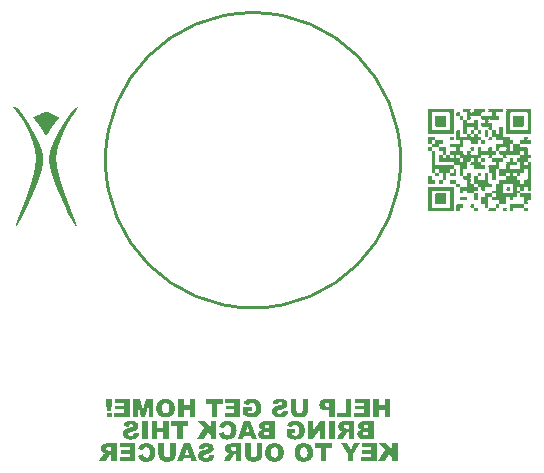
<source format=gbo>
G04*
G04 #@! TF.GenerationSoftware,Altium Limited,Altium Designer,21.8.1 (53)*
G04*
G04 Layer_Color=32896*
%FSLAX25Y25*%
%MOIN*%
G70*
G04*
G04 #@! TF.SameCoordinates,45F2FB6D-C354-490B-B6FA-590C3EB5E4E4*
G04*
G04*
G04 #@! TF.FilePolarity,Positive*
G04*
G01*
G75*
%ADD12C,0.01000*%
G36*
X95664Y139181D02*
X95665D01*
X95669Y139181D01*
X95670Y139181D01*
X95673Y139181D01*
X95674Y139181D01*
X95676Y139181D01*
X95677Y139181D01*
X95678Y139181D01*
X95679Y139181D01*
X95680Y139181D01*
X95681Y139180D01*
X95683Y139180D01*
X95684Y139180D01*
X95685Y139180D01*
X95686Y139180D01*
X95687Y139180D01*
X95688Y139180D01*
X95689Y139180D01*
X95690Y139180D01*
X95691Y139180D01*
X95692Y139180D01*
X95693Y139180D01*
X95695Y139179D01*
X95696Y139179D01*
X95698Y139179D01*
X95699Y139179D01*
X95701Y139179D01*
X95702Y139179D01*
X95703Y139178D01*
X95705Y139178D01*
X95706Y139178D01*
X95707Y139178D01*
X95708Y139178D01*
X95710Y139177D01*
X95711Y139177D01*
X95712Y139177D01*
X95713Y139177D01*
X95715Y139176D01*
X95716Y139176D01*
X95717Y139176D01*
X95718Y139176D01*
X95719Y139175D01*
X95720Y139175D01*
X95721Y139175D01*
X95722Y139174D01*
X95723Y139174D01*
X95724Y139174D01*
X95726Y139174D01*
X95726Y139173D01*
X95727Y139173D01*
X95728Y139173D01*
X95729Y139172D01*
X95731Y139172D01*
X95732Y139171D01*
X95733Y139171D01*
X95734Y139170D01*
X95735Y139170D01*
X95736Y139169D01*
X95737Y139169D01*
X95738Y139168D01*
X95739Y139167D01*
X95740Y139167D01*
X95741Y139166D01*
X95742Y139166D01*
X95743Y139165D01*
X95744Y139164D01*
X95744Y139164D01*
X95745Y139163D01*
X95746Y139162D01*
X95747Y139161D01*
X95747Y139161D01*
X95748Y139159D01*
X95748Y139159D01*
X95748Y139159D01*
X95749Y139159D01*
X95749Y139159D01*
X95749Y139158D01*
X95749Y139158D01*
X95749D01*
X95749Y139158D01*
X95749Y139158D01*
X95750Y139157D01*
X95750Y139157D01*
X95750Y139157D01*
X95750Y139156D01*
X95751Y139155D01*
X95751Y139154D01*
X95752Y139153D01*
X95752Y139153D01*
X95753Y139151D01*
X95753Y139151D01*
X95753Y139151D01*
X95753Y139151D01*
X95753Y139150D01*
X95753Y139150D01*
X95753Y139150D01*
X95753Y139149D01*
X95754Y139147D01*
X95754Y139146D01*
X95754Y139145D01*
X95754Y139144D01*
X95754Y139143D01*
X95754Y139142D01*
Y139141D01*
X95754Y139140D01*
X95754Y139139D01*
X95754Y139138D01*
X95754Y139137D01*
X95754Y139135D01*
X95754Y139134D01*
X95753Y139133D01*
X95753Y139132D01*
X95753Y139131D01*
X95753Y139129D01*
X95752Y139128D01*
X95752Y139127D01*
X95752Y139126D01*
X95751Y139125D01*
X95751Y139124D01*
X95751Y139123D01*
X95750Y139122D01*
X95750Y139121D01*
X95749Y139120D01*
X95749Y139119D01*
X95749Y139118D01*
X95748Y139117D01*
X95748Y139116D01*
X95747Y139115D01*
X95747Y139113D01*
X95746Y139112D01*
X95746Y139111D01*
X95745Y139110D01*
X95745Y139109D01*
X95744Y139108D01*
X95744Y139107D01*
X95743Y139106D01*
X95743Y139105D01*
X95742Y139103D01*
X95741Y139102D01*
X95741Y139101D01*
X95740Y139100D01*
X95740Y139099D01*
X95739Y139098D01*
X95738Y139096D01*
X95737Y139095D01*
X95737Y139094D01*
X95736Y139093D01*
X95735Y139091D01*
X95735Y139090D01*
X95734Y139089D01*
X95733Y139088D01*
X95733Y139087D01*
X95732Y139086D01*
X95732Y139085D01*
X95731Y139085D01*
X95731Y139084D01*
X95730Y139083D01*
X95730Y139082D01*
X95729Y139081D01*
X95728Y139080D01*
X95728Y139079D01*
X95727Y139077D01*
X95726Y139077D01*
X95725Y139076D01*
X95725Y139075D01*
X95724Y139074D01*
X95723Y139073D01*
X95723Y139072D01*
X95722Y139071D01*
X95712Y139056D01*
X95703Y139043D01*
X95694Y139030D01*
X95686Y139017D01*
X95677Y139005D01*
X95669Y138992D01*
X95661Y138980D01*
X95654Y138968D01*
X95646Y138956D01*
X95638Y138944D01*
X95631Y138933D01*
X95625Y138922D01*
X95618Y138911D01*
X95611Y138900D01*
X95604Y138889D01*
X95597Y138878D01*
X95591Y138868D01*
X95585Y138857D01*
X95579Y138847D01*
X95573Y138837D01*
X95566Y138827D01*
X95560Y138816D01*
X95554Y138806D01*
X95549Y138796D01*
X95543Y138787D01*
X95538Y138778D01*
X95533Y138768D01*
X95527Y138759D01*
X95522Y138749D01*
X95517Y138740D01*
X95511Y138730D01*
X95507Y138722D01*
X95497Y138705D01*
X95493Y138696D01*
X95488Y138688D01*
X95483Y138679D01*
X95478Y138671D01*
X95474Y138662D01*
X95469Y138653D01*
X95465Y138645D01*
X95460Y138637D01*
X95456Y138629D01*
X95452Y138622D01*
X95448Y138614D01*
X95444Y138606D01*
X95440Y138599D01*
X95436Y138591D01*
X95432Y138583D01*
X95428Y138575D01*
X95424Y138568D01*
X95420Y138560D01*
X95416Y138552D01*
X95413Y138546D01*
X95406Y138532D01*
X95402Y138525D01*
X95399Y138518D01*
X95396Y138512D01*
X95392Y138505D01*
X95389Y138498D01*
X95385Y138491D01*
X95382Y138484D01*
X95379Y138478D01*
X95375Y138471D01*
X95372Y138464D01*
X95368Y138457D01*
X95363Y138445D01*
X95360Y138440D01*
X95357Y138434D01*
X95354Y138428D01*
X95351Y138422D01*
X95349Y138416D01*
X95346Y138410D01*
X95343Y138404D01*
X95340Y138399D01*
X95334Y138387D01*
X95329Y138375D01*
X95320Y138357D01*
X95313Y138343D01*
X95311Y138338D01*
X95309Y138333D01*
X95306Y138328D01*
X95304Y138323D01*
X95302Y138318D01*
X95297Y138308D01*
X95295Y138303D01*
X95292Y138298D01*
X95290Y138293D01*
X95288Y138288D01*
X95285Y138284D01*
X95281Y138274D01*
X95276Y138264D01*
X95274Y138259D01*
X95272Y138255D01*
X95270Y138251D01*
X95267Y138243D01*
X95265Y138239D01*
X95263Y138235D01*
X95259Y138227D01*
X95258Y138223D01*
X95256Y138219D01*
X95250Y138207D01*
X95249Y138203D01*
X95247Y138199D01*
X95245Y138196D01*
X95243Y138192D01*
X95241Y138188D01*
X95240Y138184D01*
X95236Y138176D01*
X95234Y138172D01*
X95231Y138164D01*
X95229Y138160D01*
X95227Y138156D01*
X95226Y138153D01*
X95224Y138150D01*
X95222Y138144D01*
X95220Y138141D01*
X95211Y138120D01*
X95210Y138117D01*
X95208Y138114D01*
X95207Y138111D01*
X95205Y138108D01*
X95204Y138105D01*
X95203Y138103D01*
X95202Y138100D01*
X95201Y138098D01*
X95199Y138095D01*
X95198Y138092D01*
X95197Y138090D01*
X95195Y138087D01*
X95194Y138084D01*
X95193Y138082D01*
X95191Y138079D01*
X95190Y138077D01*
X95189Y138074D01*
X95187Y138072D01*
X95186Y138069D01*
X95184Y138066D01*
X95183Y138064D01*
X95182Y138061D01*
X95180Y138059D01*
X95179Y138056D01*
X95177Y138054D01*
X95176Y138051D01*
X95173Y138047D01*
X95172Y138044D01*
X95170Y138042D01*
X95169Y138040D01*
X95168Y138038D01*
X95165Y138033D01*
X95164Y138031D01*
X95161Y138026D01*
X95158Y138022D01*
X95155Y138017D01*
X95153Y138015D01*
X95152Y138013D01*
X95149Y138008D01*
X95148Y138006D01*
X95144Y138001D01*
X95143Y137999D01*
X95141Y137997D01*
X95140Y137995D01*
X95138Y137992D01*
X95137Y137990D01*
X95136Y137988D01*
X95134Y137986D01*
X95133Y137985D01*
X95131Y137982D01*
X95129Y137978D01*
X95127Y137977D01*
X95124Y137973D01*
X95123Y137971D01*
X95120Y137967D01*
X95117Y137963D01*
X95114Y137959D01*
X95113Y137957D01*
X95110Y137953D01*
X95108Y137951D01*
X95105Y137947D01*
X95103Y137944D01*
X95102Y137942D01*
X95098Y137937D01*
X95096Y137935D01*
X95095Y137934D01*
X95092Y137930D01*
X95091Y137929D01*
X95090Y137927D01*
X95086Y137922D01*
X95084Y137920D01*
X95083Y137919D01*
X95080Y137915D01*
X95078Y137912D01*
X95077Y137911D01*
X95076Y137909D01*
X95074Y137908D01*
X95073Y137907D01*
X95072Y137905D01*
X95068Y137901D01*
X95067Y137899D01*
X95066Y137898D01*
X95065Y137897D01*
X95064Y137895D01*
X95062Y137894D01*
X95061Y137892D01*
X94978Y137793D01*
X94904Y137703D01*
X94830Y137612D01*
X94760Y137525D01*
X94691Y137438D01*
X94626Y137355D01*
X94561Y137271D01*
X94500Y137192D01*
X94439Y137112D01*
X94379Y137032D01*
X94322Y136957D01*
X94266Y136881D01*
X94210Y136805D01*
X94158Y136733D01*
X94106Y136661D01*
X94055Y136589D01*
X94004Y136516D01*
X93956Y136448D01*
X93908Y136380D01*
X93861Y136311D01*
X93814Y136243D01*
X93767Y136174D01*
X93724Y136110D01*
X93680Y136045D01*
X93637Y135981D01*
X93594Y135916D01*
X93552Y135851D01*
X93509Y135786D01*
X93470Y135726D01*
X93431Y135665D01*
X93392Y135604D01*
X93353Y135544D01*
X93315Y135483D01*
X93277Y135422D01*
X93241Y135365D01*
X93206Y135309D01*
X93171Y135252D01*
X93136Y135196D01*
X93101Y135139D01*
X93067Y135082D01*
X93032Y135025D01*
X93001Y134973D01*
X92969Y134921D01*
X92938Y134868D01*
X92907Y134816D01*
X92876Y134763D01*
X92845Y134711D01*
X92814Y134658D01*
X92783Y134605D01*
X92753Y134552D01*
X92725Y134504D01*
X92697Y134456D01*
X92669Y134408D01*
X92642Y134360D01*
X92614Y134312D01*
X92587Y134263D01*
X92560Y134215D01*
X92532Y134167D01*
X92505Y134118D01*
X92478Y134070D01*
X92454Y134026D01*
X92430Y133982D01*
X92405Y133939D01*
X92381Y133895D01*
X92357Y133851D01*
X92333Y133807D01*
X92309Y133763D01*
X92285Y133719D01*
X92261Y133675D01*
X92237Y133631D01*
X92214Y133587D01*
X92190Y133543D01*
X92169Y133504D01*
X92148Y133465D01*
X92127Y133425D01*
X92106Y133386D01*
X92085Y133347D01*
X92064Y133307D01*
X92044Y133268D01*
X92033Y133248D01*
X91922Y133036D01*
X91816Y132831D01*
X91707Y132618D01*
X91600Y132404D01*
X91490Y132184D01*
X91382Y131964D01*
X91272Y131736D01*
X91161Y131502D01*
X91051Y131267D01*
X90939Y131025D01*
X90827Y130776D01*
X90713Y130519D01*
X90601Y130263D01*
X90487Y129998D01*
X90373Y129727D01*
X90256Y129442D01*
X90139Y129149D01*
X90021Y128849D01*
X89901Y128534D01*
X89779Y128205D01*
X89655Y127862D01*
X89529Y127504D01*
X89401Y127125D01*
X89294Y126797D01*
X89283Y126762D01*
X89272Y126729D01*
X89262Y126696D01*
X89251Y126663D01*
X89240Y126628D01*
X89229Y126593D01*
X89218Y126557D01*
X89207Y126522D01*
X89196Y126487D01*
X89185Y126451D01*
X89174Y126416D01*
X89163Y126378D01*
X89151Y126340D01*
X89140Y126302D01*
X89129Y126264D01*
X89117Y126226D01*
X89106Y126188D01*
X89095Y126150D01*
X89083Y126109D01*
X89071Y126068D01*
X89060Y126028D01*
X89048Y125987D01*
X89037Y125946D01*
X89025Y125906D01*
X89013Y125862D01*
X89001Y125819D01*
X88989Y125776D01*
X88977Y125732D01*
X88966Y125689D01*
X88954Y125645D01*
X88942Y125599D01*
X88930Y125553D01*
X88918Y125507D01*
X88906Y125461D01*
X88894Y125415D01*
X88882Y125366D01*
X88870Y125318D01*
X88858Y125269D01*
X88846Y125220D01*
X88834Y125169D01*
X88822Y125117D01*
X88810Y125066D01*
X88798Y125014D01*
X88785Y124960D01*
X88773Y124906D01*
X88761Y124852D01*
X88749Y124797D01*
X88737Y124740D01*
X88725Y124683D01*
X88713Y124626D01*
X88701Y124567D01*
X88689Y124507D01*
X88678Y124447D01*
X88666Y124385D01*
X88654Y124322D01*
X88642Y124260D01*
X88638Y124236D01*
X88613Y124088D01*
X88591Y123953D01*
X88573Y123828D01*
X88557Y123709D01*
X88543Y123597D01*
X88531Y123492D01*
X88521Y123389D01*
X88511Y123290D01*
X88503Y123194D01*
X88496Y123102D01*
X88490Y123013D01*
X88484Y122927D01*
X88480Y122841D01*
X88476Y122758D01*
X88472Y122679D01*
X88470Y122599D01*
X88468Y122523D01*
X88466Y122447D01*
X88465Y122374D01*
X88464Y122301D01*
X88463Y122228D01*
Y122228D01*
X88463Y122220D01*
X88463Y122202D01*
Y122185D01*
X88463Y122168D01*
X88463Y122159D01*
X88464Y122089D01*
X88465Y122020D01*
X88466Y121953D01*
X88467Y121887D01*
X88469Y121821D01*
X88471Y121758D01*
X88473Y121695D01*
X88475Y121632D01*
X88478Y121569D01*
X88481Y121509D01*
X88484Y121449D01*
X88487Y121389D01*
X88491Y121330D01*
X88495Y121270D01*
X88499Y121213D01*
X88503Y121157D01*
X88507Y121100D01*
X88512Y121044D01*
X88516Y120987D01*
X88521Y120931D01*
X88521Y120928D01*
X88531Y120825D01*
X88540Y120729D01*
X88550Y120633D01*
X88559Y120544D01*
X88569Y120455D01*
X88579Y120366D01*
X88590Y120277D01*
X88600Y120194D01*
X88610Y120111D01*
X88621Y120029D01*
X88632Y119946D01*
X88644Y119864D01*
X88655Y119788D01*
X88666Y119712D01*
X88677Y119636D01*
X88689Y119560D01*
X88700Y119484D01*
X88712Y119415D01*
X88723Y119346D01*
X88734Y119276D01*
X88746Y119207D01*
X88758Y119138D01*
X88770Y119069D01*
X88782Y118999D01*
X88794Y118937D01*
X88805Y118874D01*
X88817Y118811D01*
X88828Y118748D01*
X88841Y118686D01*
X88853Y118623D01*
X88865Y118560D01*
X88877Y118498D01*
X88889Y118441D01*
X88900Y118385D01*
X88911Y118329D01*
X88923Y118272D01*
X88935Y118216D01*
X88947Y118160D01*
X88959Y118104D01*
X88971Y118048D01*
X88983Y117992D01*
X88995Y117936D01*
X89006Y117886D01*
X89017Y117836D01*
X89029Y117786D01*
X89040Y117736D01*
X89051Y117686D01*
X89062Y117637D01*
X89074Y117587D01*
X89086Y117537D01*
X89097Y117488D01*
X89109Y117438D01*
X89121Y117388D01*
X89133Y117338D01*
X89143Y117295D01*
X89154Y117252D01*
X89164Y117208D01*
X89175Y117165D01*
X89186Y117121D01*
X89196Y117078D01*
X89207Y117035D01*
X89218Y116991D01*
X89229Y116948D01*
X89240Y116904D01*
X89251Y116861D01*
X89262Y116818D01*
X89273Y116775D01*
X89284Y116731D01*
X89294Y116694D01*
X89303Y116657D01*
X89313Y116620D01*
X89323Y116583D01*
X89332Y116546D01*
X89342Y116509D01*
X89352Y116472D01*
X89362Y116435D01*
X89372Y116398D01*
X89381Y116361D01*
X89391Y116324D01*
X89401Y116287D01*
X89411Y116250D01*
X89421Y116213D01*
X89432Y116176D01*
X89442Y116139D01*
X89452Y116102D01*
X89460Y116071D01*
X89469Y116040D01*
X89477Y116009D01*
X89486Y115978D01*
X89494Y115947D01*
X89503Y115917D01*
X89511Y115886D01*
X89520Y115855D01*
X89528Y115824D01*
X89537Y115794D01*
X89546Y115763D01*
X89554Y115732D01*
X89563Y115701D01*
X89572Y115671D01*
X89581Y115640D01*
X89589Y115609D01*
X89598Y115578D01*
X89607Y115548D01*
X89615Y115517D01*
X89624Y115486D01*
X89631Y115462D01*
X89639Y115437D01*
X89645Y115412D01*
X89660Y115363D01*
X89667Y115339D01*
X89674Y115314D01*
X89681Y115289D01*
X89695Y115240D01*
X89710Y115191D01*
X89717Y115167D01*
X89724Y115142D01*
X89731Y115118D01*
X89738Y115093D01*
X89746Y115068D01*
X89753Y115044D01*
X89767Y114995D01*
X89775Y114970D01*
X89782Y114946D01*
X89789Y114921D01*
X89796Y114897D01*
X89811Y114848D01*
X89822Y114811D01*
X89833Y114774D01*
X89838Y114755D01*
X89844Y114737D01*
X89849Y114719D01*
X89855Y114700D01*
X89858Y114688D01*
X89890Y114583D01*
X89919Y114486D01*
X89949Y114388D01*
X89978Y114291D01*
X90008Y114194D01*
X90035Y114105D01*
X90063Y114016D01*
X90091Y113927D01*
X90118Y113839D01*
X90146Y113750D01*
X90174Y113661D01*
X90202Y113572D01*
X90230Y113484D01*
X90258Y113395D01*
X90284Y113315D01*
X90310Y113234D01*
X90336Y113154D01*
X90362Y113073D01*
X90388Y112993D01*
X90414Y112912D01*
X90440Y112832D01*
X90467Y112751D01*
X90493Y112671D01*
X90517Y112599D01*
X90541Y112527D01*
X90565Y112454D01*
X90589Y112382D01*
X90613Y112310D01*
X90637Y112238D01*
X90661Y112166D01*
X90685Y112094D01*
X90709Y112022D01*
X90734Y111949D01*
X90758Y111877D01*
X90780Y111813D01*
X90802Y111749D01*
X90823Y111685D01*
X90845Y111621D01*
X90867Y111557D01*
X90889Y111493D01*
X90911Y111429D01*
X90933Y111365D01*
X90955Y111301D01*
X90977Y111237D01*
X90999Y111173D01*
X91022Y111110D01*
X91041Y111054D01*
X91061Y110998D01*
X91080Y110942D01*
X91100Y110886D01*
X91119Y110830D01*
X91139Y110774D01*
X91158Y110719D01*
X91178Y110663D01*
X91198Y110607D01*
X91217Y110551D01*
X91237Y110495D01*
X91257Y110440D01*
X91276Y110384D01*
X91296Y110328D01*
X91316Y110272D01*
X91333Y110224D01*
X91350Y110177D01*
X91367Y110129D01*
X91384Y110081D01*
X91401Y110033D01*
X91418Y109985D01*
X91435Y109938D01*
X91452Y109890D01*
X91470Y109842D01*
X91487Y109794D01*
X91504Y109747D01*
X91521Y109699D01*
X91538Y109651D01*
X91556Y109604D01*
X91573Y109556D01*
X91590Y109508D01*
X91604Y109468D01*
X91619Y109429D01*
X91633Y109389D01*
X91648Y109349D01*
X91662Y109309D01*
X91676Y109270D01*
X91691Y109230D01*
X91705Y109190D01*
X91720Y109151D01*
X91749Y109071D01*
X91763Y109031D01*
X91792Y108952D01*
X91821Y108873D01*
X91851Y108793D01*
X91865Y108754D01*
X91880Y108714D01*
X91891Y108682D01*
X91903Y108650D01*
X91915Y108619D01*
X91926Y108587D01*
X91938Y108555D01*
X91961Y108492D01*
X91973Y108460D01*
X91985Y108428D01*
X91997Y108396D01*
X92008Y108365D01*
X92032Y108301D01*
X92043Y108270D01*
X92055Y108238D01*
X92067Y108206D01*
X92079Y108174D01*
X92102Y108111D01*
X92114Y108079D01*
X92137Y108016D01*
X92161Y107952D01*
X92173Y107921D01*
X92181Y107897D01*
X92190Y107873D01*
X92199Y107849D01*
X92208Y107825D01*
X92217Y107802D01*
X92226Y107778D01*
X92243Y107730D01*
X92252Y107706D01*
X92261Y107683D01*
X92270Y107659D01*
X92279Y107635D01*
X92305Y107564D01*
X92314Y107540D01*
X92323Y107516D01*
X92341Y107469D01*
X92350Y107445D01*
X92359Y107421D01*
X92368Y107397D01*
X92376Y107374D01*
X92385Y107350D01*
X92394Y107326D01*
X92403Y107302D01*
X92412Y107279D01*
X92421Y107255D01*
X92439Y107207D01*
X92448Y107184D01*
X92456Y107160D01*
X92465Y107136D01*
X92483Y107089D01*
X92489Y107073D01*
X92501Y107041D01*
X92507Y107025D01*
X92513Y107009D01*
X92525Y106978D01*
X92531Y106962D01*
X92536Y106946D01*
X92542Y106930D01*
X92560Y106883D01*
X92566Y106867D01*
X92578Y106835D01*
X92584Y106819D01*
X92590Y106804D01*
X92596Y106788D01*
X92602Y106772D01*
X92608Y106756D01*
X92614Y106740D01*
X92620Y106724D01*
X92626Y106709D01*
X92629Y106701D01*
X92643Y106663D01*
X92654Y106632D01*
X92666Y106602D01*
X92677Y106571D01*
X92689Y106540D01*
X92724Y106447D01*
X92736Y106416D01*
X92748Y106385D01*
X92759Y106354D01*
X92771Y106323D01*
X92783Y106292D01*
X92795Y106261D01*
X92806Y106230D01*
X92818Y106200D01*
X92842Y106138D01*
X92853Y106107D01*
X92863Y106082D01*
X92872Y106057D01*
X92882Y106033D01*
X92910Y105958D01*
X92920Y105934D01*
X92929Y105909D01*
X92948Y105860D01*
X92958Y105835D01*
X92977Y105786D01*
X92986Y105761D01*
X93015Y105687D01*
X93024Y105662D01*
X93034Y105638D01*
X93043Y105613D01*
X93062Y105563D01*
X93072Y105539D01*
X93081Y105514D01*
X93091Y105489D01*
X93098Y105471D01*
X93105Y105452D01*
X93112Y105434D01*
X93120Y105415D01*
X93134Y105378D01*
X93141Y105360D01*
X93148Y105341D01*
X93170Y105286D01*
X93177Y105267D01*
X93184Y105249D01*
X93191Y105230D01*
X93206Y105193D01*
X93213Y105175D01*
X93220Y105156D01*
X93227Y105138D01*
X93263Y105045D01*
X93270Y105027D01*
X93278Y105008D01*
X93285Y104990D01*
X93292Y104972D01*
X93299Y104953D01*
X93306Y104935D01*
X93314Y104916D01*
X93321Y104898D01*
X93328Y104879D01*
X93333Y104867D01*
X93343Y104842D01*
X93347Y104830D01*
X93352Y104817D01*
X93357Y104805D01*
X93362Y104793D01*
X93367Y104780D01*
X93371Y104768D01*
X93381Y104744D01*
X93386Y104731D01*
X93415Y104657D01*
X93420Y104645D01*
X93424Y104633D01*
X93429Y104620D01*
X93434Y104608D01*
X93439Y104596D01*
X93444Y104583D01*
X93454Y104559D01*
X93458Y104546D01*
X93468Y104522D01*
X93473Y104509D01*
X93478Y104497D01*
X93482Y104485D01*
X93487Y104473D01*
X93492Y104460D01*
X93502Y104436D01*
X93511Y104411D01*
X93516Y104399D01*
X93521Y104386D01*
X93526Y104374D01*
X93531Y104362D01*
X93536Y104349D01*
X93540Y104337D01*
X93545Y104325D01*
X93550Y104313D01*
X93555Y104300D01*
X93560Y104288D01*
X93565Y104276D01*
X93567Y104269D01*
X93572Y104257D01*
X93574Y104251D01*
X93579Y104239D01*
X93581Y104233D01*
X93584Y104226D01*
X93586Y104220D01*
X93589Y104214D01*
X93591Y104208D01*
X93594Y104202D01*
X93596Y104195D01*
X93598Y104189D01*
X93601Y104183D01*
X93606Y104171D01*
X93608Y104165D01*
X93611Y104159D01*
X93613Y104152D01*
X93615Y104146D01*
X93618Y104140D01*
X93620Y104134D01*
X93623Y104128D01*
X93625Y104122D01*
X93630Y104109D01*
X93632Y104103D01*
X93635Y104097D01*
X93637Y104091D01*
X93640Y104085D01*
X93642Y104079D01*
X93647Y104066D01*
X93649Y104060D01*
X93652Y104054D01*
X93654Y104048D01*
X93656Y104042D01*
X93659Y104035D01*
X93664Y104023D01*
X93666Y104017D01*
X93669Y104011D01*
X93671Y104005D01*
X93673Y103998D01*
X93676Y103992D01*
X93678Y103986D01*
X93681Y103980D01*
X93686Y103968D01*
X93688Y103962D01*
X93690Y103955D01*
X93693Y103949D01*
X93695Y103943D01*
X93698Y103937D01*
X93700Y103931D01*
X93703Y103925D01*
X93705Y103919D01*
X93707Y103912D01*
X93710Y103906D01*
X93712Y103900D01*
X93715Y103894D01*
X93717Y103888D01*
X93719Y103882D01*
X93722Y103875D01*
X93724Y103869D01*
X93727Y103863D01*
X93729Y103857D01*
X93731Y103851D01*
X93734Y103845D01*
X93736Y103839D01*
X93739Y103832D01*
X93741Y103826D01*
X93744Y103820D01*
X93746Y103814D01*
X93748Y103808D01*
X93751Y103802D01*
X93753Y103795D01*
X93756Y103789D01*
X93758Y103783D01*
X93761Y103777D01*
X93763Y103771D01*
X93765Y103765D01*
X93768Y103759D01*
X93770Y103752D01*
X93773Y103746D01*
X93775Y103740D01*
X93778Y103734D01*
X93780Y103728D01*
X93782Y103722D01*
X93785Y103715D01*
X93787Y103709D01*
X93790Y103703D01*
X93792Y103697D01*
X93795Y103691D01*
X93797Y103685D01*
X93799Y103679D01*
X93802Y103672D01*
X93807Y103660D01*
X93809Y103654D01*
X93811Y103648D01*
X93814Y103641D01*
X93816Y103635D01*
X93819Y103629D01*
X93821Y103623D01*
X93823Y103617D01*
X93826Y103611D01*
X93828Y103605D01*
X93831Y103598D01*
X93833Y103592D01*
X93836Y103586D01*
X93838Y103580D01*
X93840Y103574D01*
X93843Y103568D01*
X93845Y103561D01*
X93848Y103555D01*
X93850Y103549D01*
X93853Y103543D01*
X93855Y103537D01*
X93857Y103531D01*
X93860Y103525D01*
X93862Y103518D01*
X93865Y103512D01*
X93867Y103506D01*
X93870Y103500D01*
X93872Y103494D01*
X93874Y103488D01*
X93877Y103481D01*
X93879Y103475D01*
X93882Y103469D01*
X93884Y103463D01*
X93887Y103457D01*
X93889Y103451D01*
X93891Y103445D01*
X93894Y103438D01*
X93896Y103432D01*
X93901Y103420D01*
X93903Y103414D01*
X93906Y103408D01*
X93908Y103402D01*
X93911Y103395D01*
X93913Y103389D01*
X93915Y103383D01*
X93918Y103377D01*
X93920Y103371D01*
X93923Y103365D01*
X93925Y103358D01*
X93928Y103352D01*
X93932Y103340D01*
X93935Y103334D01*
X93937Y103328D01*
X93940Y103322D01*
X93942Y103315D01*
X93945Y103309D01*
X93947Y103303D01*
X93949Y103297D01*
X93954Y103285D01*
X93957Y103278D01*
X93959Y103272D01*
X93962Y103266D01*
X93964Y103260D01*
X93966Y103254D01*
X93971Y103241D01*
X93974Y103235D01*
X93976Y103229D01*
X93979Y103223D01*
X93981Y103217D01*
X93983Y103211D01*
X93988Y103198D01*
X93990Y103192D01*
X93993Y103186D01*
X93995Y103180D01*
X94000Y103168D01*
X94003Y103161D01*
X94005Y103155D01*
X94007Y103149D01*
X94012Y103137D01*
X94015Y103131D01*
X94017Y103124D01*
X94020Y103118D01*
X94022Y103112D01*
X94024Y103106D01*
X94027Y103100D01*
X94029Y103094D01*
X94032Y103087D01*
X94034Y103081D01*
X94039Y103069D01*
X94041Y103063D01*
X94044Y103057D01*
X94046Y103051D01*
X94049Y103044D01*
X94053Y103032D01*
X94058Y103020D01*
X94063Y103007D01*
X94068Y102995D01*
X94073Y102983D01*
X94078Y102971D01*
X94082Y102958D01*
X94087Y102946D01*
X94092Y102934D01*
X94097Y102921D01*
X94102Y102909D01*
X94111Y102884D01*
X94121Y102860D01*
X94126Y102847D01*
X94131Y102835D01*
X94136Y102823D01*
X94140Y102811D01*
X94145Y102798D01*
X94150Y102786D01*
X94155Y102773D01*
X94160Y102761D01*
X94165Y102749D01*
X94169Y102737D01*
X94174Y102724D01*
X94179Y102712D01*
X94184Y102700D01*
X94189Y102687D01*
X94193Y102675D01*
X94198Y102663D01*
X94227Y102589D01*
X94232Y102576D01*
X94242Y102552D01*
X94247Y102540D01*
X94251Y102527D01*
X94256Y102515D01*
X94266Y102490D01*
X94270Y102478D01*
X94285Y102441D01*
X94290Y102429D01*
X94297Y102410D01*
X94304Y102392D01*
X94311Y102373D01*
X94319Y102355D01*
X94326Y102336D01*
X94333Y102318D01*
X94340Y102299D01*
X94348Y102281D01*
X94376Y102207D01*
X94384Y102188D01*
X94391Y102170D01*
X94405Y102133D01*
X94412Y102114D01*
X94419Y102096D01*
X94427Y102077D01*
X94434Y102059D01*
X94448Y102022D01*
X94455Y102003D01*
X94463Y101985D01*
X94484Y101929D01*
X94491Y101911D01*
X94498Y101892D01*
X94506Y101874D01*
X94513Y101855D01*
X94520Y101837D01*
X94527Y101818D01*
X94534Y101800D01*
X94544Y101775D01*
X94572Y101701D01*
X94582Y101676D01*
X94591Y101652D01*
X94610Y101602D01*
X94620Y101578D01*
X94629Y101553D01*
X94639Y101528D01*
X94648Y101504D01*
X94658Y101479D01*
X94667Y101454D01*
X94677Y101429D01*
X94696Y101380D01*
X94705Y101355D01*
X94715Y101331D01*
X94743Y101257D01*
X94753Y101232D01*
X94771Y101182D01*
X94783Y101151D01*
X94795Y101120D01*
X94807Y101090D01*
X94818Y101059D01*
X94830Y101028D01*
X94842Y100997D01*
X94854Y100966D01*
X94865Y100935D01*
X94889Y100873D01*
X94901Y100842D01*
X94912Y100811D01*
X94936Y100749D01*
X94947Y100718D01*
X94959Y100688D01*
X94970Y100657D01*
X94982Y100626D01*
X94994Y100595D01*
X95005Y100564D01*
X95017Y100533D01*
X95018Y100529D01*
X95019Y100526D01*
X95021Y100523D01*
X95024Y100514D01*
X95025Y100511D01*
X95026Y100508D01*
X95029Y100499D01*
X95031Y100496D01*
X95032Y100493D01*
X95033Y100490D01*
X95034Y100487D01*
X95035Y100483D01*
X95037Y100479D01*
X95038Y100476D01*
X95041Y100468D01*
X95043Y100460D01*
X95045Y100457D01*
X95046Y100453D01*
X95048Y100449D01*
X95050Y100442D01*
X95052Y100438D01*
X95057Y100423D01*
X95058Y100419D01*
X95061Y100411D01*
X95062Y100408D01*
X95064Y100403D01*
X95067Y100394D01*
X95069Y100389D01*
X95070Y100385D01*
X95072Y100380D01*
X95073Y100376D01*
X95075Y100371D01*
X95076Y100367D01*
X95078Y100362D01*
X95079Y100357D01*
X95081Y100353D01*
X95082Y100348D01*
X95084Y100344D01*
X95086Y100339D01*
X95087Y100335D01*
X95089Y100330D01*
X95090Y100325D01*
X95092Y100319D01*
X95094Y100314D01*
X95095Y100309D01*
X95097Y100303D01*
X95099Y100298D01*
X95101Y100293D01*
X95102Y100287D01*
X95104Y100282D01*
X95106Y100277D01*
X95107Y100271D01*
X95109Y100266D01*
X95111Y100261D01*
X95112Y100255D01*
X95114Y100250D01*
X95116Y100244D01*
X95118Y100238D01*
X95120Y100232D01*
X95121Y100225D01*
X95123Y100219D01*
X95125Y100213D01*
X95127Y100207D01*
X95129Y100201D01*
X95130Y100195D01*
X95132Y100188D01*
X95134Y100182D01*
X95136Y100176D01*
X95138Y100169D01*
X95139Y100162D01*
X95141Y100155D01*
X95143Y100148D01*
X95145Y100141D01*
X95147Y100134D01*
X95149Y100127D01*
X95151Y100120D01*
X95152Y100113D01*
X95154Y100106D01*
X95156Y100099D01*
X95158Y100091D01*
X95160Y100083D01*
X95162Y100075D01*
X95164Y100067D01*
X95166Y100060D01*
X95167Y100052D01*
X95169Y100044D01*
X95171Y100036D01*
X95173Y100027D01*
X95175Y100018D01*
X95177Y100010D01*
X95179Y100001D01*
X95180Y99992D01*
X95182Y99984D01*
X95184Y99974D01*
X95186Y99965D01*
X95188Y99955D01*
X95190Y99946D01*
X95191Y99936D01*
X95193Y99926D01*
X95195Y99916D01*
X95197Y99906D01*
X95198Y99895D01*
X95200Y99884D01*
X95202Y99873D01*
X95204Y99862D01*
X95205Y99851D01*
X95207Y99839D01*
X95208Y99827D01*
X95210Y99814D01*
X95211Y99801D01*
X95213Y99788D01*
X95214Y99774D01*
X95216Y99760D01*
X95216Y99758D01*
X95216Y99755D01*
X95216Y99753D01*
X95217Y99750D01*
X95217Y99745D01*
X95217Y99743D01*
X95217Y99740D01*
X95218Y99738D01*
X95218Y99735D01*
X95218Y99732D01*
X95218Y99730D01*
X95218Y99727D01*
X95218Y99724D01*
X95218Y99722D01*
X95218Y99719D01*
X95218Y99716D01*
X95219Y99713D01*
X95219Y99710D01*
X95219Y99707D01*
X95219Y99705D01*
X95219Y99702D01*
X95219Y99699D01*
X95219Y99696D01*
X95219Y99692D01*
X95219Y99690D01*
X95218Y99686D01*
X95218Y99683D01*
X95218Y99680D01*
X95218Y99677D01*
X95218Y99673D01*
X95218Y99670D01*
X95218Y99666D01*
X95217Y99663D01*
X95217Y99659D01*
X95217Y99655D01*
X95216Y99651D01*
X95216Y99647D01*
X95215Y99643D01*
X95215Y99639D01*
X95214Y99635D01*
X95214Y99630D01*
X95213Y99626D01*
X95212Y99621D01*
X95211Y99616D01*
X95210Y99610D01*
X95209Y99604D01*
X95208Y99598D01*
X95208Y99598D01*
X95208Y99597D01*
X95207Y99595D01*
X95207Y99593D01*
X95206Y99591D01*
X95206Y99590D01*
X95206Y99589D01*
X95205Y99587D01*
X95205Y99585D01*
X95204Y99583D01*
X95204Y99582D01*
X95203Y99580D01*
X95203Y99577D01*
X95202Y99575D01*
X95201Y99572D01*
X95201Y99570D01*
X95201D01*
X95200Y99568D01*
X95198Y99562D01*
X95196Y99556D01*
X95194Y99551D01*
X95193Y99548D01*
X95192Y99545D01*
X95190Y99539D01*
X95188Y99534D01*
X95186Y99528D01*
X95184Y99525D01*
X95095Y99525D01*
X95080Y99536D01*
X95067Y99545D01*
X95055Y99554D01*
X95044Y99563D01*
X95033Y99570D01*
X95024Y99578D01*
X95015Y99585D01*
X95006Y99592D01*
X94998Y99599D01*
X94990Y99605D01*
X94982Y99612D01*
X94975Y99618D01*
X94968Y99625D01*
X94960Y99631D01*
X94954Y99637D01*
X94948Y99642D01*
X94941Y99648D01*
X94935Y99654D01*
X94929Y99659D01*
X94924Y99665D01*
X94918Y99670D01*
X94912Y99675D01*
X94907Y99681D01*
X94901Y99686D01*
X94896Y99691D01*
X94892Y99696D01*
X94887Y99701D01*
X94882Y99706D01*
X94877Y99711D01*
X94872Y99715D01*
X94867Y99720D01*
X94863Y99725D01*
X94858Y99730D01*
X94854Y99734D01*
X94850Y99738D01*
X94846Y99743D01*
X94842Y99747D01*
X94838Y99752D01*
X94834Y99756D01*
X94830Y99761D01*
X94826Y99765D01*
X94822Y99769D01*
X94818Y99774D01*
X94814Y99778D01*
X94811Y99782D01*
X94807Y99785D01*
X94804Y99789D01*
X94801Y99793D01*
X94797Y99797D01*
X94794Y99801D01*
X94791Y99805D01*
X94787Y99809D01*
X94781Y99817D01*
X94777Y99821D01*
X94774Y99825D01*
X94771Y99828D01*
X94767Y99832D01*
X94764Y99836D01*
X94761Y99840D01*
X94758Y99843D01*
X94756Y99846D01*
X94753Y99850D01*
X94750Y99853D01*
X94748Y99856D01*
X94745Y99860D01*
X94740Y99866D01*
X94737Y99870D01*
X94734Y99873D01*
X94729Y99880D01*
X94726Y99883D01*
X94723Y99887D01*
X94721Y99890D01*
X94718Y99893D01*
X94715Y99897D01*
X94713Y99900D01*
X94710Y99903D01*
X94708Y99906D01*
X94706Y99909D01*
X94704Y99912D01*
X94702Y99914D01*
X94698Y99920D01*
X94696Y99923D01*
X94693Y99925D01*
X94691Y99928D01*
X94687Y99933D01*
X94685Y99936D01*
X94683Y99939D01*
X94681Y99942D01*
X94679Y99944D01*
X94675Y99950D01*
X94673Y99953D01*
X94664Y99964D01*
X94662Y99967D01*
X94658Y99972D01*
X94657Y99974D01*
X94655Y99976D01*
X94654Y99978D01*
X94651Y99982D01*
X94649Y99985D01*
X94648Y99987D01*
X94644Y99991D01*
X94643Y99993D01*
X94641Y99995D01*
X94640Y99997D01*
X94638Y99999D01*
X94637Y100001D01*
X94634Y100005D01*
X94632Y100007D01*
X94631Y100010D01*
X94629Y100012D01*
X94628Y100014D01*
X94626Y100016D01*
X94619Y100026D01*
X94617Y100029D01*
X94614Y100033D01*
X94613Y100035D01*
X94611Y100037D01*
X94610Y100039D01*
X94605Y100045D01*
X94604Y100047D01*
X94603Y100048D01*
X94602Y100050D01*
X94600Y100052D01*
X94599Y100054D01*
X94598Y100055D01*
X94594Y100061D01*
X94593Y100062D01*
X94591Y100065D01*
X94590Y100066D01*
X94589Y100068D01*
X94588Y100069D01*
X94587Y100071D01*
X94586Y100072D01*
X94585Y100074D01*
X94584Y100075D01*
X94583Y100076D01*
X94582Y100078D01*
X94581Y100079D01*
X94580Y100081D01*
X94578Y100083D01*
X94577Y100085D01*
X94575Y100088D01*
X94574Y100089D01*
X94573Y100091D01*
X94572Y100092D01*
X94571Y100093D01*
X94570Y100095D01*
X94569Y100096D01*
X94568Y100098D01*
X94567Y100099D01*
X94566Y100100D01*
X94564Y100103D01*
X94563Y100105D01*
X94562Y100106D01*
X94561Y100108D01*
X94559Y100110D01*
X94558Y100112D01*
X94557Y100113D01*
X94556Y100115D01*
X94555Y100116D01*
X94554Y100117D01*
X94553Y100119D01*
X94552Y100120D01*
X94551Y100122D01*
X94550Y100123D01*
X94550Y100125D01*
X94548Y100126D01*
X94547Y100127D01*
X94546Y100130D01*
X94545Y100132D01*
X94543Y100133D01*
X94543Y100134D01*
X94542Y100136D01*
X94541Y100137D01*
X94540Y100139D01*
X94539Y100140D01*
X94538Y100142D01*
X94537Y100143D01*
X94536Y100144D01*
X94534Y100147D01*
X94533Y100149D01*
X94532Y100150D01*
X94531Y100151D01*
X94529Y100154D01*
X94528Y100156D01*
X94526Y100159D01*
X94525Y100160D01*
X94523Y100163D01*
X94522Y100164D01*
X94501Y100195D01*
X94482Y100222D01*
X94464Y100248D01*
X94447Y100273D01*
X94430Y100299D01*
X94413Y100324D01*
X94396Y100350D01*
X94379Y100375D01*
X94362Y100401D01*
X94345Y100426D01*
X94330Y100449D01*
X94315Y100472D01*
X94300Y100496D01*
X94284Y100519D01*
X94270Y100542D01*
X94254Y100565D01*
X94240Y100588D01*
X94225Y100612D01*
X94210Y100635D01*
X94195Y100658D01*
X94182Y100679D01*
X94169Y100700D01*
X94156Y100721D01*
X94143Y100741D01*
X94130Y100762D01*
X94117Y100783D01*
X94104Y100804D01*
X94091Y100825D01*
X94078Y100846D01*
X94065Y100866D01*
X94052Y100887D01*
X94041Y100906D01*
X94030Y100924D01*
X94019Y100942D01*
X94008Y100961D01*
X93997Y100979D01*
X93986Y100997D01*
X93975Y101016D01*
X93964Y101034D01*
X93953Y101052D01*
X93942Y101071D01*
X93931Y101089D01*
X93920Y101108D01*
X93909Y101126D01*
X93898Y101145D01*
X93888Y101161D01*
X93879Y101176D01*
X93870Y101192D01*
X93851Y101224D01*
X93842Y101240D01*
X93833Y101256D01*
X93823Y101272D01*
X93814Y101287D01*
X93805Y101303D01*
X93796Y101319D01*
X93787Y101335D01*
X93777Y101351D01*
X93768Y101367D01*
X93759Y101383D01*
X93750Y101399D01*
X93741Y101415D01*
X93733Y101428D01*
X93725Y101442D01*
X93718Y101455D01*
X93710Y101468D01*
X93703Y101481D01*
X93695Y101495D01*
X93687Y101508D01*
X93680Y101522D01*
X93665Y101548D01*
X93657Y101561D01*
X93650Y101575D01*
X93642Y101588D01*
X93635Y101602D01*
X93627Y101615D01*
X93612Y101642D01*
X93605Y101655D01*
X93597Y101668D01*
X93591Y101679D01*
X93585Y101690D01*
X93579Y101700D01*
X93573Y101711D01*
X93567Y101722D01*
X93561Y101733D01*
X93555Y101743D01*
X93550Y101754D01*
X93532Y101786D01*
X93526Y101797D01*
X93520Y101808D01*
X93514Y101818D01*
X93502Y101840D01*
X93496Y101851D01*
X93490Y101861D01*
X93484Y101872D01*
X93478Y101883D01*
X93467Y101904D01*
X93449Y101936D01*
X93444Y101945D01*
X93440Y101953D01*
X93436Y101961D01*
X93431Y101969D01*
X93427Y101977D01*
X93422Y101985D01*
X93414Y102001D01*
X93409Y102009D01*
X93405Y102017D01*
X93400Y102025D01*
X93396Y102033D01*
X93387Y102050D01*
X93383Y102058D01*
X93378Y102066D01*
X93374Y102074D01*
X93370Y102082D01*
X93356Y102106D01*
X93352Y102114D01*
X93348Y102122D01*
X93343Y102130D01*
X93339Y102138D01*
X93334Y102146D01*
X93321Y102171D01*
X93317Y102179D01*
X93313Y102187D01*
X93308Y102195D01*
X93304Y102203D01*
X93299Y102211D01*
X93296Y102217D01*
X93293Y102222D01*
X93291Y102227D01*
X93288Y102233D01*
X93285Y102238D01*
X93282Y102244D01*
X93279Y102249D01*
X93276Y102254D01*
X93273Y102260D01*
X93270Y102265D01*
X93261Y102281D01*
X93259Y102287D01*
X93256Y102292D01*
X93247Y102308D01*
X93244Y102314D01*
X93238Y102325D01*
X93235Y102330D01*
X93232Y102335D01*
X93227Y102346D01*
X93224Y102352D01*
X93221Y102357D01*
X93218Y102362D01*
X93209Y102379D01*
X93206Y102384D01*
X93203Y102389D01*
X93198Y102400D01*
X93195Y102406D01*
X93186Y102422D01*
X93183Y102427D01*
X93180Y102433D01*
X93177Y102438D01*
X93174Y102443D01*
X93172Y102449D01*
X93169Y102454D01*
X93166Y102460D01*
X93163Y102465D01*
X93160Y102470D01*
X93157Y102476D01*
X93156Y102479D01*
X93151Y102487D01*
X93150Y102489D01*
X93147Y102495D01*
X93145Y102497D01*
X93144Y102500D01*
X93142Y102503D01*
X93141Y102506D01*
X93140Y102508D01*
X93138Y102511D01*
X93137Y102514D01*
X93135Y102516D01*
X93134Y102519D01*
X93132Y102522D01*
X93131Y102524D01*
X93129Y102527D01*
X93128Y102530D01*
X93127Y102533D01*
X93125Y102535D01*
X93124Y102538D01*
X93122Y102541D01*
X93121Y102543D01*
X93119Y102546D01*
X93118Y102549D01*
X93116Y102551D01*
X93115Y102554D01*
X93114Y102557D01*
X93112Y102560D01*
X93111Y102562D01*
X93109Y102565D01*
X93108Y102568D01*
X93106Y102570D01*
X93105Y102573D01*
X93103Y102576D01*
X93102Y102578D01*
X93099Y102584D01*
X93098Y102587D01*
X93096Y102589D01*
X93095Y102592D01*
X93093Y102595D01*
X93092Y102597D01*
X93090Y102600D01*
X93089Y102603D01*
X93088Y102606D01*
X93086Y102608D01*
X93085Y102611D01*
X93083Y102614D01*
X93082Y102616D01*
X93080Y102619D01*
X93079Y102622D01*
X93077Y102624D01*
X93076Y102627D01*
X93075Y102630D01*
X93072Y102635D01*
X93070Y102638D01*
X93069Y102641D01*
X93067Y102643D01*
X93066Y102646D01*
X93064Y102649D01*
X93063Y102652D01*
X93062Y102654D01*
X93060Y102657D01*
X93059Y102660D01*
X93057Y102662D01*
X93056Y102665D01*
X93054Y102668D01*
X93053Y102671D01*
X93051Y102673D01*
X93050Y102676D01*
X93049Y102679D01*
X93047Y102681D01*
X93046Y102684D01*
X93044Y102687D01*
X93043Y102689D01*
X93041Y102692D01*
X93040Y102695D01*
X93038Y102698D01*
X93037Y102700D01*
X93036Y102703D01*
X93034Y102706D01*
X93033Y102708D01*
X93031Y102711D01*
X93030Y102714D01*
X93028Y102716D01*
X93027Y102719D01*
X93025Y102722D01*
X93024Y102725D01*
X93023Y102727D01*
X93021Y102730D01*
X93020Y102733D01*
X93018Y102735D01*
X93017Y102738D01*
X93015Y102741D01*
X93014Y102743D01*
X93012Y102746D01*
X93011Y102749D01*
X93010Y102752D01*
X93008Y102754D01*
X93007Y102757D01*
X93005Y102760D01*
X93004Y102762D01*
X93002Y102765D01*
X93001Y102768D01*
X92999Y102770D01*
X92998Y102773D01*
X92997Y102776D01*
X92995Y102779D01*
X92994Y102781D01*
X92992Y102784D01*
X92991Y102787D01*
X92989Y102789D01*
X92988Y102792D01*
X92986Y102795D01*
X92985Y102798D01*
X92984Y102800D01*
X92982Y102803D01*
X92981Y102806D01*
X92979Y102808D01*
X92978Y102811D01*
X92496Y103725D01*
X92057Y104586D01*
X91648Y105409D01*
X91264Y106201D01*
X90904Y106963D01*
X90564Y107703D01*
X90242Y108420D01*
X89934Y109123D01*
X89640Y109810D01*
X89358Y110483D01*
X89088Y111141D01*
X88986Y111396D01*
X88962Y111456D01*
X88940Y111509D01*
X88919Y111562D01*
X88898Y111615D01*
X88874Y111675D01*
X88850Y111735D01*
X88827Y111795D01*
X88803Y111855D01*
X88779Y111915D01*
X88756Y111974D01*
X88732Y112034D01*
X88709Y112094D01*
X88685Y112154D01*
X88662Y112214D01*
X88638Y112274D01*
X88613Y112341D01*
X88587Y112407D01*
X88561Y112474D01*
X88535Y112541D01*
X88509Y112607D01*
X88484Y112674D01*
X88458Y112741D01*
X88433Y112808D01*
X88407Y112874D01*
X88382Y112941D01*
X88354Y113015D01*
X88326Y113088D01*
X88299Y113162D01*
X88271Y113236D01*
X88244Y113309D01*
X88216Y113383D01*
X88189Y113457D01*
X88162Y113530D01*
X88134Y113604D01*
X88105Y113685D01*
X88075Y113765D01*
X88046Y113846D01*
X88017Y113926D01*
X87988Y114007D01*
X87959Y114088D01*
X87930Y114168D01*
X87901Y114249D01*
X87872Y114330D01*
X87841Y114418D01*
X87810Y114505D01*
X87780Y114593D01*
X87749Y114681D01*
X87719Y114768D01*
X87688Y114856D01*
X87658Y114944D01*
X87626Y115039D01*
X87594Y115133D01*
X87562Y115228D01*
X87530Y115323D01*
X87498Y115418D01*
X87467Y115513D01*
X87433Y115614D01*
X87400Y115716D01*
X87367Y115818D01*
X87334Y115920D01*
X87301Y116022D01*
X87269Y116124D01*
X87234Y116233D01*
X87200Y116343D01*
X87166Y116452D01*
X87133Y116561D01*
X87099Y116670D01*
X87066Y116780D01*
X87031Y116896D01*
X86997Y117013D01*
X86962Y117129D01*
X86928Y117246D01*
X86892Y117370D01*
X86857Y117493D01*
X86822Y117617D01*
X86787Y117741D01*
X86751Y117872D01*
X86715Y118004D01*
X86680Y118135D01*
X86674Y118156D01*
X86669Y118174D01*
X86665Y118190D01*
X86661Y118205D01*
X86657Y118220D01*
X86645Y118266D01*
X86640Y118285D01*
X86635Y118303D01*
X86630Y118322D01*
X86625Y118340D01*
X86620Y118359D01*
X86615Y118377D01*
X86611Y118396D01*
X86606Y118414D01*
X86601Y118433D01*
X86596Y118451D01*
X86587Y118488D01*
X86582Y118507D01*
X86577Y118525D01*
X86572Y118544D01*
X86563Y118581D01*
X86558Y118602D01*
X86552Y118624D01*
X86547Y118646D01*
X86541Y118667D01*
X86536Y118689D01*
X86530Y118710D01*
X86525Y118732D01*
X86520Y118754D01*
X86514Y118775D01*
X86509Y118797D01*
X86504Y118819D01*
X86498Y118840D01*
X86493Y118862D01*
X86488Y118884D01*
X86483Y118905D01*
X86477Y118930D01*
X86471Y118955D01*
X86465Y118979D01*
X86459Y119004D01*
X86453Y119029D01*
X86447Y119054D01*
X86442Y119079D01*
X86436Y119103D01*
X86430Y119128D01*
X86424Y119153D01*
X86419Y119178D01*
X86413Y119202D01*
X86407Y119230D01*
X86400Y119258D01*
X86394Y119286D01*
X86388Y119314D01*
X86382Y119342D01*
X86376Y119370D01*
X86370Y119398D01*
X86364Y119426D01*
X86357Y119454D01*
X86351Y119482D01*
X86345Y119510D01*
X86340Y119538D01*
X86333Y119569D01*
X86327Y119600D01*
X86320Y119631D01*
X86314Y119663D01*
X86308Y119694D01*
X86301Y119725D01*
X86295Y119756D01*
X86289Y119787D01*
X86283Y119818D01*
X86276Y119853D01*
X86270Y119887D01*
X86263Y119922D01*
X86257Y119956D01*
X86250Y119990D01*
X86244Y120025D01*
X86238Y120059D01*
X86232Y120094D01*
X86226Y120128D01*
X86219Y120166D01*
X86213Y120203D01*
X86206Y120241D01*
X86200Y120278D01*
X86194Y120316D01*
X86188Y120354D01*
X86182Y120391D01*
X86175Y120432D01*
X86169Y120473D01*
X86163Y120514D01*
X86157Y120555D01*
X86151Y120596D01*
X86145Y120637D01*
X86139Y120681D01*
X86133Y120725D01*
X86127Y120769D01*
X86122Y120814D01*
X86116Y120858D01*
X86110Y120905D01*
X86105Y120952D01*
X86099Y121000D01*
X86094Y121047D01*
X86088Y121098D01*
X86083Y121149D01*
X86078Y121200D01*
X86073Y121251D01*
X86071Y121276D01*
X86065Y121344D01*
X86061Y121406D01*
X86057Y121466D01*
X86053Y121523D01*
X86051Y121579D01*
X86049Y121632D01*
X86047Y121683D01*
X86046Y121734D01*
X86045Y121783D01*
X86045Y121829D01*
Y121829D01*
X86045Y121835D01*
X86045Y121847D01*
X86045Y121859D01*
X86045Y121871D01*
X86045Y121876D01*
X86045Y121921D01*
X86045Y121966D01*
X86046Y122010D01*
X86047Y122053D01*
X86048Y122095D01*
X86050Y122135D01*
X86051Y122176D01*
X86053Y122216D01*
X86055Y122254D01*
X86057Y122292D01*
X86059Y122330D01*
X86062Y122369D01*
X86064Y122405D01*
X86067Y122441D01*
X86070Y122477D01*
X86073Y122513D01*
X86076Y122549D01*
X86080Y122583D01*
X86083Y122617D01*
X86086Y122650D01*
X86090Y122684D01*
X86093Y122718D01*
X86097Y122750D01*
X86101Y122781D01*
X86105Y122813D01*
X86108Y122845D01*
X86112Y122877D01*
X86117Y122908D01*
X86121Y122938D01*
X86125Y122967D01*
X86129Y122997D01*
X86133Y123026D01*
X86137Y123056D01*
X86142Y123085D01*
X86146Y123115D01*
X86151Y123144D01*
X86155Y123172D01*
X86160Y123199D01*
X86164Y123227D01*
X86169Y123254D01*
X86174Y123282D01*
X86178Y123309D01*
X86183Y123336D01*
X86188Y123364D01*
X86193Y123389D01*
X86194Y123395D01*
X86215Y123510D01*
X86236Y123614D01*
X86256Y123713D01*
X86277Y123812D01*
X86297Y123905D01*
X86317Y123998D01*
X86338Y124086D01*
X86358Y124173D01*
X86378Y124255D01*
X86398Y124337D01*
X86419Y124419D01*
X86439Y124496D01*
X86459Y124572D01*
X86479Y124649D01*
X86499Y124720D01*
X86519Y124791D01*
X86539Y124862D01*
X86559Y124933D01*
X86578Y124999D01*
X86598Y125064D01*
X86617Y125130D01*
X86637Y125195D01*
X86658Y125261D01*
X86677Y125321D01*
X86695Y125381D01*
X86715Y125441D01*
X86734Y125501D01*
X86754Y125561D01*
X86774Y125621D01*
X86794Y125681D01*
X86812Y125736D01*
X86831Y125791D01*
X86850Y125846D01*
X86869Y125900D01*
X86888Y125955D01*
X86908Y126010D01*
X86927Y126064D01*
X86945Y126113D01*
X86963Y126163D01*
X86981Y126212D01*
X86999Y126262D01*
X87018Y126311D01*
X87036Y126360D01*
X87055Y126410D01*
X87073Y126459D01*
X87092Y126508D01*
X87109Y126552D01*
X87126Y126596D01*
X87143Y126641D01*
X87161Y126685D01*
X87178Y126729D01*
X87195Y126773D01*
X87213Y126817D01*
X87231Y126861D01*
X87248Y126905D01*
X87266Y126949D01*
X87284Y126993D01*
X87300Y127032D01*
X87316Y127071D01*
X87332Y127110D01*
X87348Y127149D01*
X87364Y127188D01*
X87381Y127227D01*
X87397Y127266D01*
X87413Y127305D01*
X87430Y127344D01*
X87446Y127382D01*
X87463Y127421D01*
X87480Y127460D01*
X87496Y127499D01*
X87511Y127533D01*
X87525Y127567D01*
X87540Y127601D01*
X87555Y127634D01*
X87570Y127668D01*
X87585Y127702D01*
X87600Y127736D01*
X87615Y127770D01*
X87629Y127804D01*
X87644Y127837D01*
X87660Y127871D01*
X87675Y127905D01*
X87690Y127939D01*
X87705Y127972D01*
X87720Y128006D01*
X87733Y128035D01*
X87746Y128064D01*
X87759Y128093D01*
X87773Y128122D01*
X87786Y128150D01*
X87799Y128179D01*
X87812Y128208D01*
X87825Y128237D01*
X87839Y128266D01*
X87852Y128295D01*
X87865Y128323D01*
X87879Y128352D01*
X87890Y128376D01*
X87958Y128524D01*
X88025Y128664D01*
X88091Y128804D01*
X88155Y128936D01*
X88220Y129069D01*
X88285Y129201D01*
X88347Y129327D01*
X88410Y129452D01*
X88473Y129577D01*
X88537Y129702D01*
X88597Y129820D01*
X88658Y129937D01*
X88720Y130055D01*
X88778Y130166D01*
X88836Y130276D01*
X88895Y130387D01*
X88955Y130497D01*
X89014Y130607D01*
X89070Y130710D01*
X89127Y130814D01*
X89184Y130917D01*
X89241Y131020D01*
X89298Y131123D01*
X89353Y131219D01*
X89407Y131315D01*
X89461Y131411D01*
X89516Y131507D01*
X89571Y131603D01*
X89626Y131698D01*
X89678Y131788D01*
X89729Y131877D01*
X89781Y131966D01*
X89834Y132054D01*
X89886Y132143D01*
X89939Y132232D01*
X89988Y132314D01*
X90037Y132396D01*
X90086Y132478D01*
X90135Y132560D01*
X90185Y132642D01*
X90235Y132724D01*
X90285Y132806D01*
X90334Y132887D01*
X90381Y132963D01*
X90427Y133038D01*
X90474Y133113D01*
X90520Y133188D01*
X90567Y133263D01*
X90614Y133338D01*
X90661Y133413D01*
X90708Y133488D01*
X90751Y133556D01*
X90794Y133625D01*
X90838Y133693D01*
X90881Y133762D01*
X90925Y133830D01*
X90969Y133898D01*
X91012Y133967D01*
X91056Y134035D01*
X91100Y134103D01*
X91140Y134165D01*
X91180Y134227D01*
X91220Y134289D01*
X91260Y134350D01*
X91301Y134412D01*
X91341Y134474D01*
X91382Y134536D01*
X91422Y134597D01*
X91462Y134659D01*
X91503Y134720D01*
X91536Y134770D01*
X91542Y134779D01*
X91546Y134786D01*
X91555Y134799D01*
X91559Y134805D01*
X91572Y134825D01*
X91576Y134831D01*
X91581Y134838D01*
X91585Y134845D01*
X91598Y134864D01*
X91602Y134871D01*
X91609Y134880D01*
X91615Y134890D01*
X91622Y134900D01*
X91628Y134909D01*
X91641Y134929D01*
X91648Y134939D01*
X91654Y134949D01*
X91661Y134958D01*
X91667Y134968D01*
X91674Y134978D01*
X91680Y134988D01*
X91687Y134997D01*
X91719Y135046D01*
X91726Y135056D01*
X91732Y135066D01*
X91745Y135085D01*
X91752Y135095D01*
X91771Y135124D01*
X91784Y135143D01*
X91791Y135153D01*
X91797Y135163D01*
X91804Y135173D01*
X91810Y135182D01*
X91823Y135202D01*
X91841Y135228D01*
X91858Y135254D01*
X91867Y135267D01*
X91893Y135306D01*
X91919Y135345D01*
X91928Y135357D01*
X91945Y135383D01*
X91963Y135409D01*
X91971Y135422D01*
X91980Y135435D01*
X91989Y135448D01*
X91998Y135461D01*
X92006Y135474D01*
X92015Y135487D01*
X92024Y135500D01*
X92033Y135513D01*
X92041Y135526D01*
X92052Y135542D01*
X92074Y135574D01*
X92085Y135590D01*
X92096Y135606D01*
X92118Y135638D01*
X92129Y135654D01*
X92151Y135687D01*
X92163Y135703D01*
X92185Y135735D01*
X92207Y135767D01*
X92229Y135799D01*
X92240Y135815D01*
X92251Y135831D01*
X92262Y135847D01*
X92276Y135867D01*
X92289Y135886D01*
X92302Y135905D01*
X92316Y135924D01*
X92329Y135943D01*
X92342Y135963D01*
X92356Y135982D01*
X92383Y136020D01*
X92396Y136039D01*
X92409Y136058D01*
X92423Y136078D01*
X92436Y136097D01*
X92450Y136116D01*
X92463Y136135D01*
X92477Y136154D01*
X92490Y136173D01*
X92506Y136196D01*
X92522Y136218D01*
X92538Y136240D01*
X92554Y136262D01*
X92570Y136284D01*
X92585Y136307D01*
X92601Y136329D01*
X92617Y136351D01*
X92633Y136373D01*
X92649Y136395D01*
X92665Y136417D01*
X92681Y136440D01*
X92697Y136462D01*
X92713Y136484D01*
X92732Y136509D01*
X92750Y136534D01*
X92768Y136559D01*
X92787Y136585D01*
X92805Y136610D01*
X92824Y136635D01*
X92842Y136660D01*
X92861Y136685D01*
X92880Y136710D01*
X92898Y136735D01*
X92917Y136760D01*
X92936Y136785D01*
X92957Y136813D01*
X92978Y136841D01*
X92999Y136869D01*
X93020Y136897D01*
X93041Y136925D01*
X93063Y136953D01*
X93084Y136981D01*
X93105Y137009D01*
X93126Y137037D01*
X93148Y137065D01*
X93169Y137092D01*
X93193Y137123D01*
X93217Y137154D01*
X93241Y137185D01*
X93265Y137215D01*
X93289Y137246D01*
X93314Y137277D01*
X93338Y137307D01*
X93362Y137338D01*
X93387Y137368D01*
X93413Y137402D01*
X93440Y137435D01*
X93467Y137469D01*
X93494Y137502D01*
X93522Y137535D01*
X93549Y137569D01*
X93576Y137602D01*
X93606Y137638D01*
X93636Y137674D01*
X93666Y137710D01*
X93696Y137746D01*
X93726Y137782D01*
X93757Y137817D01*
X93790Y137856D01*
X93823Y137895D01*
X93841Y137915D01*
X93845Y137920D01*
X93848Y137924D01*
X93851Y137927D01*
X93867Y137945D01*
X93870Y137949D01*
X93873Y137953D01*
X93876Y137956D01*
X93880Y137960D01*
X93883Y137964D01*
X93891Y137973D01*
X93895Y137978D01*
X93900Y137983D01*
X93908Y137992D01*
X93912Y137997D01*
X93916Y138002D01*
X93925Y138012D01*
X93929Y138016D01*
X93933Y138021D01*
X93942Y138031D01*
X93950Y138040D01*
X93963Y138055D01*
X93972Y138064D01*
X93976Y138069D01*
X93980Y138074D01*
X93984Y138078D01*
X93989Y138083D01*
X93993Y138088D01*
X93998Y138094D01*
X94003Y138100D01*
X94009Y138106D01*
X94020Y138118D01*
X94025Y138123D01*
X94030Y138129D01*
X94036Y138135D01*
X94041Y138141D01*
X94046Y138147D01*
X94052Y138153D01*
X94057Y138159D01*
X94063Y138165D01*
X94068Y138170D01*
X94079Y138182D01*
X94090Y138194D01*
X94095Y138200D01*
X94100Y138205D01*
X94106Y138211D01*
X94119Y138225D01*
X94126Y138232D01*
X94132Y138239D01*
X94139Y138246D01*
X94145Y138253D01*
X94152Y138260D01*
X94159Y138267D01*
X94165Y138274D01*
X94172Y138281D01*
X94178Y138287D01*
X94185Y138294D01*
X94192Y138301D01*
X94198Y138308D01*
X94205Y138315D01*
X94212Y138322D01*
X94218Y138329D01*
X94226Y138337D01*
X94234Y138344D01*
X94242Y138352D01*
X94250Y138360D01*
X94257Y138368D01*
X94265Y138376D01*
X94273Y138384D01*
X94281Y138392D01*
X94289Y138400D01*
X94297Y138407D01*
X94305Y138415D01*
X94313Y138423D01*
X94321Y138431D01*
X94329Y138438D01*
X94337Y138446D01*
X94346Y138455D01*
X94355Y138464D01*
X94365Y138472D01*
X94374Y138481D01*
X94383Y138490D01*
X94392Y138498D01*
X94402Y138507D01*
X94411Y138516D01*
X94420Y138524D01*
X94430Y138533D01*
X94439Y138542D01*
X94450Y138551D01*
X94460Y138561D01*
X94471Y138570D01*
X94482Y138580D01*
X94492Y138589D01*
X94503Y138599D01*
X94514Y138608D01*
X94525Y138618D01*
X94535Y138627D01*
X94548Y138637D01*
X94560Y138647D01*
X94572Y138658D01*
X94584Y138668D01*
X94596Y138678D01*
X94609Y138688D01*
X94621Y138698D01*
X94635Y138709D01*
X94648Y138720D01*
X94662Y138731D01*
X94676Y138742D01*
X94690Y138753D01*
X94705Y138764D01*
X94720Y138776D01*
X94735Y138787D01*
X94750Y138799D01*
X94767Y138811D01*
X94784Y138823D01*
X94801Y138836D01*
X94819Y138849D01*
X94837Y138862D01*
X94856Y138874D01*
X94876Y138888D01*
X94896Y138901D01*
X94917Y138916D01*
X94939Y138929D01*
X94962Y138944D01*
X94986Y138960D01*
X95012Y138976D01*
X95019Y138980D01*
X95023Y138982D01*
X95032Y138987D01*
X95036Y138990D01*
X95040Y138992D01*
X95044Y138995D01*
X95048Y138997D01*
X95057Y139002D01*
X95061Y139005D01*
X95065Y139007D01*
X95069Y139009D01*
X95073Y139012D01*
X95078Y139014D01*
X95082Y139016D01*
X95086Y139019D01*
X95090Y139021D01*
X95095Y139023D01*
X95099Y139026D01*
X95104Y139028D01*
X95108Y139031D01*
X95113Y139033D01*
X95118Y139036D01*
X95123Y139039D01*
X95128Y139041D01*
X95133Y139043D01*
X95138Y139046D01*
X95143Y139049D01*
X95147Y139051D01*
X95152Y139053D01*
X95157Y139056D01*
X95162Y139058D01*
X95167Y139061D01*
X95172Y139063D01*
X95178Y139066D01*
X95183Y139068D01*
X95189Y139071D01*
X95195Y139074D01*
X95200Y139076D01*
X95206Y139079D01*
X95211Y139081D01*
X95217Y139084D01*
X95223Y139086D01*
X95229Y139089D01*
X95235Y139092D01*
X95241Y139094D01*
X95248Y139097D01*
X95254Y139099D01*
X95260Y139102D01*
X95266Y139104D01*
X95273Y139107D01*
X95280Y139109D01*
X95287Y139112D01*
X95293Y139115D01*
X95300Y139117D01*
X95307Y139120D01*
X95315Y139122D01*
X95323Y139125D01*
X95330Y139127D01*
X95338Y139130D01*
X95346Y139133D01*
X95355Y139135D01*
X95364Y139138D01*
X95373Y139141D01*
X95382Y139143D01*
X95392Y139146D01*
X95402Y139149D01*
X95413Y139151D01*
X95424Y139154D01*
X95436Y139157D01*
X95449Y139159D01*
X95463Y139162D01*
X95478Y139165D01*
X95495Y139168D01*
X95495Y139168D01*
X95497Y139169D01*
X95502Y139169D01*
X95507Y139170D01*
X95512Y139171D01*
X95514Y139171D01*
X95517Y139172D01*
X95524Y139172D01*
X95530Y139173D01*
X95536Y139174D01*
X95539Y139174D01*
Y139174D01*
X95544Y139175D01*
X95553Y139176D01*
X95563Y139177D01*
X95573Y139178D01*
X95578Y139178D01*
X95588Y139179D01*
X95610Y139180D01*
X95631Y139181D01*
X95653Y139181D01*
X95664Y139181D01*
D02*
G37*
G36*
X85039Y137777D02*
X85041Y137777D01*
X85041Y137777D01*
X85042Y137777D01*
X85043Y137776D01*
X85044Y137776D01*
X85044Y137776D01*
X85048Y137776D01*
X85050Y137776D01*
X85052Y137776D01*
X85054Y137776D01*
X85056Y137775D01*
X85058Y137775D01*
X85060Y137775D01*
X85062Y137775D01*
X85063Y137774D01*
X85065Y137774D01*
X85066Y137774D01*
X85068Y137774D01*
X85069Y137773D01*
X85071Y137773D01*
X85072Y137773D01*
X85073Y137772D01*
X85074Y137772D01*
X85077Y137772D01*
X85079Y137771D01*
X85080Y137771D01*
X85081Y137770D01*
X85082Y137770D01*
X85084Y137770D01*
X85086Y137769D01*
X85088Y137769D01*
X85090Y137768D01*
X85091Y137768D01*
X85093Y137767D01*
X85095Y137767D01*
X85096Y137766D01*
X85098Y137766D01*
X85100Y137765D01*
X85102Y137764D01*
X85104Y137764D01*
X85105Y137763D01*
X85107Y137762D01*
X85109Y137762D01*
X85111Y137761D01*
X85113Y137760D01*
X85114Y137760D01*
X85115Y137759D01*
X85117Y137759D01*
X85119Y137758D01*
X85120Y137757D01*
X85121Y137757D01*
X85123Y137756D01*
X85124Y137756D01*
X85127Y137754D01*
X85129Y137753D01*
X85130Y137753D01*
X85132Y137752D01*
X85166Y137737D01*
X85195Y137724D01*
X85314Y137670D01*
X85343Y137656D01*
X85373Y137643D01*
X85403Y137629D01*
X85462Y137602D01*
X85513Y137579D01*
X85538Y137568D01*
X85564Y137556D01*
X85589Y137545D01*
X85640Y137522D01*
X85666Y137510D01*
X85716Y137487D01*
X85742Y137476D01*
X85793Y137452D01*
X85818Y137441D01*
X85869Y137418D01*
X85894Y137406D01*
X85937Y137387D01*
X85958Y137378D01*
X86000Y137358D01*
X86022Y137349D01*
X86043Y137339D01*
X86064Y137329D01*
X86085Y137320D01*
X86106Y137310D01*
X86127Y137301D01*
X86149Y137291D01*
X86170Y137281D01*
X86191Y137272D01*
X86212Y137262D01*
X86233Y137253D01*
X86255Y137243D01*
X86297Y137224D01*
X86318Y137214D01*
X86335Y137206D01*
X86352Y137199D01*
X86369Y137191D01*
X86386Y137183D01*
X86420Y137168D01*
X86437Y137160D01*
X86471Y137145D01*
X86488Y137137D01*
X86505Y137130D01*
X86522Y137122D01*
X86538Y137114D01*
X86572Y137099D01*
X86589Y137091D01*
X86606Y137084D01*
X86623Y137076D01*
X86640Y137068D01*
X86674Y137053D01*
X86691Y137045D01*
X86725Y137030D01*
X86738Y137024D01*
X86751Y137018D01*
X86776Y137007D01*
X86789Y137001D01*
X86801Y136995D01*
X86814Y136989D01*
X86827Y136984D01*
X86839Y136978D01*
X86852Y136972D01*
X86865Y136967D01*
X86878Y136961D01*
X86890Y136955D01*
X86916Y136943D01*
X86928Y136938D01*
X86941Y136932D01*
X86954Y136926D01*
X86967Y136920D01*
X86979Y136915D01*
X86992Y136909D01*
X87005Y136903D01*
X87030Y136892D01*
X87043Y136886D01*
X87056Y136880D01*
X87068Y136874D01*
X87081Y136869D01*
X87094Y136863D01*
X87119Y136851D01*
X87132Y136846D01*
X87145Y136840D01*
X87157Y136834D01*
X87174Y136826D01*
X87183Y136822D01*
X87208Y136811D01*
X87217Y136807D01*
X87242Y136796D01*
X87251Y136792D01*
X87268Y136784D01*
X87276Y136780D01*
X87301Y136769D01*
X87310Y136765D01*
X87318Y136761D01*
X87327Y136757D01*
X87335Y136753D01*
X87344Y136749D01*
X87361Y136742D01*
X87369Y136738D01*
X87395Y136726D01*
X87403Y136723D01*
X87429Y136711D01*
X87437Y136707D01*
X87454Y136700D01*
X87463Y136696D01*
X87488Y136684D01*
X87496Y136680D01*
X87505Y136677D01*
X87522Y136669D01*
X87530Y136665D01*
X87556Y136653D01*
X87564Y136650D01*
X87590Y136638D01*
X87594Y136636D01*
X87619Y136625D01*
X87624Y136623D01*
X87636Y136617D01*
X87641Y136615D01*
X87653Y136609D01*
X87657Y136608D01*
X87687Y136594D01*
X87691Y136592D01*
X87721Y136579D01*
X87725Y136577D01*
X87751Y136565D01*
X87755Y136563D01*
X87759Y136561D01*
X87764Y136559D01*
X87785Y136550D01*
X87789Y136548D01*
X87819Y136535D01*
X87823Y136533D01*
X87853Y136519D01*
X87857Y136517D01*
X87878Y136508D01*
X87882Y136506D01*
X87886Y136504D01*
X87916Y136490D01*
X87920Y136488D01*
X87950Y136475D01*
X87954Y136473D01*
X87984Y136460D01*
X87988Y136458D01*
X87992Y136456D01*
X87997Y136454D01*
X88018Y136444D01*
X88022Y136442D01*
X88047Y136431D01*
X88052Y136429D01*
X88081Y136416D01*
X88086Y136414D01*
X88103Y136406D01*
X88107Y136404D01*
X88115Y136400D01*
X88120Y136398D01*
X88149Y136385D01*
X88153Y136383D01*
X88183Y136369D01*
X88187Y136367D01*
X88213Y136356D01*
X88217Y136354D01*
X88221Y136352D01*
X88226Y136350D01*
X88247Y136341D01*
X88251Y136339D01*
X88281Y136325D01*
X88285Y136323D01*
X88314Y136310D01*
X88319Y136308D01*
X88344Y136296D01*
X88348Y136295D01*
X88378Y136281D01*
X88382Y136279D01*
X88412Y136266D01*
X88416Y136264D01*
X88437Y136254D01*
X88446Y136250D01*
X88471Y136239D01*
X88480Y136235D01*
X88488Y136231D01*
X88505Y136224D01*
X88514Y136220D01*
X88539Y136208D01*
X88548Y136204D01*
X88565Y136197D01*
X88573Y136193D01*
X88599Y136181D01*
X88607Y136178D01*
X88632Y136166D01*
X88641Y136162D01*
X88658Y136154D01*
X88666Y136151D01*
X88675Y136147D01*
X88692Y136139D01*
X88700Y136135D01*
X88726Y136124D01*
X88734Y136120D01*
X88751Y136112D01*
X88760Y136108D01*
X88785Y136097D01*
X88793Y136093D01*
X88819Y136082D01*
X88827Y136078D01*
X88844Y136070D01*
X88857Y136064D01*
X88870Y136058D01*
X88882Y136053D01*
X88908Y136041D01*
X88921Y136035D01*
X88933Y136030D01*
X88946Y136024D01*
X88959Y136018D01*
X88972Y136012D01*
X88997Y136001D01*
X89010Y135995D01*
X89022Y135989D01*
X89035Y135984D01*
X89048Y135978D01*
X89060Y135972D01*
X89073Y135966D01*
X89086Y135960D01*
X89111Y135949D01*
X89124Y135943D01*
X89137Y135938D01*
X89149Y135932D01*
X89162Y135926D01*
X89175Y135920D01*
X89188Y135914D01*
X89200Y135909D01*
X89213Y135903D01*
X89226Y135897D01*
X89239Y135891D01*
X89251Y135886D01*
X89264Y135880D01*
X89277Y135874D01*
X89311Y135859D01*
X89328Y135851D01*
X89361Y135836D01*
X89370Y135832D01*
X89372Y135831D01*
X89374Y135830D01*
X89375Y135829D01*
X89376Y135829D01*
X89378Y135828D01*
X89379Y135828D01*
X89380Y135827D01*
X89381Y135827D01*
X89382Y135826D01*
X89383Y135826D01*
X89384Y135825D01*
X89385Y135825D01*
X89386Y135824D01*
X89387Y135823D01*
X89388Y135823D01*
X89389Y135822D01*
X89391Y135822D01*
X89392Y135821D01*
X89395Y135819D01*
X89396Y135819D01*
X89397Y135818D01*
X89398Y135817D01*
X89399Y135817D01*
X89400Y135816D01*
X89401Y135816D01*
X89402Y135815D01*
X89403Y135814D01*
X89404Y135814D01*
X89406Y135813D01*
X89407Y135812D01*
X89410Y135811D01*
X89411Y135810D01*
X89412Y135810D01*
X89412Y135809D01*
X89413Y135808D01*
X89414Y135808D01*
X89415Y135807D01*
X89416Y135807D01*
X89417Y135806D01*
X89418Y135806D01*
X89419Y135805D01*
X89420Y135805D01*
X89421Y135804D01*
X89422Y135804D01*
X89423Y135803D01*
X89423Y135802D01*
X89424Y135802D01*
X89425Y135801D01*
X89428Y135800D01*
X89429Y135799D01*
X89430Y135799D01*
X89431Y135798D01*
X89432Y135797D01*
X89433Y135797D01*
X89436Y135795D01*
X89437Y135794D01*
X89438Y135793D01*
X89439Y135793D01*
X89440Y135792D01*
X89441Y135792D01*
X89443Y135791D01*
X89446Y135789D01*
X89447Y135788D01*
X89448Y135788D01*
X89449Y135787D01*
X89450Y135787D01*
X89450Y135786D01*
X89452Y135785D01*
X89453Y135785D01*
X89454Y135784D01*
X89455Y135783D01*
X89458Y135782D01*
X89459Y135781D01*
X89460Y135781D01*
X89461Y135780D01*
X89462Y135779D01*
X89461Y135778D01*
X89460Y135777D01*
X89458Y135774D01*
X89457Y135773D01*
X89455Y135771D01*
X89454Y135768D01*
X89452Y135766D01*
X89451Y135765D01*
X89451Y135764D01*
X89450Y135764D01*
X89448Y135760D01*
X89447Y135759D01*
X89446Y135758D01*
X89446Y135758D01*
X89444Y135755D01*
X89443Y135754D01*
X89443Y135754D01*
X89442Y135753D01*
X89442Y135752D01*
X89439Y135749D01*
X89438Y135748D01*
X89438Y135747D01*
X89437Y135746D01*
X89434Y135742D01*
X89434Y135741D01*
X89433Y135740D01*
X89432Y135739D01*
X89430Y135737D01*
X89429Y135736D01*
X89429Y135735D01*
X89428Y135734D01*
X89426Y135731D01*
X89425Y135730D01*
X89425Y135729D01*
X89424Y135729D01*
X89424Y135728D01*
X89423Y135727D01*
X89422Y135726D01*
X89421Y135724D01*
X89420Y135723D01*
X89419Y135721D01*
X89418Y135721D01*
X89417Y135720D01*
X89415Y135716D01*
X89415Y135715D01*
X89414Y135714D01*
X89412Y135712D01*
X89411Y135711D01*
X89410Y135710D01*
X89409Y135708D01*
X89408Y135707D01*
X89407Y135706D01*
X89406Y135705D01*
X89406Y135704D01*
X89405Y135702D01*
X89404Y135701D01*
X89403Y135700D01*
X89402Y135699D01*
X89402Y135698D01*
X89399Y135695D01*
X89398Y135694D01*
X89397Y135693D01*
X89397Y135692D01*
X89396Y135691D01*
X89395Y135690D01*
X89394Y135689D01*
X89394Y135688D01*
X89393Y135687D01*
X89392Y135686D01*
X89392Y135685D01*
X89391Y135684D01*
X89390Y135683D01*
X89389Y135682D01*
X89389Y135681D01*
X89388Y135680D01*
X89387Y135679D01*
X89386Y135678D01*
X89385Y135677D01*
X89382Y135673D01*
X89381Y135672D01*
X89381Y135671D01*
X89380Y135669D01*
X89378Y135668D01*
X89376Y135665D01*
X89375Y135664D01*
X89374Y135662D01*
X89373Y135662D01*
X89373Y135661D01*
X89372Y135660D01*
X89371Y135658D01*
X89370Y135658D01*
X89369Y135657D01*
X89369Y135656D01*
X89368Y135655D01*
X89367Y135654D01*
X89367Y135653D01*
X89361Y135646D01*
X89342Y135623D01*
X89338Y135618D01*
X89324Y135601D01*
X89319Y135595D01*
X89315Y135590D01*
X89310Y135584D01*
X89307Y135580D01*
X89304Y135576D01*
X89301Y135573D01*
X89298Y135569D01*
X89295Y135565D01*
X89292Y135561D01*
X89289Y135558D01*
X89286Y135554D01*
X89283Y135550D01*
X89280Y135546D01*
X89277Y135543D01*
X89274Y135539D01*
X89271Y135535D01*
X89268Y135531D01*
X89265Y135528D01*
X89259Y135520D01*
X89256Y135517D01*
X89249Y135509D01*
X89246Y135505D01*
X89243Y135502D01*
X89240Y135498D01*
X89234Y135490D01*
X89231Y135487D01*
X89164Y135404D01*
X89161Y135401D01*
X89158Y135397D01*
X89157Y135395D01*
X89155Y135393D01*
X89153Y135391D01*
X89150Y135388D01*
X89149Y135386D01*
X89147Y135384D01*
X89146Y135382D01*
X89144Y135380D01*
X89143Y135378D01*
X89141Y135376D01*
X89140Y135374D01*
X89138Y135372D01*
X89135Y135369D01*
X89134Y135367D01*
X89131Y135363D01*
X89129Y135361D01*
X89127Y135359D01*
X89126Y135358D01*
X89123Y135354D01*
X89121Y135352D01*
X89118Y135348D01*
X89117Y135346D01*
X89114Y135343D01*
X89112Y135341D01*
X89109Y135337D01*
X89108Y135335D01*
X89106Y135333D01*
X89105Y135331D01*
X89101Y135328D01*
X89100Y135326D01*
X89097Y135322D01*
X89095Y135320D01*
X89094Y135318D01*
X89092Y135317D01*
X89091Y135315D01*
X89086Y135309D01*
X89085Y135307D01*
X89083Y135305D01*
X89082Y135303D01*
X89080Y135301D01*
X89077Y135298D01*
X89076Y135296D01*
X89074Y135294D01*
X89073Y135292D01*
X89071Y135290D01*
X89068Y135287D01*
X89066Y135285D01*
X89065Y135283D01*
X89062Y135279D01*
X89060Y135277D01*
X89057Y135274D01*
X89056Y135272D01*
X89053Y135268D01*
X89051Y135266D01*
X89048Y135262D01*
X89047Y135260D01*
X89045Y135258D01*
X89042Y135255D01*
X89040Y135253D01*
X89039Y135251D01*
X89037Y135249D01*
X89036Y135247D01*
X89031Y135242D01*
X89030Y135240D01*
X89027Y135236D01*
X89025Y135234D01*
X89022Y135231D01*
X89021Y135229D01*
X89019Y135227D01*
X89016Y135223D01*
X89015Y135221D01*
X89013Y135219D01*
X89010Y135216D01*
X89008Y135214D01*
X89005Y135210D01*
X89004Y135208D01*
X88999Y135203D01*
X88998Y135201D01*
X88996Y135199D01*
X88995Y135197D01*
X88993Y135195D01*
X88989Y135189D01*
X88987Y135188D01*
X88984Y135184D01*
X88982Y135182D01*
X88979Y135178D01*
X88978Y135176D01*
X88976Y135175D01*
X88973Y135171D01*
X88972Y135169D01*
X88970Y135167D01*
X88967Y135163D01*
X88966Y135161D01*
X88963Y135158D01*
X88961Y135156D01*
X88958Y135152D01*
X88956Y135150D01*
X88953Y135146D01*
X88952Y135145D01*
X88950Y135143D01*
X88947Y135139D01*
X88946Y135137D01*
X88944Y135135D01*
X88943Y135133D01*
X88941Y135132D01*
X88937Y135126D01*
X88935Y135124D01*
X88934Y135122D01*
X88932Y135120D01*
X88930Y135118D01*
X88928Y135115D01*
X88926Y135113D01*
X88924Y135111D01*
X88923Y135109D01*
X88921Y135107D01*
X88918Y135103D01*
X88917Y135102D01*
X88914Y135098D01*
X88912Y135096D01*
X88909Y135092D01*
X88908Y135090D01*
X88905Y135087D01*
X88903Y135085D01*
X88902Y135083D01*
X88900Y135081D01*
X88898Y135079D01*
X88895Y135075D01*
X88894Y135074D01*
X88892Y135072D01*
X88891Y135070D01*
X88889Y135068D01*
X88888Y135066D01*
X88886Y135064D01*
X88883Y135061D01*
X88882Y135059D01*
X88880Y135057D01*
X88879Y135055D01*
X88877Y135053D01*
X88876Y135051D01*
X88874Y135049D01*
X88871Y135046D01*
X88870Y135044D01*
X88868Y135042D01*
X88866Y135040D01*
X88863Y135036D01*
X88862Y135034D01*
X88860Y135032D01*
X88859Y135031D01*
X88857Y135029D01*
X88856Y135027D01*
X88853Y135023D01*
X88837Y135004D01*
X88834Y135001D01*
X88828Y134993D01*
X88825Y134990D01*
X88804Y134963D01*
X88801Y134959D01*
X88786Y134941D01*
X88783Y134937D01*
X88779Y134933D01*
X88776Y134930D01*
X88764Y134915D01*
X88761Y134911D01*
X88755Y134903D01*
X88752Y134900D01*
X88749Y134896D01*
X88746Y134892D01*
X88743Y134888D01*
X88740Y134885D01*
X88737Y134881D01*
X88734Y134877D01*
X88731Y134873D01*
X88728Y134870D01*
X88725Y134866D01*
X88722Y134862D01*
X88718Y134859D01*
X88715Y134855D01*
X88713Y134851D01*
X88709Y134847D01*
X88706Y134844D01*
X88703Y134840D01*
X88700Y134836D01*
X88696Y134830D01*
X88687Y134819D01*
X88682Y134814D01*
X88655Y134780D01*
X88650Y134774D01*
X88636Y134757D01*
X88632Y134752D01*
X88627Y134746D01*
X88623Y134740D01*
X88618Y134735D01*
X88614Y134729D01*
X88609Y134724D01*
X88604Y134718D01*
X88564Y134667D01*
X88559Y134662D01*
X88555Y134656D01*
X88550Y134650D01*
X88545Y134645D01*
X88539Y134637D01*
X88533Y134630D01*
X88527Y134622D01*
X88515Y134607D01*
X88509Y134600D01*
X88503Y134592D01*
X88485Y134570D01*
X88479Y134562D01*
X88473Y134555D01*
X88449Y134524D01*
X88437Y134509D01*
X88431Y134502D01*
X88424Y134494D01*
X88412Y134479D01*
X88400Y134464D01*
X88394Y134457D01*
X88379Y134438D01*
X88372Y134428D01*
X88364Y134419D01*
X88357Y134409D01*
X88349Y134400D01*
X88342Y134390D01*
X88334Y134381D01*
X88319Y134362D01*
X88312Y134353D01*
X88304Y134343D01*
X88297Y134334D01*
X88289Y134324D01*
X88282Y134315D01*
X88274Y134305D01*
X88252Y134277D01*
X88244Y134267D01*
X88235Y134256D01*
X88227Y134245D01*
X88209Y134222D01*
X88191Y134199D01*
X88182Y134188D01*
X88173Y134176D01*
X88164Y134165D01*
X88155Y134154D01*
X88137Y134131D01*
X88129Y134119D01*
X88120Y134108D01*
X88111Y134097D01*
X88102Y134085D01*
X88093Y134074D01*
X88083Y134060D01*
X88072Y134047D01*
X88062Y134034D01*
X88052Y134020D01*
X88041Y134007D01*
X88031Y133993D01*
X88021Y133980D01*
X88000Y133953D01*
X87990Y133940D01*
X87980Y133926D01*
X87969Y133913D01*
X87959Y133899D01*
X87949Y133886D01*
X87937Y133871D01*
X87926Y133855D01*
X87914Y133840D01*
X87902Y133824D01*
X87891Y133809D01*
X87879Y133793D01*
X87868Y133778D01*
X87860Y133768D01*
X87825Y133721D01*
X87792Y133676D01*
X87761Y133634D01*
X87730Y133592D01*
X87699Y133550D01*
X87668Y133508D01*
X87637Y133465D01*
X87606Y133423D01*
X87578Y133384D01*
X87549Y133344D01*
X87521Y133304D01*
X87493Y133264D01*
X87465Y133225D01*
X87436Y133185D01*
X87410Y133148D01*
X87384Y133111D01*
X87358Y133074D01*
X87333Y133036D01*
X87307Y132999D01*
X87281Y132962D01*
X87255Y132925D01*
X87232Y132890D01*
X87208Y132856D01*
X87185Y132821D01*
X87161Y132787D01*
X87138Y132752D01*
X87114Y132718D01*
X87091Y132683D01*
X87068Y132648D01*
X87046Y132616D01*
X87025Y132585D01*
X87004Y132553D01*
X86983Y132521D01*
X86961Y132489D01*
X86940Y132457D01*
X86919Y132425D01*
X86898Y132393D01*
X86879Y132364D01*
X86860Y132335D01*
X86841Y132306D01*
X86822Y132277D01*
X86803Y132247D01*
X86784Y132218D01*
X86765Y132189D01*
X86746Y132160D01*
X86727Y132131D01*
X86708Y132101D01*
X86691Y132075D01*
X86674Y132049D01*
X86657Y132022D01*
X86640Y131996D01*
X86624Y131969D01*
X86607Y131943D01*
X86590Y131916D01*
X86573Y131890D01*
X86556Y131864D01*
X86540Y131837D01*
X86523Y131811D01*
X86508Y131787D01*
X86493Y131764D01*
X86478Y131740D01*
X86463Y131716D01*
X86449Y131693D01*
X86434Y131669D01*
X86419Y131646D01*
X86404Y131622D01*
X86389Y131598D01*
X86375Y131575D01*
X86360Y131551D01*
X86345Y131527D01*
X86331Y131504D01*
X86318Y131483D01*
X86292Y131441D01*
X86279Y131421D01*
X86266Y131400D01*
X86254Y131379D01*
X86228Y131338D01*
X86215Y131317D01*
X86190Y131275D01*
X86177Y131255D01*
X86164Y131234D01*
X86152Y131213D01*
X86141Y131195D01*
X86130Y131177D01*
X86119Y131159D01*
X86097Y131124D01*
X86075Y131088D01*
X86064Y131070D01*
X86043Y131034D01*
X86032Y131017D01*
X86021Y130999D01*
X86010Y130981D01*
X86000Y130963D01*
X85989Y130945D01*
X85978Y130927D01*
X85969Y130912D01*
X85942Y130868D01*
X85940Y130865D01*
X85926Y130842D01*
X85913Y130820D01*
X85900Y130799D01*
X85887Y130777D01*
X85874Y130756D01*
X85860Y130734D01*
X85846Y130711D01*
X85832Y130689D01*
X85817Y130667D01*
X85803Y130643D01*
X85788Y130620D01*
X85773Y130597D01*
X85758Y130574D01*
X85742Y130550D01*
X85726Y130526D01*
X85710Y130503D01*
X85694Y130479D01*
X85677Y130454D01*
X85661Y130430D01*
X85644Y130405D01*
X85626Y130380D01*
X85608Y130354D01*
X85590Y130329D01*
X85572Y130303D01*
X85553Y130277D01*
X85533Y130250D01*
X85514Y130223D01*
X85494Y130197D01*
X85474Y130169D01*
X85453Y130142D01*
X85431Y130113D01*
X85409Y130085D01*
X85387Y130056D01*
X85364Y130027D01*
X85341Y129998D01*
X85316Y129967D01*
X85291Y129937D01*
X85283Y129927D01*
X85281Y129925D01*
X85280Y129923D01*
X85279Y129922D01*
X85278Y129921D01*
X85277Y129920D01*
X85276Y129919D01*
X85275Y129917D01*
X85273Y129915D01*
X85272Y129914D01*
X85271Y129912D01*
X85270Y129911D01*
X85269Y129910D01*
X85268Y129909D01*
X85267Y129908D01*
X85266Y129906D01*
X85265Y129905D01*
X85263Y129903D01*
X85262Y129902D01*
X85261Y129901D01*
X85260Y129899D01*
X85258Y129897D01*
X85257Y129896D01*
X85256Y129895D01*
X85255Y129894D01*
X85254Y129893D01*
X85252Y129890D01*
X85251Y129889D01*
X85250Y129888D01*
X85247Y129885D01*
X85246Y129884D01*
X85245Y129883D01*
X85245Y129882D01*
X85243Y129880D01*
X85243Y129879D01*
X85242Y129878D01*
X85241Y129877D01*
X85240Y129876D01*
X85239Y129875D01*
X85237Y129873D01*
X85236Y129872D01*
X85235Y129871D01*
X85233Y129869D01*
X85233Y129868D01*
X85232Y129867D01*
X85230Y129865D01*
X85229Y129864D01*
X85228Y129863D01*
X85226Y129861D01*
X85225Y129860D01*
X85224Y129859D01*
X85223Y129857D01*
X85222Y129856D01*
X85221Y129855D01*
X85220Y129854D01*
X85219Y129853D01*
X85218Y129852D01*
X85217Y129851D01*
X85217Y129850D01*
X85216Y129850D01*
X85215Y129849D01*
X85214Y129848D01*
X85213Y129847D01*
X85212Y129846D01*
X85211Y129845D01*
X85211Y129844D01*
X85210Y129843D01*
X85209Y129842D01*
X85207Y129841D01*
X85206Y129840D01*
X85206Y129839D01*
X85205Y129838D01*
X85204Y129837D01*
X85203Y129836D01*
X85202Y129836D01*
X85201Y129834D01*
X85200Y129833D01*
X85198Y129832D01*
X85197Y129831D01*
X85197Y129830D01*
X85194Y129828D01*
X85193Y129827D01*
X85193Y129826D01*
X85192Y129825D01*
X85191Y129824D01*
X85190Y129824D01*
X85189Y129822D01*
X85188Y129822D01*
X85187Y129821D01*
X85186Y129820D01*
X85185Y129819D01*
X85185Y129819D01*
X85184Y129818D01*
X85183Y129817D01*
X85182Y129816D01*
X85181Y129816D01*
X85180Y129814D01*
X85179Y129814D01*
X85178Y129813D01*
X85178Y129812D01*
X85176Y129811D01*
X85175Y129810D01*
X85175Y129810D01*
X85174Y129809D01*
X85172Y129808D01*
X85171Y129806D01*
X85169Y129805D01*
X85168Y129804D01*
X85166Y129803D01*
X85165Y129801D01*
X85163Y129800D01*
X85162Y129799D01*
X85160Y129798D01*
X85159Y129797D01*
X85157Y129796D01*
X85156Y129795D01*
X85154Y129794D01*
X85153Y129793D01*
X85151Y129792D01*
X85150Y129791D01*
X85149Y129790D01*
X85147Y129789D01*
X85146Y129788D01*
X85144Y129787D01*
X85143Y129786D01*
X85142Y129785D01*
X85140Y129784D01*
X85139Y129783D01*
X85137Y129783D01*
X85136Y129782D01*
X85135Y129781D01*
X85133Y129780D01*
X85132Y129780D01*
X85131Y129779D01*
X85129Y129778D01*
X85128Y129778D01*
X85126Y129777D01*
X85125Y129776D01*
X85124Y129776D01*
X85122Y129775D01*
X85121Y129775D01*
X85120Y129774D01*
X85118Y129773D01*
X85117Y129773D01*
X85115Y129772D01*
X85114Y129772D01*
X85113Y129772D01*
X85112Y129771D01*
X85111Y129771D01*
X85110Y129771D01*
X85108Y129770D01*
X85107Y129770D01*
X85105Y129770D01*
X85104Y129769D01*
X85103Y129769D01*
X85102Y129769D01*
X85101Y129769D01*
X85099Y129768D01*
X85098Y129768D01*
X85098Y129768D01*
X85098Y129768D01*
X85097Y129768D01*
X85097Y129768D01*
X85096Y129768D01*
X85096Y129768D01*
X85096Y129768D01*
X85096Y129768D01*
X85095Y129768D01*
X85095Y129768D01*
X85094Y129768D01*
X85094Y129768D01*
X85094Y129768D01*
X85093Y129767D01*
X85093Y129767D01*
X85093Y129767D01*
X85092Y129767D01*
X85092Y129767D01*
X85091Y129767D01*
X85090Y129767D01*
X85090Y129767D01*
X85088Y129767D01*
X85085Y129767D01*
X85081Y129767D01*
X85078Y129767D01*
X85076Y129767D01*
Y129767D01*
X85076Y129767D01*
X85075Y129768D01*
X85075Y129768D01*
X85074Y129768D01*
X85074Y129768D01*
X85074Y129768D01*
X85074Y129768D01*
X85073Y129768D01*
X85073Y129768D01*
X85072Y129768D01*
Y129768D01*
X85072Y129768D01*
X85072Y129768D01*
X85071Y129768D01*
X85071Y129768D01*
X85071Y129768D01*
X85070Y129768D01*
X85068Y129769D01*
X85067Y129769D01*
X85066Y129769D01*
X85065Y129769D01*
X85063Y129770D01*
X85062Y129770D01*
X85062Y129770D01*
X85061Y129770D01*
X85059Y129771D01*
X85058Y129771D01*
X85057Y129771D01*
X85057Y129771D01*
X85056Y129772D01*
X85054Y129772D01*
X85053Y129773D01*
X85051Y129773D01*
X85050Y129774D01*
X85049Y129774D01*
X85047Y129775D01*
X85046Y129775D01*
X85045Y129776D01*
X85043Y129777D01*
X85042Y129777D01*
X85041Y129778D01*
X85039Y129779D01*
X85038Y129779D01*
X85036Y129780D01*
X85035Y129781D01*
X85034Y129781D01*
X85032Y129782D01*
X85031Y129783D01*
X85030Y129784D01*
X85028Y129785D01*
X85027Y129786D01*
X85025Y129786D01*
X85024Y129787D01*
X85022Y129788D01*
X85021Y129789D01*
X85020Y129790D01*
X85018Y129791D01*
X85017Y129792D01*
X85015Y129793D01*
X85014Y129794D01*
X85012Y129795D01*
X85011Y129796D01*
X85009Y129797D01*
X85008Y129798D01*
X85006Y129800D01*
X85005Y129801D01*
X85004Y129802D01*
X85002Y129803D01*
X85001Y129804D01*
X84999Y129806D01*
X84998Y129807D01*
X84996Y129808D01*
X84995Y129809D01*
X84993Y129811D01*
X84991Y129812D01*
X84991Y129813D01*
X84990Y129814D01*
X84989Y129814D01*
X84988Y129815D01*
X84988Y129816D01*
X84987Y129816D01*
X84985Y129818D01*
X84984Y129818D01*
X84984Y129819D01*
X84983Y129820D01*
X84982Y129821D01*
X84981Y129821D01*
X84980Y129822D01*
X84980Y129823D01*
X84979Y129824D01*
X84978Y129824D01*
X84977Y129825D01*
X84977Y129826D01*
X84976Y129827D01*
X84975Y129827D01*
X84973Y129830D01*
X84972Y129831D01*
X84971Y129831D01*
X84969Y129833D01*
X84967Y129835D01*
X84966Y129836D01*
X84964Y129838D01*
X84964Y129839D01*
X84963Y129840D01*
X84961Y129841D01*
X84960Y129842D01*
X84958Y129844D01*
X84958Y129845D01*
X84957Y129846D01*
X84956Y129847D01*
X84955Y129848D01*
X84954Y129849D01*
X84952Y129850D01*
X84952Y129851D01*
X84950Y129853D01*
X84947Y129856D01*
X84946Y129857D01*
X84945Y129859D01*
X84944Y129860D01*
X84943Y129861D01*
X84942Y129862D01*
X84941Y129863D01*
X84940Y129864D01*
X84939Y129865D01*
X84938Y129867D01*
X84937Y129868D01*
X84936Y129869D01*
X84934Y129871D01*
X84932Y129873D01*
X84931Y129874D01*
X84930Y129875D01*
X84929Y129876D01*
X84928Y129877D01*
X84927Y129878D01*
X84926Y129879D01*
X84925Y129881D01*
X84923Y129883D01*
X84922Y129885D01*
X84921Y129886D01*
X84919Y129888D01*
X84918Y129889D01*
X84917Y129890D01*
X84916Y129891D01*
X84915Y129892D01*
X84914Y129893D01*
X84913Y129894D01*
X84912Y129896D01*
X84911Y129897D01*
X84910Y129898D01*
X84909Y129899D01*
X84908Y129900D01*
X84907Y129901D01*
X84906Y129903D01*
X84905Y129904D01*
X84904Y129905D01*
X84903Y129906D01*
X84902Y129907D01*
X84901Y129909D01*
X84900Y129910D01*
X84899Y129911D01*
X84898Y129912D01*
X84897Y129913D01*
X84896Y129915D01*
X84895Y129916D01*
X84894Y129917D01*
X84891Y129921D01*
X84890Y129922D01*
X84889Y129923D01*
X84870Y129946D01*
X84852Y129968D01*
X84836Y129989D01*
X84819Y130010D01*
X84802Y130031D01*
X84786Y130051D01*
X84770Y130070D01*
X84755Y130091D01*
X84739Y130111D01*
X84724Y130130D01*
X84710Y130149D01*
X84695Y130168D01*
X84680Y130187D01*
X84666Y130207D01*
X84652Y130225D01*
X84639Y130243D01*
X84625Y130261D01*
X84611Y130280D01*
X84598Y130298D01*
X84585Y130315D01*
X84573Y130333D01*
X84560Y130350D01*
X84548Y130367D01*
X84535Y130385D01*
X84523Y130401D01*
X84512Y130418D01*
X84500Y130434D01*
X84489Y130450D01*
X84477Y130467D01*
X84466Y130483D01*
X84454Y130500D01*
X84443Y130515D01*
X84433Y130531D01*
X84422Y130546D01*
X84412Y130562D01*
X84401Y130577D01*
X84390Y130593D01*
X84380Y130608D01*
X84370Y130622D01*
X84361Y130637D01*
X84351Y130651D01*
X84341Y130666D01*
X84332Y130680D01*
X84322Y130695D01*
X84312Y130710D01*
X84303Y130723D01*
X84295Y130736D01*
X84286Y130750D01*
X84277Y130763D01*
X84268Y130777D01*
X84260Y130790D01*
X84251Y130804D01*
X84242Y130817D01*
X84233Y130831D01*
X84225Y130843D01*
X84218Y130856D01*
X84210Y130868D01*
X84202Y130880D01*
X84194Y130893D01*
X84186Y130905D01*
X84178Y130918D01*
X84170Y130930D01*
X84162Y130943D01*
X84155Y130954D01*
X84141Y130977D01*
X84134Y130988D01*
X84127Y130999D01*
X84119Y131011D01*
X84116Y131017D01*
X84101Y131041D01*
X84099Y131044D01*
X84086Y131065D01*
X84084Y131068D01*
X84079Y131077D01*
X84077Y131080D01*
X84066Y131098D01*
X84064Y131101D01*
X84062Y131104D01*
X84060Y131107D01*
X84051Y131122D01*
X84049Y131125D01*
X84047Y131128D01*
X84045Y131131D01*
X84037Y131143D01*
X84035Y131146D01*
X84034Y131149D01*
X84032Y131152D01*
X84026Y131161D01*
X84024Y131164D01*
X84022Y131167D01*
X84021Y131170D01*
X84017Y131176D01*
X84015Y131179D01*
X84013Y131182D01*
X84011Y131185D01*
X84007Y131191D01*
X84006Y131194D01*
X84002Y131200D01*
X83998Y131206D01*
X83994Y131212D01*
X83991Y131218D01*
X83987Y131224D01*
X83983Y131230D01*
X83979Y131236D01*
X83976Y131242D01*
X83972Y131248D01*
X83968Y131254D01*
X83964Y131260D01*
X83961Y131266D01*
X83957Y131272D01*
X83953Y131278D01*
X83946Y131290D01*
X83942Y131296D01*
X83938Y131302D01*
X83934Y131308D01*
X83931Y131314D01*
X83919Y131332D01*
X83916Y131338D01*
X83912Y131344D01*
X83908Y131350D01*
X83889Y131380D01*
X83886Y131386D01*
X83878Y131398D01*
X83874Y131404D01*
X83871Y131410D01*
X83867Y131416D01*
X83859Y131429D01*
X83852Y131440D01*
X83848Y131447D01*
X83844Y131453D01*
X83841Y131458D01*
X83837Y131465D01*
X83833Y131471D01*
X83829Y131476D01*
X83825Y131483D01*
X83822Y131489D01*
X83818Y131495D01*
X83814Y131501D01*
X83809Y131510D01*
X83803Y131519D01*
X83797Y131528D01*
X83792Y131537D01*
X83786Y131546D01*
X83780Y131555D01*
X83775Y131564D01*
X83769Y131573D01*
X83763Y131582D01*
X83758Y131591D01*
X83746Y131609D01*
X83741Y131618D01*
X83729Y131636D01*
X83724Y131645D01*
X83718Y131654D01*
X83713Y131663D01*
X83707Y131672D01*
X83701Y131681D01*
X83690Y131699D01*
X83684Y131708D01*
X83679Y131717D01*
X83673Y131726D01*
X83650Y131762D01*
X83645Y131771D01*
X83633Y131789D01*
X83628Y131798D01*
X83620Y131809D01*
X83612Y131821D01*
X83605Y131833D01*
X83574Y131881D01*
X83567Y131893D01*
X83552Y131917D01*
X83544Y131929D01*
X83537Y131941D01*
X83529Y131953D01*
X83521Y131965D01*
X83514Y131977D01*
X83491Y132013D01*
X83483Y132025D01*
X83476Y132037D01*
X83468Y132049D01*
X83453Y132072D01*
X83445Y132084D01*
X83438Y132096D01*
X83428Y132111D01*
X83409Y132141D01*
X83399Y132156D01*
X83380Y132186D01*
X83371Y132201D01*
X83361Y132216D01*
X83351Y132230D01*
X83342Y132245D01*
X83332Y132260D01*
X83323Y132275D01*
X83313Y132290D01*
X83303Y132305D01*
X83294Y132320D01*
X83275Y132350D01*
X83265Y132364D01*
X83255Y132379D01*
X83246Y132394D01*
X83234Y132412D01*
X83222Y132430D01*
X83211Y132447D01*
X83199Y132465D01*
X83176Y132501D01*
X83164Y132518D01*
X83153Y132536D01*
X83141Y132554D01*
X83129Y132572D01*
X83106Y132607D01*
X83094Y132625D01*
X83071Y132660D01*
X83059Y132678D01*
X83047Y132696D01*
X83034Y132717D01*
X83020Y132737D01*
X83006Y132758D01*
X82992Y132778D01*
X82978Y132799D01*
X82965Y132820D01*
X82951Y132840D01*
X82937Y132861D01*
X82923Y132881D01*
X82909Y132902D01*
X82895Y132922D01*
X82882Y132943D01*
X82868Y132964D01*
X82854Y132984D01*
X82838Y133007D01*
X82822Y133031D01*
X82806Y133054D01*
X82790Y133078D01*
X82774Y133101D01*
X82758Y133124D01*
X82742Y133148D01*
X82726Y133171D01*
X82710Y133194D01*
X82693Y133218D01*
X82677Y133241D01*
X82661Y133264D01*
X82643Y133290D01*
X82625Y133316D01*
X82606Y133343D01*
X82588Y133369D01*
X82569Y133395D01*
X82551Y133421D01*
X82533Y133447D01*
X82514Y133473D01*
X82496Y133499D01*
X82477Y133525D01*
X82456Y133553D01*
X82436Y133582D01*
X82415Y133611D01*
X82394Y133640D01*
X82373Y133668D01*
X82353Y133697D01*
X82332Y133726D01*
X82311Y133754D01*
X82290Y133783D01*
X82266Y133814D01*
X82243Y133845D01*
X82220Y133877D01*
X82197Y133908D01*
X82173Y133939D01*
X82154Y133965D01*
X82141Y133982D01*
X82130Y133997D01*
X82118Y134012D01*
X82106Y134028D01*
X82095Y134043D01*
X82083Y134058D01*
X82073Y134071D01*
X82062Y134085D01*
X82052Y134098D01*
X82041Y134112D01*
X82031Y134125D01*
X82020Y134139D01*
X82010Y134152D01*
X81999Y134166D01*
X81989Y134179D01*
X81978Y134192D01*
X81968Y134206D01*
X81957Y134219D01*
X81948Y134231D01*
X81929Y134254D01*
X81920Y134266D01*
X81910Y134277D01*
X81901Y134289D01*
X81892Y134301D01*
X81882Y134312D01*
X81873Y134324D01*
X81864Y134335D01*
X81854Y134347D01*
X81845Y134359D01*
X81835Y134370D01*
X81827Y134380D01*
X81819Y134390D01*
X81811Y134400D01*
X81803Y134410D01*
X81795Y134420D01*
X81787Y134429D01*
X81779Y134439D01*
X81770Y134449D01*
X81762Y134459D01*
X81746Y134479D01*
X81738Y134488D01*
X81730Y134498D01*
X81713Y134518D01*
X81705Y134528D01*
X81697Y134538D01*
X81690Y134546D01*
X81683Y134554D01*
X81677Y134562D01*
X81670Y134570D01*
X81656Y134587D01*
X81649Y134595D01*
X81635Y134611D01*
X81629Y134619D01*
X81622Y134627D01*
X81615Y134635D01*
X81608Y134643D01*
X81601Y134652D01*
X81587Y134668D01*
X81567Y134692D01*
X81544Y134718D01*
X81539Y134725D01*
X81533Y134731D01*
X81517Y134750D01*
X81511Y134757D01*
X81506Y134763D01*
X81494Y134776D01*
X81489Y134783D01*
X81483Y134789D01*
X81478Y134796D01*
X81467Y134809D01*
X81461Y134815D01*
X81456Y134821D01*
X81450Y134828D01*
X81439Y134841D01*
X81428Y134854D01*
X81424Y134859D01*
X81415Y134868D01*
X81411Y134873D01*
X81407Y134878D01*
X81403Y134883D01*
X81398Y134888D01*
X81394Y134892D01*
X81390Y134897D01*
X81386Y134902D01*
X81369Y134921D01*
X81365Y134926D01*
X81361Y134931D01*
X81357Y134936D01*
X81352Y134941D01*
X81344Y134950D01*
X81340Y134955D01*
X81336Y134960D01*
X81331Y134965D01*
X81327Y134969D01*
X81319Y134979D01*
X81314Y134984D01*
X81310Y134989D01*
X81306Y134994D01*
X81302Y134998D01*
X81298Y135003D01*
X81289Y135013D01*
X81287Y135016D01*
X81284Y135019D01*
X81281Y135022D01*
X81278Y135026D01*
X81275Y135029D01*
X81270Y135035D01*
X81267Y135038D01*
X81264Y135042D01*
X81261Y135045D01*
X81258Y135048D01*
X81256Y135051D01*
X81253Y135054D01*
X81244Y135064D01*
X81242Y135067D01*
X81227Y135083D01*
X81225Y135086D01*
X81208Y135106D01*
X81205Y135109D01*
X81197Y135118D01*
X81194Y135122D01*
X81191Y135125D01*
X81188Y135128D01*
X81185Y135131D01*
X81180Y135138D01*
X81177Y135141D01*
X81174Y135144D01*
X81171Y135147D01*
X81166Y135154D01*
X81163Y135157D01*
X81160Y135160D01*
X81157Y135163D01*
X81154Y135166D01*
X81152Y135170D01*
X81149Y135173D01*
X81146Y135176D01*
X81145Y135178D01*
X81143Y135179D01*
X81142Y135181D01*
X81136Y135187D01*
X81135Y135189D01*
X81129Y135195D01*
X81128Y135197D01*
X81126Y135198D01*
X81122Y135203D01*
X81121Y135205D01*
X81119Y135206D01*
X81118Y135208D01*
X81116Y135210D01*
X81115Y135211D01*
X81109Y135218D01*
X81108Y135219D01*
X81104Y135224D01*
X81102Y135225D01*
X81098Y135230D01*
X81097Y135232D01*
X81092Y135237D01*
X81091Y135238D01*
X81087Y135243D01*
X81085Y135245D01*
X81084Y135246D01*
X81083Y135248D01*
X81081Y135249D01*
X81080Y135251D01*
X81077Y135254D01*
X81076Y135256D01*
X81071Y135261D01*
X81070Y135262D01*
X81067Y135266D01*
X81066Y135267D01*
X81061Y135272D01*
X81060Y135274D01*
X81057Y135277D01*
X81056Y135278D01*
X81052Y135283D01*
X81050Y135285D01*
X81047Y135288D01*
X81046Y135289D01*
X81043Y135293D01*
X81042Y135294D01*
X81037Y135299D01*
X81036Y135301D01*
X81033Y135304D01*
X81032Y135305D01*
X81029Y135309D01*
X81028Y135310D01*
X81025Y135313D01*
X81023Y135315D01*
X81019Y135320D01*
X81018Y135321D01*
X81015Y135325D01*
X81014Y135326D01*
X81012Y135328D01*
X81011Y135329D01*
X81009Y135331D01*
X81006Y135334D01*
X81005Y135336D01*
X81001Y135340D01*
X80999Y135342D01*
X80997Y135345D01*
X80995Y135347D01*
X80992Y135350D01*
X80991Y135352D01*
X80988Y135355D01*
X80987Y135356D01*
X80983Y135361D01*
X80981Y135363D01*
X80980Y135364D01*
X80978Y135366D01*
X80977Y135368D01*
X80974Y135371D01*
X80973Y135372D01*
X80970Y135376D01*
X80968Y135377D01*
X80964Y135382D01*
X80963Y135384D01*
X80960Y135387D01*
X80958Y135388D01*
X80954Y135393D01*
X80953Y135395D01*
X80950Y135398D01*
X80949Y135400D01*
X80944Y135404D01*
X80943Y135406D01*
X80940Y135409D01*
X80939Y135411D01*
X80936Y135414D01*
X80935Y135416D01*
X80933Y135417D01*
X80929Y135422D01*
X80927Y135424D01*
X80923Y135428D01*
X80922Y135430D01*
X80920Y135432D01*
X80918Y135435D01*
X80916Y135436D01*
X80912Y135441D01*
X80911Y135443D01*
X80909Y135444D01*
X80908Y135446D01*
X80906Y135448D01*
X80905Y135449D01*
X80899Y135456D01*
X80898Y135457D01*
X80894Y135462D01*
X80892Y135464D01*
X80889Y135467D01*
X80888Y135468D01*
X80887Y135470D01*
X80885Y135471D01*
X80883Y135475D01*
X80881Y135476D01*
X80878Y135479D01*
X80877Y135481D01*
X80875Y135483D01*
X80874Y135484D01*
X80870Y135489D01*
X80868Y135491D01*
X80867Y135492D01*
X80863Y135497D01*
X80860Y135500D01*
X80857Y135503D01*
X80854Y135507D01*
X80852Y135510D01*
X80849Y135513D01*
X80846Y135516D01*
X80843Y135520D01*
X80840Y135523D01*
X80837Y135526D01*
X80835Y135529D01*
X80832Y135532D01*
X80829Y135535D01*
X80826Y135539D01*
X80818Y135548D01*
X80815Y135551D01*
X80806Y135561D01*
X80804Y135564D01*
X80781Y135590D01*
X80780Y135591D01*
X80779Y135592D01*
X80778Y135593D01*
X80777Y135594D01*
X80776Y135595D01*
X80776Y135596D01*
X80775Y135597D01*
X80774Y135598D01*
X80771Y135601D01*
X80770Y135602D01*
X80769Y135603D01*
X80769Y135605D01*
X80768Y135606D01*
X80767Y135606D01*
X80766Y135607D01*
X80765Y135608D01*
X80765Y135609D01*
X80764Y135610D01*
X80763Y135611D01*
X80762Y135612D01*
X80762Y135613D01*
X80761Y135614D01*
X80759Y135616D01*
X80759Y135617D01*
X80758Y135617D01*
X80757Y135618D01*
X80756Y135619D01*
X80756Y135620D01*
X80755Y135621D01*
X80754Y135622D01*
X80754Y135622D01*
X80753Y135623D01*
X80752Y135624D01*
X80752Y135625D01*
X80751Y135626D01*
X80751Y135626D01*
X80750Y135627D01*
X80749Y135628D01*
X80748Y135629D01*
X80748Y135629D01*
X80747Y135630D01*
X80747Y135631D01*
X80746Y135632D01*
X80745Y135633D01*
X80744Y135634D01*
X80744Y135634D01*
X80743Y135635D01*
X80743Y135636D01*
X80742Y135637D01*
X80741Y135638D01*
X80740Y135638D01*
X80740Y135639D01*
X80739Y135640D01*
X80739Y135641D01*
X80738Y135642D01*
X80737Y135643D01*
X80735Y135644D01*
X80735Y135645D01*
X80734Y135646D01*
X80733Y135647D01*
X80732Y135648D01*
X80732Y135649D01*
X80731Y135650D01*
X80730Y135651D01*
X80729Y135652D01*
X80729Y135653D01*
X80728Y135654D01*
X80727Y135655D01*
X80725Y135657D01*
X80724Y135658D01*
X80723Y135659D01*
X80722Y135660D01*
X80722Y135661D01*
X80721Y135662D01*
X80719Y135664D01*
X80718Y135665D01*
X80718Y135666D01*
X80717Y135666D01*
X80716Y135667D01*
X80715Y135668D01*
X80714Y135669D01*
X80714Y135670D01*
X80713Y135671D01*
X80712Y135672D01*
X80711Y135673D01*
X80711Y135674D01*
X80707Y135677D01*
X80706Y135679D01*
X80704Y135681D01*
X80703Y135682D01*
X80702Y135683D01*
X80701Y135684D01*
X80700Y135685D01*
X80699Y135686D01*
X80698Y135687D01*
X80697Y135688D01*
X80695Y135690D01*
X80694Y135691D01*
X80693Y135692D01*
X80692Y135694D01*
X80690Y135695D01*
X80689Y135696D01*
X80688Y135697D01*
X80687Y135698D01*
X80686Y135699D01*
X80684Y135701D01*
X80683Y135702D01*
X80682Y135702D01*
X80682Y135703D01*
X80680Y135704D01*
X80680Y135705D01*
X80679Y135706D01*
X80678Y135706D01*
X80677Y135707D01*
X80676Y135708D01*
X80675Y135710D01*
X80674Y135710D01*
X80673Y135712D01*
X80672Y135712D01*
X80671Y135713D01*
X80670Y135714D01*
X80670Y135715D01*
X80668Y135716D01*
X80667Y135717D01*
X80666Y135718D01*
X80665Y135719D01*
X80664Y135720D01*
X80663Y135721D01*
X80663Y135722D01*
X80662Y135723D01*
X80661Y135724D01*
X80660Y135726D01*
X80659Y135727D01*
X80658Y135728D01*
X80657Y135729D01*
X80656Y135730D01*
X80656Y135731D01*
X80655Y135732D01*
X80654Y135733D01*
X80654Y135734D01*
X80653Y135735D01*
X80652Y135736D01*
X80651Y135737D01*
X80651Y135738D01*
X80650Y135739D01*
X80650Y135740D01*
X80649Y135740D01*
X80648Y135741D01*
X80648Y135742D01*
X80647Y135743D01*
X80647Y135744D01*
X80646Y135745D01*
X80646Y135746D01*
X80645Y135747D01*
X80645Y135748D01*
X80644Y135749D01*
X80644Y135750D01*
X80643Y135751D01*
X80643Y135752D01*
X80642Y135754D01*
X80642Y135755D01*
X80641Y135756D01*
X80641Y135757D01*
X80641Y135758D01*
X80640Y135759D01*
X80640Y135761D01*
X80640Y135762D01*
X80639Y135763D01*
X80639Y135764D01*
X80639Y135766D01*
X80639Y135767D01*
X80639Y135768D01*
X80639Y135769D01*
X80639Y135770D01*
Y135771D01*
X80639Y135771D01*
X80639Y135772D01*
X80639Y135772D01*
X80639Y135772D01*
Y135772D01*
X80639Y135773D01*
X80639Y135773D01*
X80639Y135773D01*
X80639Y135773D01*
X80639Y135774D01*
X80639Y135774D01*
X80639Y135775D01*
X80639Y135775D01*
X80639Y135775D01*
X80639Y135776D01*
X80639Y135777D01*
X80639Y135778D01*
X80640Y135779D01*
X80640Y135780D01*
X80640D01*
X80640Y135780D01*
X80640Y135780D01*
X80640Y135780D01*
X80640Y135781D01*
X80640Y135781D01*
X80641Y135782D01*
X80641Y135784D01*
X80642Y135785D01*
X80642Y135786D01*
X80642Y135787D01*
X80643Y135788D01*
X80643Y135789D01*
X80644Y135790D01*
X80645Y135791D01*
X80646Y135792D01*
X80646Y135793D01*
X80647Y135794D01*
X80648Y135795D01*
X80649Y135797D01*
X80649Y135798D01*
X80650Y135798D01*
X80651Y135799D01*
X80652Y135800D01*
X80653Y135801D01*
X80654Y135802D01*
X80654Y135803D01*
X80655Y135804D01*
X80656Y135805D01*
X80657Y135805D01*
X80658Y135806D01*
X80659Y135807D01*
X80659Y135808D01*
X80660Y135808D01*
X80661Y135809D01*
X80662Y135810D01*
X80663Y135810D01*
X80664Y135811D01*
X80664Y135811D01*
X80665Y135812D01*
X80666Y135813D01*
X80667Y135813D01*
X80668Y135814D01*
X80669Y135815D01*
X80670Y135815D01*
X80671Y135816D01*
X80672Y135817D01*
X80673Y135817D01*
X80674Y135818D01*
X80675Y135819D01*
X80677Y135820D01*
X80678Y135821D01*
X80679Y135821D01*
X80681Y135822D01*
X80682Y135823D01*
X80683Y135823D01*
X80684Y135824D01*
X80685Y135825D01*
X80686Y135825D01*
X80687Y135826D01*
X80689Y135827D01*
X80690Y135827D01*
X80691Y135828D01*
X80692Y135828D01*
X80694Y135829D01*
X80695Y135830D01*
X80696Y135830D01*
X80698Y135831D01*
X80699Y135832D01*
X80700Y135832D01*
X80702Y135833D01*
X80703Y135834D01*
X80704Y135834D01*
X80706Y135835D01*
X80707Y135835D01*
X80707Y135836D01*
X80709Y135837D01*
X80711Y135837D01*
X80812Y135883D01*
X80914Y135929D01*
X81016Y135975D01*
X81118Y136021D01*
X81219Y136067D01*
X81325Y136115D01*
X81431Y136163D01*
X81537Y136211D01*
X81643Y136259D01*
X81754Y136308D01*
X81864Y136358D01*
X81974Y136408D01*
X82084Y136458D01*
X82199Y136510D01*
X82313Y136562D01*
X82542Y136665D01*
X82661Y136719D01*
X82898Y136826D01*
X83021Y136882D01*
X83144Y136938D01*
X83267Y136993D01*
X83390Y137049D01*
X83517Y137107D01*
X83644Y137164D01*
X83771Y137222D01*
X83903Y137282D01*
X84034Y137341D01*
X84165Y137401D01*
X84301Y137462D01*
X84437Y137524D01*
X84572Y137585D01*
X84712Y137649D01*
X84852Y137712D01*
X84949Y137757D01*
X84950Y137757D01*
X84951Y137758D01*
X84952Y137758D01*
X84953Y137758D01*
X84954Y137759D01*
X84955Y137759D01*
X84956Y137760D01*
X84958Y137760D01*
X84959Y137761D01*
X84960Y137761D01*
X84961Y137762D01*
X84963Y137762D01*
X84965Y137763D01*
X84966Y137764D01*
X84967Y137764D01*
X84968Y137764D01*
X84971Y137765D01*
X84972Y137766D01*
X84973Y137766D01*
X84974Y137766D01*
X84975Y137767D01*
X84976Y137767D01*
X84978Y137768D01*
X84979Y137768D01*
X84980Y137768D01*
X84983Y137769D01*
X84984Y137770D01*
X84986Y137770D01*
X84987Y137770D01*
X84989Y137771D01*
X84990Y137771D01*
X84992Y137771D01*
X84993Y137772D01*
X84995Y137772D01*
X84996Y137773D01*
X84998Y137773D01*
X85000Y137773D01*
X85002Y137774D01*
X85004Y137774D01*
X85006Y137774D01*
X85009Y137775D01*
X85011Y137775D01*
X85014Y137776D01*
X85014Y137776D01*
X85015Y137776D01*
X85016Y137776D01*
X85017Y137776D01*
X85018Y137776D01*
X85018Y137776D01*
Y137776D01*
X85019Y137776D01*
X85021Y137776D01*
X85022Y137776D01*
X85024Y137776D01*
X85025Y137776D01*
X85027Y137777D01*
X85031Y137777D01*
X85035Y137777D01*
X85039Y137777D01*
D02*
G37*
G36*
X237389Y137527D02*
X235010D01*
Y136275D01*
X236137D01*
Y135148D01*
X236012D01*
Y135023D01*
X233007D01*
Y135148D01*
X232756D01*
Y135023D01*
X232631D01*
Y134898D01*
X232506D01*
Y134522D01*
X232631D01*
Y134397D01*
X232506D01*
Y134021D01*
X232631D01*
Y133896D01*
X233758D01*
Y131517D01*
X234885D01*
Y131392D01*
X235010D01*
Y130265D01*
X236137D01*
Y132644D01*
X237389D01*
Y129389D01*
X239768D01*
Y128262D01*
X239893D01*
Y128137D01*
X240644D01*
Y127010D01*
D01*
D01*
X243023D01*
Y125883D01*
X243148D01*
Y125758D01*
X245402D01*
Y125633D01*
X245527D01*
Y123379D01*
X246654D01*
Y122252D01*
X246529D01*
Y122127D01*
X245527D01*
Y121000D01*
X246529D01*
Y120875D01*
X246654D01*
Y111359D01*
X245527D01*
Y112486D01*
X245402D01*
Y112611D01*
X244400D01*
Y112486D01*
X244275D01*
Y111359D01*
X243023D01*
Y112110D01*
X243148D01*
Y112361D01*
X243023D01*
Y112486D01*
X242898D01*
Y112611D01*
X242021D01*
Y112486D01*
X241896D01*
Y112110D01*
Y111985D01*
Y111359D01*
X243023D01*
Y110483D01*
X241896D01*
Y109356D01*
X241771D01*
Y109231D01*
X240644D01*
Y108104D01*
X239768D01*
Y109231D01*
X238641D01*
Y109106D01*
X238516D01*
Y107227D01*
X238641D01*
Y107102D01*
X238516D01*
Y106852D01*
X236137D01*
Y107979D01*
X236012D01*
Y108104D01*
X234133D01*
Y107979D01*
X234008D01*
Y108104D01*
X233758D01*
Y109231D01*
X232631D01*
Y109106D01*
X232506D01*
Y105975D01*
Y105850D01*
Y105600D01*
X231504D01*
Y105725D01*
X231379D01*
Y106852D01*
X230252D01*
Y106977D01*
X230127D01*
Y109106D01*
X230252D01*
Y109231D01*
X231254D01*
Y109356D01*
X231379D01*
Y110358D01*
X231504D01*
Y110483D01*
X233758D01*
Y109231D01*
X234885D01*
Y109356D01*
X235010D01*
Y110358D01*
X234885D01*
Y110483D01*
X233758D01*
Y111234D01*
X233883D01*
Y111359D01*
X234885D01*
Y111484D01*
X235010D01*
Y113738D01*
X236137D01*
Y114865D01*
X236262D01*
Y114990D01*
X238516D01*
Y115115D01*
X238641D01*
Y115366D01*
X238516D01*
Y116117D01*
D01*
D01*
X236262D01*
Y116242D01*
X236137D01*
Y118496D01*
X236763D01*
Y118621D01*
X237013D01*
Y118496D01*
X237890D01*
Y118621D01*
X238140D01*
Y118496D01*
X238390D01*
Y118621D01*
X238516D01*
Y118746D01*
X238641D01*
Y118997D01*
X238516D01*
Y120374D01*
X238641D01*
Y120499D01*
X238516D01*
Y120875D01*
X238641D01*
Y121000D01*
X239768D01*
Y122127D01*
X240644D01*
Y121000D01*
X241896D01*
Y119873D01*
X241771D01*
Y119748D01*
X239768D01*
Y118621D01*
X239893D01*
Y118496D01*
X240268D01*
Y118621D01*
X240394D01*
Y118496D01*
X242397D01*
Y118621D01*
X242647D01*
Y118496D01*
X242898D01*
Y118621D01*
X243023D01*
Y118746D01*
X243148D01*
Y118997D01*
X243023D01*
Y120624D01*
X243148D01*
Y120750D01*
X243023D01*
Y121000D01*
X241896D01*
Y122127D01*
X243023D01*
Y122377D01*
X243148D01*
Y122503D01*
X243023D01*
Y123254D01*
X243148D01*
Y123379D01*
X244275D01*
Y124506D01*
X244150D01*
Y124631D01*
X243774D01*
Y124506D01*
X243524D01*
Y124631D01*
X243273D01*
Y124506D01*
X243023D01*
Y123379D01*
X238641D01*
Y123254D01*
X238516D01*
Y122503D01*
X238641D01*
Y122377D01*
X238516D01*
Y122127D01*
X237389D01*
Y123254D01*
X237263D01*
Y123379D01*
X236262D01*
Y123504D01*
X236137D01*
Y124506D01*
D01*
D01*
X235636D01*
Y124631D01*
X235260D01*
Y124506D01*
X235135D01*
Y124631D01*
X235010D01*
Y127010D01*
X237389D01*
Y128137D01*
X235010D01*
Y129263D01*
X234885D01*
Y129389D01*
X233758D01*
Y131517D01*
X232631D01*
Y132018D01*
X232506D01*
Y132269D01*
X232631D01*
Y132519D01*
X232506D01*
Y132644D01*
X230252D01*
Y132769D01*
X230127D01*
Y133771D01*
X230252D01*
Y133896D01*
X231379D01*
Y135023D01*
X231129D01*
Y135148D01*
X231003D01*
Y135023D01*
X230252D01*
Y135148D01*
X230127D01*
Y136275D01*
X226621D01*
Y136150D01*
X226496D01*
Y135774D01*
X226621D01*
Y135649D01*
X226496D01*
Y135524D01*
X226621D01*
Y135273D01*
X226496D01*
Y135023D01*
X225369D01*
Y137402D01*
X225244D01*
Y137527D01*
X224117D01*
Y138529D01*
X224242D01*
Y138654D01*
X226496D01*
Y138529D01*
X226621D01*
Y138278D01*
X226496D01*
Y138028D01*
X226621D01*
Y137903D01*
X226496D01*
Y137652D01*
X226621D01*
Y137527D01*
X226746D01*
Y137402D01*
X226871D01*
Y137527D01*
X227748D01*
Y138654D01*
X231379D01*
Y137527D01*
X230252D01*
Y137402D01*
X230127D01*
Y136275D01*
X233758D01*
Y137402D01*
X233633D01*
Y137527D01*
X232631D01*
Y137652D01*
X232506D01*
Y137903D01*
X232631D01*
Y138278D01*
X232506D01*
Y138529D01*
X232631D01*
Y138654D01*
X237389D01*
Y137527D01*
D02*
G37*
G36*
X246654Y130265D02*
X238641D01*
Y130390D01*
X238516D01*
Y130766D01*
X238641D01*
Y130891D01*
X238516D01*
Y138028D01*
X238641D01*
Y138153D01*
X238516D01*
Y138529D01*
X238641D01*
Y138654D01*
X246654D01*
Y130265D01*
D02*
G37*
G36*
X222865Y137402D02*
X222990D01*
Y136901D01*
Y136776D01*
Y136275D01*
X224117D01*
Y135023D01*
X225369D01*
Y133896D01*
X227748D01*
Y135023D01*
X227998D01*
Y135148D01*
X228124D01*
Y135023D01*
X229000D01*
Y131517D01*
X230002D01*
Y131392D01*
X230127D01*
Y130766D01*
Y130641D01*
Y130265D01*
X229000D01*
Y131517D01*
X227748D01*
Y131642D01*
Y131768D01*
Y132644D01*
X225369D01*
Y130265D01*
X226496D01*
Y130140D01*
X226621D01*
Y129890D01*
X226496D01*
Y129514D01*
X226621D01*
Y129389D01*
X227748D01*
Y130265D01*
X226621D01*
Y131142D01*
X226496D01*
Y131267D01*
X226621D01*
Y131517D01*
X227748D01*
Y131392D01*
Y131267D01*
Y130265D01*
X229000D01*
Y129389D01*
X230127D01*
Y128137D01*
X231379D01*
Y127511D01*
Y127385D01*
Y127010D01*
X230127D01*
Y128137D01*
X229000D01*
Y127010D01*
X226621D01*
Y127135D01*
X226496D01*
Y127385D01*
X226621D01*
Y128012D01*
X226496D01*
Y128137D01*
X224117D01*
Y125758D01*
X222990D01*
Y124631D01*
X223115D01*
Y124506D01*
X223741D01*
Y124631D01*
X223992D01*
Y124506D01*
X224117D01*
Y123504D01*
X224242D01*
Y123379D01*
X225369D01*
Y124506D01*
X225494D01*
Y124631D01*
X225745D01*
Y124506D01*
X226621D01*
Y123755D01*
X226496D01*
Y123504D01*
X226621D01*
Y123379D01*
X228875D01*
Y123504D01*
X229000D01*
Y125758D01*
X230127D01*
Y124631D01*
X230252D01*
Y124506D01*
X232381D01*
Y124631D01*
X232506D01*
Y124756D01*
X232631D01*
Y125007D01*
X232506D01*
Y125132D01*
X232631D01*
Y125382D01*
X232506D01*
Y125633D01*
X232631D01*
Y125758D01*
X233758D01*
Y124631D01*
X233883D01*
Y124506D01*
X235010D01*
Y123504D01*
X234885D01*
Y123379D01*
X233758D01*
Y122127D01*
X237389D01*
Y121000D01*
X236262D01*
Y120875D01*
X236137D01*
Y118621D01*
X235135D01*
Y118496D01*
X235010D01*
Y118371D01*
Y118245D01*
Y115115D01*
X234885D01*
Y114990D01*
X233758D01*
Y117369D01*
X232631D01*
Y119372D01*
X232506D01*
Y119623D01*
X232631D01*
Y119748D01*
X234885D01*
Y119873D01*
X235010D01*
Y120875D01*
X234885D01*
Y121000D01*
X233758D01*
Y122127D01*
X232631D01*
Y122377D01*
X232506D01*
Y122628D01*
X232631D01*
Y122753D01*
X232506D01*
Y122878D01*
X232631D01*
Y123254D01*
X232506D01*
Y123379D01*
X230252D01*
Y123254D01*
X230127D01*
Y122127D01*
X231379D01*
Y121000D01*
X230127D01*
Y122127D01*
X229000D01*
Y121000D01*
X230127D01*
Y119873D01*
X230252D01*
Y119748D01*
X231379D01*
Y118621D01*
X231254D01*
Y118496D01*
X231003D01*
Y118621D01*
X228124D01*
Y118496D01*
X227873D01*
Y118621D01*
X227748D01*
Y119748D01*
X226621D01*
Y119998D01*
X226496D01*
Y120124D01*
X226621D01*
Y121000D01*
X227748D01*
Y122127D01*
X226621D01*
Y122002D01*
X226496D01*
Y121751D01*
X226621D01*
Y121125D01*
X226496D01*
Y121000D01*
X225494D01*
Y120875D01*
X225369D01*
Y118621D01*
X225244D01*
Y118496D01*
X224993D01*
Y118621D01*
X224242D01*
Y118496D01*
X224117D01*
Y116117D01*
X225244D01*
Y116242D01*
X225369D01*
Y117369D01*
X226496D01*
Y117244D01*
X226621D01*
Y116868D01*
X226496D01*
Y116743D01*
X226621D01*
Y115491D01*
X226496D01*
Y115241D01*
X226621D01*
Y114614D01*
X226496D01*
Y114489D01*
X226621D01*
Y114239D01*
X226496D01*
Y113863D01*
X226621D01*
Y113738D01*
X227748D01*
Y112611D01*
X227873D01*
Y112486D01*
X228124D01*
Y112611D01*
X228875D01*
Y112486D01*
X229000D01*
Y111484D01*
X228875D01*
Y111359D01*
X227748D01*
Y110483D01*
X228875D01*
Y110358D01*
X229000D01*
Y108104D01*
X228750D01*
Y107979D01*
X228624D01*
Y108104D01*
X228124D01*
Y107979D01*
X227998D01*
Y108104D01*
X227748D01*
Y109606D01*
Y109731D01*
Y110483D01*
X225369D01*
Y111359D01*
X224242D01*
Y111234D01*
X224117D01*
Y110483D01*
X222990D01*
Y112611D01*
X222114D01*
Y112486D01*
X221989D01*
Y112611D01*
X221738D01*
Y113738D01*
X219735D01*
Y113863D01*
X219610D01*
Y114364D01*
Y114489D01*
Y114865D01*
X219735D01*
Y114990D01*
X221613D01*
Y114865D01*
X221738D01*
Y113738D01*
X222865D01*
Y113613D01*
X222990D01*
Y112611D01*
X224993D01*
Y112486D01*
X225244D01*
Y112611D01*
X225369D01*
Y114865D01*
X225244D01*
Y114990D01*
X224242D01*
Y115115D01*
X224117D01*
Y116117D01*
X223115D01*
Y116242D01*
X222990D01*
Y119748D01*
X220862D01*
Y120875D01*
X220737D01*
Y121000D01*
X216104D01*
Y123003D01*
X215979D01*
Y123128D01*
X216104D01*
Y123379D01*
X217231D01*
Y122252D01*
X217356D01*
Y122127D01*
X218358D01*
Y122252D01*
X218483D01*
Y123379D01*
X217231D01*
Y124506D01*
X217106D01*
Y124631D01*
X216855D01*
Y124506D01*
X216605D01*
Y124631D01*
X216479D01*
Y124506D01*
X216229D01*
Y124631D01*
X216104D01*
Y124756D01*
X215979D01*
Y124881D01*
X216104D01*
Y125758D01*
X213600D01*
Y126885D01*
X213725D01*
Y127010D01*
X214852D01*
Y128137D01*
X213725D01*
Y128012D01*
X213600D01*
Y127010D01*
X212473D01*
Y129389D01*
X214727D01*
Y129263D01*
X214852D01*
Y128137D01*
X217231D01*
Y127010D01*
X216104D01*
Y126759D01*
X215979D01*
Y126634D01*
X216104D01*
Y125758D01*
X218358D01*
Y125633D01*
X218483D01*
Y123379D01*
X219610D01*
Y122252D01*
X219735D01*
Y122127D01*
X220737D01*
Y122252D01*
X220862D01*
Y123379D01*
X219610D01*
Y124506D01*
X219860D01*
Y124631D01*
X220110D01*
Y124506D01*
X221613D01*
Y124631D01*
X221738D01*
Y125758D01*
X219735D01*
Y125883D01*
X219610D01*
Y126885D01*
X219735D01*
Y127010D01*
X222990D01*
Y128137D01*
X221863D01*
Y128262D01*
X221738D01*
Y131392D01*
X221863D01*
Y131517D01*
X222865D01*
Y131392D01*
X222990D01*
Y129389D01*
X225369D01*
Y130265D01*
X224242D01*
Y130390D01*
X224117D01*
Y135023D01*
X223115D01*
Y135148D01*
X222990D01*
Y136275D01*
X221863D01*
Y136400D01*
X221738D01*
Y137402D01*
X221863D01*
Y137527D01*
X222865D01*
Y137402D01*
D02*
G37*
G36*
X220862Y130265D02*
X212473D01*
Y138654D01*
X220862D01*
Y130265D01*
D02*
G37*
G36*
X232506Y129389D02*
X231379D01*
Y131392D01*
X231504D01*
Y131517D01*
X232506D01*
Y129389D01*
D02*
G37*
G36*
X233758Y128262D02*
X233633D01*
Y128137D01*
X232631D01*
Y128387D01*
X232506D01*
Y128638D01*
X232631D01*
Y129389D01*
X233758D01*
Y128262D01*
D02*
G37*
G36*
X220737Y129263D02*
X220862D01*
Y128262D01*
X220737D01*
Y128137D01*
X219735D01*
Y128262D01*
X219610D01*
Y128888D01*
Y129013D01*
Y129263D01*
X219735D01*
Y129389D01*
X220737D01*
Y129263D01*
D02*
G37*
G36*
X245402D02*
X245527D01*
Y128512D01*
X245402D01*
Y128387D01*
X245527D01*
Y128137D01*
X246654D01*
Y127010D01*
X243023D01*
Y127260D01*
Y127385D01*
Y128012D01*
X243148D01*
Y128137D01*
X244150D01*
Y128262D01*
X244275D01*
Y129263D01*
X244400D01*
Y129389D01*
X245402D01*
Y129263D01*
D02*
G37*
G36*
X227748Y124631D02*
X227623D01*
Y124506D01*
X227247D01*
Y124631D01*
X226997D01*
Y124506D01*
X226621D01*
Y125382D01*
X226496D01*
Y125633D01*
X226621D01*
Y125758D01*
X227748D01*
Y124631D01*
D02*
G37*
G36*
X230127Y116117D02*
X229000D01*
Y117244D01*
Y117369D01*
X230127D01*
Y116117D01*
D02*
G37*
G36*
X213600Y124506D02*
X214476D01*
Y124631D01*
X214727D01*
Y124506D01*
X214852D01*
Y119748D01*
X220862D01*
Y118621D01*
X219735D01*
Y118496D01*
X219610D01*
Y117369D01*
X220862D01*
Y118496D01*
X221362D01*
Y118621D01*
X221613D01*
Y118496D01*
X221738D01*
Y116242D01*
X221613D01*
Y116117D01*
X219735D01*
Y116242D01*
X219610D01*
Y117369D01*
X218483D01*
Y114990D01*
X217231D01*
Y117369D01*
X216104D01*
Y118496D01*
X215854D01*
Y118621D01*
X215478D01*
Y118496D01*
X215353D01*
Y118621D01*
X214977D01*
Y118496D01*
X214852D01*
Y117369D01*
X216104D01*
Y116618D01*
Y116493D01*
Y116242D01*
X215979D01*
Y116117D01*
X214977D01*
Y116242D01*
X214852D01*
Y117369D01*
X213725D01*
Y117494D01*
X213600D01*
Y124506D01*
X213224D01*
Y124631D01*
X212848D01*
Y124506D01*
X212598D01*
Y124631D01*
X212473D01*
Y125758D01*
X213600D01*
Y124506D01*
D02*
G37*
G36*
X232506Y113863D02*
X232631D01*
Y113738D01*
X233758D01*
Y112611D01*
X233507D01*
Y112486D01*
X233382D01*
Y112611D01*
X231504D01*
Y112486D01*
X231379D01*
Y111359D01*
X230252D01*
Y111484D01*
X230127D01*
Y112486D01*
X230002D01*
Y112611D01*
X229000D01*
Y113613D01*
X228875D01*
Y113738D01*
X227748D01*
Y116117D01*
X229000D01*
Y114990D01*
X231379D01*
Y115366D01*
Y115491D01*
Y117369D01*
X232506D01*
Y113863D01*
D02*
G37*
G36*
X217231Y113738D02*
X216104D01*
Y113988D01*
X215979D01*
Y114114D01*
X216104D01*
Y114614D01*
X215979D01*
Y114740D01*
X216104D01*
Y114990D01*
X217231D01*
Y113738D01*
D02*
G37*
G36*
X213600Y115115D02*
X213725D01*
Y114990D01*
X214727D01*
Y114865D01*
X214852D01*
Y113863D01*
X214727D01*
Y113738D01*
X212473D01*
Y116117D01*
X213600D01*
Y115115D01*
D02*
G37*
G36*
X220737Y112486D02*
X220862D01*
Y104473D01*
X212473D01*
Y104974D01*
Y105099D01*
Y112486D01*
X212598D01*
Y112611D01*
X212974D01*
Y112486D01*
X213099D01*
Y112611D01*
X220236D01*
Y112486D01*
X220361D01*
Y112611D01*
X220737D01*
Y112486D01*
D02*
G37*
G36*
X225369Y108104D02*
X225119D01*
Y107979D01*
X224993D01*
Y108104D01*
X222990D01*
Y109231D01*
X225369D01*
Y108104D01*
D02*
G37*
G36*
X246654Y109356D02*
Y109231D01*
Y108104D01*
X245652D01*
Y107979D01*
X245527D01*
Y107853D01*
X245402D01*
Y107728D01*
X245527D01*
Y106977D01*
X245402D01*
Y106852D01*
X244275D01*
Y109231D01*
X243148D01*
Y109356D01*
X243023D01*
Y110358D01*
X243148D01*
Y110483D01*
X246654D01*
Y109356D01*
D02*
G37*
G36*
X236137Y105725D02*
X236012D01*
Y105600D01*
X235010D01*
Y106852D01*
X236137D01*
Y105725D01*
D02*
G37*
G36*
X244275Y105600D02*
X245402D01*
Y105475D01*
X245527D01*
Y104598D01*
X245402D01*
Y104473D01*
X244275D01*
Y105600D01*
X241020D01*
Y105725D01*
X240895D01*
Y105600D01*
X240644D01*
Y104473D01*
X239768D01*
Y106852D01*
X244275D01*
Y105600D01*
D02*
G37*
G36*
X238516Y105475D02*
X238641D01*
Y105349D01*
X238516D01*
Y104849D01*
X238641D01*
Y104598D01*
X238516D01*
Y104473D01*
X237389D01*
Y105600D01*
X238516D01*
Y105475D01*
D02*
G37*
G36*
X235010Y104974D02*
Y104849D01*
Y104598D01*
X234885D01*
Y104473D01*
X232631D01*
Y104598D01*
X232506D01*
Y104849D01*
X232631D01*
Y105600D01*
X235010D01*
Y104974D01*
D02*
G37*
G36*
X227748Y105600D02*
X229000D01*
Y104598D01*
X228875D01*
Y104473D01*
X227748D01*
Y105600D01*
X226621D01*
Y105850D01*
X226496D01*
Y105975D01*
Y106101D01*
X226621D01*
Y106476D01*
X226496D01*
Y106727D01*
X226621D01*
Y106852D01*
X227748D01*
Y105600D01*
D02*
G37*
G36*
X224117Y105725D02*
X223992D01*
Y105600D01*
X222990D01*
Y104473D01*
X221738D01*
Y106727D01*
X221863D01*
Y106852D01*
X224117D01*
Y105725D01*
D02*
G37*
G36*
X74423Y139144D02*
X74442Y139144D01*
X74461Y139143D01*
X74480Y139143D01*
X74500Y139142D01*
X74520Y139140D01*
X74542Y139139D01*
X74564Y139137D01*
X74587Y139135D01*
X74611Y139133D01*
X74636Y139130D01*
X74664Y139127D01*
X74693Y139122D01*
X74697Y139122D01*
X74705Y139120D01*
X74713Y139119D01*
X74721Y139118D01*
X74725Y139117D01*
X74730Y139116D01*
X74739Y139115D01*
X74748Y139113D01*
X74757Y139111D01*
X74762Y139110D01*
X74767Y139109D01*
X74778Y139107D01*
X74789Y139105D01*
X74800Y139103D01*
X74805Y139102D01*
X74812Y139100D01*
X74827Y139097D01*
X74841Y139093D01*
X74856Y139090D01*
X74863Y139088D01*
X74898Y139079D01*
X74968Y139058D01*
X75037Y139034D01*
X75104Y139007D01*
X75138Y138992D01*
X75143Y138990D01*
X75153Y138985D01*
X75163Y138980D01*
X75173Y138976D01*
X75179Y138973D01*
X75183Y138971D01*
X75192Y138967D01*
X75200Y138963D01*
X75209Y138959D01*
X75213Y138956D01*
X75217Y138954D01*
X75224Y138951D01*
X75232Y138947D01*
X75239Y138943D01*
X75243Y138941D01*
X75243Y138941D01*
X75270Y138927D01*
X75294Y138913D01*
X75317Y138900D01*
X75322Y138897D01*
X75355Y138877D01*
X75383Y138860D01*
X75408Y138844D01*
X75431Y138829D01*
X75453Y138814D01*
X75475Y138799D01*
X75495Y138785D01*
X75514Y138772D01*
X75532Y138759D01*
X75549Y138746D01*
X75566Y138734D01*
X75582Y138722D01*
X75598Y138710D01*
X75613Y138698D01*
X75627Y138687D01*
X75641Y138676D01*
X75655Y138665D01*
X75669Y138654D01*
X75681Y138644D01*
X75694Y138633D01*
X75706Y138623D01*
X75719Y138612D01*
X75731Y138602D01*
X75742Y138592D01*
X75753Y138583D01*
X75764Y138573D01*
X75775Y138563D01*
X75786Y138554D01*
X75796Y138544D01*
X75807Y138534D01*
X75817Y138525D01*
X75826Y138517D01*
X75836Y138508D01*
X75845Y138499D01*
X75854Y138490D01*
X75864Y138481D01*
X75873Y138472D01*
X75883Y138463D01*
X75892Y138454D01*
X75900Y138446D01*
X75908Y138438D01*
X75916Y138431D01*
X75924Y138423D01*
X75932Y138415D01*
X75940Y138407D01*
X75948Y138399D01*
X75956Y138390D01*
X75964Y138382D01*
X75972Y138374D01*
X75980Y138366D01*
X75988Y138358D01*
X75995Y138350D01*
X76002Y138343D01*
X76009Y138336D01*
X76016Y138329D01*
X76022Y138322D01*
X76029Y138315D01*
X76035Y138307D01*
X76042Y138301D01*
X76049Y138293D01*
X76055Y138286D01*
X76062Y138279D01*
X76069Y138272D01*
X76075Y138265D01*
X76082Y138258D01*
X76088Y138250D01*
X76095Y138243D01*
X76101Y138236D01*
X76108Y138229D01*
X76113Y138223D01*
X76124Y138211D01*
X76135Y138198D01*
X76140Y138192D01*
X76145Y138186D01*
X76151Y138180D01*
X76156Y138174D01*
X76161Y138168D01*
X76166Y138162D01*
X76172Y138156D01*
X76177Y138150D01*
X76188Y138137D01*
X76193Y138131D01*
X76198Y138125D01*
X76204Y138119D01*
X76209Y138113D01*
X76214Y138107D01*
X76219Y138100D01*
X76223Y138095D01*
X76228Y138090D01*
X76232Y138085D01*
X76236Y138081D01*
X76240Y138075D01*
X76249Y138066D01*
X76253Y138061D01*
X76261Y138051D01*
X76265Y138046D01*
X76274Y138036D01*
X76282Y138026D01*
X76286Y138021D01*
X76290Y138016D01*
X76298Y138005D01*
X76302Y138001D01*
X76311Y137990D01*
X76315Y137985D01*
X76319Y137980D01*
X76323Y137975D01*
X76327Y137970D01*
X76333Y137963D01*
X76336Y137959D01*
X76339Y137955D01*
X76342Y137951D01*
X76349Y137944D01*
X76351Y137940D01*
X76355Y137936D01*
X76361Y137928D01*
X76364Y137925D01*
X76367Y137921D01*
X76370Y137917D01*
X76373Y137913D01*
X76376Y137909D01*
X76379Y137906D01*
X76382Y137902D01*
X76385Y137898D01*
X76388Y137894D01*
X76391Y137890D01*
X76394Y137887D01*
X76397Y137883D01*
X76403Y137875D01*
X76406Y137871D01*
X76409Y137867D01*
X76412Y137864D01*
X76418Y137856D01*
X76421Y137852D01*
X76424Y137848D01*
X76427Y137845D01*
X76430Y137841D01*
X76432Y137838D01*
X76434Y137836D01*
X76445Y137823D01*
X76446Y137820D01*
X76449Y137818D01*
X76451Y137815D01*
X76455Y137810D01*
X76456Y137807D01*
X76459Y137805D01*
X76461Y137802D01*
X76463Y137800D01*
X76464Y137797D01*
X76467Y137795D01*
X76469Y137792D01*
X76471Y137789D01*
X76473Y137787D01*
X76477Y137782D01*
X76479Y137779D01*
X76481Y137777D01*
X76483Y137774D01*
X76561Y137673D01*
X76630Y137583D01*
X76700Y137492D01*
X76769Y137401D01*
X76833Y137315D01*
X76897Y137229D01*
X76961Y137143D01*
X77025Y137057D01*
X77089Y136970D01*
X77148Y136889D01*
X77207Y136808D01*
X77266Y136726D01*
X77324Y136644D01*
X77383Y136563D01*
X77437Y136486D01*
X77491Y136409D01*
X77545Y136332D01*
X77598Y136256D01*
X77652Y136179D01*
X77705Y136101D01*
X77754Y136030D01*
X77803Y135958D01*
X77852Y135886D01*
X77901Y135814D01*
X77950Y135741D01*
X77999Y135669D01*
X78043Y135602D01*
X78088Y135536D01*
X78132Y135469D01*
X78176Y135402D01*
X78221Y135334D01*
X78265Y135267D01*
X78309Y135200D01*
X78352Y135133D01*
X78392Y135071D01*
X78432Y135009D01*
X78472Y134947D01*
X78512Y134885D01*
X78552Y134823D01*
X78591Y134761D01*
X78631Y134698D01*
X78670Y134636D01*
X78706Y134580D01*
X78742Y134523D01*
X78777Y134466D01*
X78813Y134409D01*
X78848Y134353D01*
X78883Y134296D01*
X78919Y134239D01*
X78954Y134182D01*
X78989Y134125D01*
X79024Y134068D01*
X79056Y134016D01*
X79087Y133965D01*
X79119Y133913D01*
X79150Y133862D01*
X79181Y133810D01*
X79212Y133759D01*
X79244Y133707D01*
X79275Y133656D01*
X79306Y133604D01*
X79337Y133552D01*
X79368Y133501D01*
X79396Y133455D01*
X79423Y133408D01*
X79450Y133362D01*
X79478Y133316D01*
X79505Y133270D01*
X79532Y133224D01*
X79560Y133178D01*
X79587Y133132D01*
X79614Y133086D01*
X79641Y133039D01*
X79669Y132993D01*
X79696Y132947D01*
X79723Y132901D01*
X79747Y132860D01*
X79770Y132819D01*
X79794Y132779D01*
X79817Y132738D01*
X79841Y132698D01*
X79864Y132657D01*
X79888Y132616D01*
X79912Y132576D01*
X79935Y132535D01*
X79958Y132494D01*
X79982Y132454D01*
X80005Y132413D01*
X80029Y132372D01*
X80052Y132332D01*
X80075Y132291D01*
X80095Y132256D01*
X80115Y132221D01*
X80135Y132186D01*
X80145Y132169D01*
X80210Y132055D01*
X80271Y131948D01*
X80331Y131840D01*
X80392Y131733D01*
X80456Y131619D01*
X80519Y131505D01*
X80583Y131391D01*
X80646Y131277D01*
X80709Y131163D01*
X80775Y131043D01*
X80841Y130923D01*
X80906Y130802D01*
X80972Y130682D01*
X81037Y130561D01*
X81105Y130434D01*
X81173Y130307D01*
X81240Y130180D01*
X81308Y130053D01*
X81378Y129919D01*
X81448Y129785D01*
X81518Y129652D01*
X81587Y129518D01*
X81656Y129384D01*
X81728Y129243D01*
X81799Y129103D01*
X81871Y128962D01*
X81944Y128815D01*
X82018Y128668D01*
X82091Y128520D01*
X82163Y128373D01*
X82239Y128219D01*
X82313Y128064D01*
X82388Y127910D01*
X82465Y127749D01*
X82541Y127588D01*
X82617Y127427D01*
X82695Y127259D01*
X82773Y127091D01*
X82850Y126922D01*
X82929Y126747D01*
X83008Y126572D01*
X83089Y126390D01*
X83169Y126208D01*
X83238Y126051D01*
X83270Y125975D01*
X83302Y125900D01*
X83334Y125821D01*
X83366Y125740D01*
X83398Y125659D01*
X83430Y125572D01*
X83463Y125482D01*
X83495Y125390D01*
X83528Y125291D01*
X83561Y125187D01*
X83595Y125078D01*
X83630Y124959D01*
X83665Y124833D01*
X83669Y124815D01*
X83679Y124780D01*
X83688Y124745D01*
X83697Y124709D01*
X83701Y124692D01*
X83706Y124672D01*
X83716Y124632D01*
X83725Y124592D01*
X83735Y124551D01*
X83739Y124531D01*
X83739Y124531D01*
X83744Y124507D01*
X83755Y124460D01*
X83765Y124412D01*
X83775Y124364D01*
X83780Y124340D01*
X83786Y124308D01*
X83799Y124244D01*
X83810Y124180D01*
X83822Y124115D01*
X83827Y124083D01*
X83842Y123991D01*
X83869Y123804D01*
X83891Y123618D01*
X83908Y123431D01*
X83914Y123337D01*
X83915Y123337D01*
X83915Y123330D01*
X83915Y123325D01*
X83916Y123320D01*
X83918Y123282D01*
X83919Y123277D01*
X83920Y123263D01*
X83920Y123258D01*
X83921Y123243D01*
X83921Y123238D01*
X83921Y123234D01*
X83922Y123229D01*
X83922Y123224D01*
X83922Y123219D01*
X83923Y123214D01*
X83923Y123210D01*
X83924Y123205D01*
X83924Y123200D01*
X83924Y123195D01*
X83925Y123190D01*
X83925Y123183D01*
X83926Y123169D01*
X83926Y123161D01*
X83928Y123140D01*
X83928Y123132D01*
X83930Y123103D01*
X83931Y123096D01*
X83931Y123089D01*
X83932Y123082D01*
X83932Y123074D01*
X83933Y123060D01*
X83934Y123053D01*
X83934Y123038D01*
X83935Y123031D01*
X83935Y123024D01*
X83936Y123017D01*
X83937Y123002D01*
X83937Y122995D01*
X83938Y122988D01*
X83941Y122944D01*
X83941Y122935D01*
X83942Y122925D01*
X83942Y122915D01*
X83943Y122906D01*
X83945Y122867D01*
X83946Y122858D01*
X83947Y122848D01*
X83948Y122819D01*
X83949Y122809D01*
X83950Y122800D01*
X83950Y122790D01*
X83951Y122780D01*
X83951Y122771D01*
X83952Y122761D01*
X83954Y122723D01*
X83955Y122713D01*
X83957Y122679D01*
X83957Y122667D01*
X83958Y122655D01*
X83960Y122619D01*
X83961Y122607D01*
X83961Y122595D01*
X83962Y122583D01*
X83963Y122571D01*
X83963Y122559D01*
X83965Y122522D01*
X83966Y122511D01*
X83967Y122486D01*
X83968Y122474D01*
X83968Y122462D01*
X83969Y122448D01*
X83970Y122433D01*
X83971Y122419D01*
X83971Y122404D01*
X83972Y122390D01*
X83973Y122376D01*
X83973Y122361D01*
X83974Y122346D01*
X83975Y122332D01*
X83976Y122318D01*
X83976Y122303D01*
X83977Y122289D01*
X83978Y122274D01*
X83979Y122245D01*
X83979Y122231D01*
X83980Y122216D01*
X83981Y122199D01*
X83982Y122183D01*
X83982Y122166D01*
X83983Y122149D01*
X83984Y122132D01*
X83984Y122115D01*
X83985Y122098D01*
X83986Y122064D01*
X83987Y122048D01*
X83987Y122031D01*
X83988Y122014D01*
X83989Y121997D01*
X83989Y121980D01*
X83990Y121961D01*
X83991Y121941D01*
X83991Y121922D01*
X83992Y121903D01*
X83992Y121884D01*
X83993Y121864D01*
X83993Y121845D01*
X83994Y121826D01*
X83994Y121806D01*
X83995Y121787D01*
X83995Y121768D01*
X83996Y121748D01*
X83996Y121729D01*
X83997Y121707D01*
X83997Y121686D01*
X83998Y121664D01*
X83998Y121642D01*
X83998Y121621D01*
X83999Y121599D01*
X83999Y121577D01*
X83999Y121555D01*
X84000Y121534D01*
X84000Y121512D01*
X84000Y121488D01*
X84000Y121464D01*
X84000Y121440D01*
X84001Y121415D01*
X84001Y121391D01*
X84001Y121367D01*
X84001Y121343D01*
X84001Y121319D01*
X84001Y121295D01*
X84001Y121271D01*
X84001Y121244D01*
X84001Y121218D01*
X84000Y121191D01*
X84000Y121165D01*
X84000Y121138D01*
X84000Y121111D01*
X83999Y121085D01*
X83999Y121058D01*
X83998Y121029D01*
X83998Y121000D01*
X83997Y120971D01*
X83996Y120942D01*
X83996Y120925D01*
X83994Y120863D01*
X83992Y120806D01*
X83990Y120751D01*
X83987Y120697D01*
X83984Y120646D01*
X83981Y120594D01*
X83977Y120545D01*
X83973Y120497D01*
X83970Y120451D01*
X83965Y120405D01*
X83961Y120359D01*
X83957Y120316D01*
X83952Y120273D01*
X83948Y120230D01*
X83943Y120190D01*
X83938Y120150D01*
X83934Y120109D01*
X83928Y120069D01*
X83923Y120032D01*
X83918Y119994D01*
X83913Y119957D01*
X83908Y119919D01*
X83902Y119882D01*
X83897Y119847D01*
X83891Y119813D01*
X83886Y119778D01*
X83880Y119743D01*
X83874Y119709D01*
X83869Y119677D01*
X83864Y119645D01*
X83858Y119613D01*
X83852Y119581D01*
X83846Y119549D01*
X83841Y119517D01*
X83834Y119485D01*
X83829Y119456D01*
X83823Y119427D01*
X83817Y119398D01*
X83812Y119369D01*
X83806Y119340D01*
X83800Y119310D01*
X83794Y119281D01*
X83788Y119252D01*
X83781Y119223D01*
X83776Y119197D01*
X83770Y119170D01*
X83764Y119144D01*
X83758Y119117D01*
X83752Y119091D01*
X83746Y119065D01*
X83740Y119038D01*
X83734Y119012D01*
X83728Y118986D01*
X83722Y118962D01*
X83717Y118938D01*
X83711Y118915D01*
X83705Y118891D01*
X83700Y118867D01*
X83694Y118844D01*
X83688Y118820D01*
X83682Y118796D01*
X83676Y118773D01*
X83670Y118749D01*
X83664Y118725D01*
X83658Y118702D01*
X83653Y118681D01*
X83647Y118660D01*
X83642Y118639D01*
X83636Y118618D01*
X83631Y118597D01*
X83625Y118576D01*
X83619Y118555D01*
X83614Y118534D01*
X83608Y118513D01*
X83603Y118492D01*
X83597Y118471D01*
X83591Y118450D01*
X83585Y118429D01*
X83580Y118411D01*
X83575Y118393D01*
X83570Y118374D01*
X83565Y118356D01*
X83560Y118338D01*
X83555Y118319D01*
X83550Y118301D01*
X83544Y118283D01*
X83539Y118264D01*
X83464Y118004D01*
X83392Y117760D01*
X83319Y117516D01*
X83248Y117280D01*
X83175Y117045D01*
X83104Y116818D01*
X83031Y116591D01*
X82961Y116372D01*
X82889Y116154D01*
X82820Y115944D01*
X82749Y115734D01*
X82681Y115532D01*
X82611Y115330D01*
X82541Y115129D01*
X82473Y114936D01*
X82405Y114743D01*
X82335Y114550D01*
X82268Y114365D01*
X82200Y114180D01*
X82132Y113995D01*
X82066Y113819D01*
X82000Y113642D01*
X81933Y113466D01*
X81865Y113290D01*
X81800Y113121D01*
X81735Y112953D01*
X81669Y112785D01*
X81602Y112617D01*
X81539Y112457D01*
X81475Y112297D01*
X81410Y112138D01*
X81345Y111978D01*
X81283Y111826D01*
X81220Y111674D01*
X81158Y111523D01*
X81094Y111371D01*
X81031Y111220D01*
X80970Y111076D01*
X80909Y110932D01*
X80848Y110789D01*
X80787Y110645D01*
X80747Y110555D01*
X80720Y110490D01*
X80696Y110435D01*
X80668Y110370D01*
X80640Y110306D01*
X80612Y110241D01*
X80584Y110177D01*
X80556Y110112D01*
X80528Y110047D01*
X80499Y109983D01*
X80471Y109918D01*
X80443Y109854D01*
X80415Y109789D01*
X80387Y109725D01*
X80358Y109660D01*
X80330Y109596D01*
X80302Y109531D01*
X80274Y109467D01*
X80241Y109393D01*
X80209Y109319D01*
X80176Y109246D01*
X80144Y109172D01*
X80111Y109099D01*
X80079Y109025D01*
X80046Y108952D01*
X80013Y108878D01*
X79981Y108805D01*
X79948Y108731D01*
X79915Y108658D01*
X79882Y108584D01*
X79849Y108511D01*
X79812Y108428D01*
X79775Y108346D01*
X79738Y108263D01*
X79701Y108181D01*
X79664Y108098D01*
X79626Y108016D01*
X79589Y107933D01*
X79552Y107851D01*
X79514Y107769D01*
X79476Y107686D01*
X79439Y107604D01*
X79397Y107513D01*
X79355Y107421D01*
X79313Y107330D01*
X79271Y107239D01*
X79229Y107147D01*
X79187Y107056D01*
X79145Y106965D01*
X79102Y106874D01*
X79060Y106783D01*
X79017Y106692D01*
X78970Y106591D01*
X78923Y106491D01*
X78876Y106391D01*
X78829Y106291D01*
X78782Y106191D01*
X78734Y106091D01*
X78687Y105992D01*
X78639Y105892D01*
X78591Y105792D01*
X78539Y105683D01*
X78487Y105575D01*
X78434Y105466D01*
X78382Y105357D01*
X78329Y105249D01*
X78276Y105140D01*
X78224Y105032D01*
X78170Y104924D01*
X78113Y104807D01*
X78055Y104689D01*
X77997Y104572D01*
X77939Y104455D01*
X77880Y104338D01*
X77822Y104222D01*
X77763Y104105D01*
X77700Y103979D01*
X77636Y103854D01*
X77572Y103728D01*
X77508Y103603D01*
X77444Y103478D01*
X77379Y103352D01*
X77310Y103218D01*
X77240Y103085D01*
X77170Y102951D01*
X77100Y102817D01*
X77030Y102684D01*
X76959Y102551D01*
X76884Y102409D01*
X76808Y102267D01*
X76731Y102125D01*
X76655Y101983D01*
X76578Y101842D01*
X76496Y101691D01*
X76414Y101542D01*
X76389Y101497D01*
X76385Y101489D01*
X76381Y101482D01*
X76377Y101476D01*
X76370Y101462D01*
X76366Y101456D01*
X76363Y101449D01*
X76355Y101436D01*
X76351Y101429D01*
X76348Y101423D01*
X76344Y101416D01*
X76340Y101409D01*
X76336Y101401D01*
X76331Y101392D01*
X76327Y101384D01*
X76322Y101376D01*
X76317Y101367D01*
X76313Y101359D01*
X76308Y101351D01*
X76303Y101343D01*
X76299Y101334D01*
X76289Y101318D01*
X76285Y101309D01*
X76280Y101301D01*
X76271Y101284D01*
X76266Y101276D01*
X76261Y101268D01*
X76257Y101260D01*
X76247Y101243D01*
X76242Y101233D01*
X76236Y101223D01*
X76230Y101213D01*
X76219Y101193D01*
X76213Y101183D01*
X76202Y101163D01*
X76196Y101154D01*
X76185Y101134D01*
X76174Y101114D01*
X76168Y101104D01*
X76162Y101094D01*
X76157Y101084D01*
X76151Y101074D01*
X76144Y101063D01*
X76131Y101040D01*
X76117Y101016D01*
X76104Y100993D01*
X76097Y100982D01*
X76090Y100970D01*
X76084Y100959D01*
X76077Y100947D01*
X76063Y100924D01*
X76057Y100913D01*
X76050Y100901D01*
X76042Y100888D01*
X76034Y100875D01*
X76026Y100862D01*
X76019Y100849D01*
X76011Y100836D01*
X76003Y100823D01*
X75995Y100810D01*
X75987Y100797D01*
X75979Y100784D01*
X75972Y100771D01*
X75964Y100758D01*
X75956Y100745D01*
X75947Y100730D01*
X75938Y100715D01*
X75929Y100701D01*
X75920Y100686D01*
X75911Y100672D01*
X75902Y100657D01*
X75893Y100642D01*
X75884Y100628D01*
X75875Y100613D01*
X75866Y100599D01*
X75857Y100584D01*
X75846Y100568D01*
X75836Y100552D01*
X75826Y100536D01*
X75816Y100520D01*
X75806Y100504D01*
X75796Y100488D01*
X75785Y100472D01*
X75775Y100456D01*
X75765Y100440D01*
X75754Y100424D01*
X75743Y100406D01*
X75731Y100389D01*
X75720Y100371D01*
X75708Y100353D01*
X75697Y100336D01*
X75685Y100318D01*
X75674Y100301D01*
X75662Y100284D01*
X75649Y100265D01*
X75636Y100246D01*
X75624Y100227D01*
X75611Y100208D01*
X75598Y100189D01*
X75585Y100170D01*
X75572Y100151D01*
X75558Y100131D01*
X75543Y100110D01*
X75529Y100090D01*
X75515Y100070D01*
X75501Y100050D01*
X75486Y100030D01*
X75471Y100008D01*
X75455Y99986D01*
X75439Y99964D01*
X75423Y99943D01*
X75408Y99921D01*
X75391Y99898D01*
X75379Y99883D01*
X75378Y99882D01*
X75378Y99881D01*
X75377Y99880D01*
X75376Y99879D01*
X75375Y99877D01*
X75374Y99876D01*
X75373Y99875D01*
X75372Y99874D01*
X75372Y99873D01*
X75371Y99872D01*
X75369Y99869D01*
X75368Y99868D01*
X75365Y99865D01*
X75364Y99863D01*
X75363Y99861D01*
X75362Y99860D01*
X75361Y99859D01*
X75360Y99857D01*
X75359Y99856D01*
X75358Y99855D01*
X75357Y99854D01*
X75356Y99853D01*
X75355Y99852D01*
X75354Y99850D01*
X75353Y99848D01*
X75352Y99847D01*
X75351Y99846D01*
X75350Y99844D01*
X75349Y99843D01*
X75346Y99840D01*
X75344Y99837D01*
X75343Y99835D01*
X75339Y99831D01*
X75338Y99829D01*
X75337Y99828D01*
X75336Y99827D01*
X75335Y99825D01*
X75330Y99819D01*
X75329Y99818D01*
X75328Y99816D01*
X75327Y99815D01*
X75325Y99813D01*
X75324Y99811D01*
X75322Y99810D01*
X75321Y99808D01*
X75319Y99806D01*
X75318Y99804D01*
X75317Y99803D01*
X75315Y99801D01*
X75314Y99799D01*
X75313Y99797D01*
X75311Y99796D01*
X75310Y99794D01*
X75308Y99792D01*
X75307Y99791D01*
X75305Y99789D01*
X75304Y99787D01*
X75302Y99786D01*
X75301Y99784D01*
X75299Y99782D01*
X75296Y99778D01*
X75294Y99776D01*
X75293Y99774D01*
X75291Y99772D01*
X75289Y99770D01*
X75287Y99768D01*
X75286Y99766D01*
X75284Y99764D01*
X75282Y99762D01*
X75281Y99760D01*
X75279Y99758D01*
X75277Y99756D01*
X75275Y99754D01*
X75273Y99752D01*
X75271Y99750D01*
X75269Y99748D01*
X75265Y99743D01*
X75261Y99739D01*
X75259Y99737D01*
X75257Y99734D01*
X75255Y99732D01*
X75253Y99730D01*
X75251Y99728D01*
X75249Y99726D01*
X75247Y99723D01*
X75244Y99721D01*
X75242Y99718D01*
X75240Y99716D01*
X75237Y99713D01*
X75233Y99709D01*
X75230Y99706D01*
X75228Y99704D01*
X75225Y99701D01*
X75223Y99699D01*
X75220Y99696D01*
X75217Y99694D01*
X75215Y99691D01*
X75212Y99688D01*
X75209Y99686D01*
X75206Y99683D01*
X75203Y99680D01*
X75200Y99677D01*
X75197Y99675D01*
X75191Y99669D01*
X75188Y99666D01*
X75184Y99663D01*
X75181Y99660D01*
X75178Y99657D01*
X75174Y99655D01*
X75170Y99651D01*
X75167Y99648D01*
X75163Y99645D01*
X75159Y99642D01*
X75155Y99639D01*
X75151Y99635D01*
X75146Y99632D01*
X75142Y99629D01*
X75137Y99625D01*
X75132Y99621D01*
X75127Y99618D01*
X75123Y99615D01*
X75122Y99613D01*
X75120Y99612D01*
X75119Y99611D01*
X75117Y99610D01*
X75116Y99609D01*
X75113Y99607D01*
X75112Y99607D01*
X75110Y99606D01*
X75109Y99605D01*
X75107Y99604D01*
X75106Y99603D01*
X75105Y99602D01*
X75104Y99602D01*
X75103Y99601D01*
X75102Y99601D01*
X75101Y99600D01*
X75100Y99599D01*
X75099Y99598D01*
X75098Y99598D01*
X75096Y99597D01*
X75095Y99596D01*
X75094Y99596D01*
X75092Y99594D01*
X75090Y99594D01*
X75089Y99593D01*
X75088Y99592D01*
X75087Y99591D01*
X75086Y99591D01*
X75085Y99590D01*
X75082Y99589D01*
X75081Y99588D01*
X75080Y99588D01*
X75079Y99587D01*
X75077Y99587D01*
X75076Y99586D01*
X75075Y99585D01*
X75074Y99585D01*
X75073Y99584D01*
X75072Y99584D01*
X75071Y99583D01*
X75070Y99583D01*
X75068Y99582D01*
X75067Y99582D01*
X75066Y99581D01*
X75065Y99581D01*
X75064Y99581D01*
X75063Y99580D01*
X75062Y99580D01*
X75061Y99579D01*
X75060Y99579D01*
X75059Y99578D01*
X75058Y99578D01*
X75057Y99578D01*
X75055Y99577D01*
X75052Y99576D01*
X75051Y99576D01*
X75049Y99575D01*
X75048Y99575D01*
X75046Y99575D01*
X75045Y99574D01*
X75044Y99574D01*
X75043Y99574D01*
X75042Y99573D01*
X75041Y99573D01*
X75040Y99573D01*
X75039Y99573D01*
X75038Y99573D01*
X75037Y99572D01*
X75035Y99572D01*
X75034Y99572D01*
X75032Y99572D01*
X75031Y99572D01*
X75030Y99571D01*
X75028Y99571D01*
X75027Y99571D01*
X75025Y99571D01*
X75024Y99571D01*
X75023Y99571D01*
X75021D01*
X75020Y99571D01*
X75018Y99571D01*
X75017Y99571D01*
X75015Y99571D01*
X75014Y99572D01*
X75012Y99572D01*
X75010Y99572D01*
X75009Y99572D01*
X75008Y99572D01*
X75007Y99573D01*
X75007Y99573D01*
X75007Y99573D01*
X75007Y99573D01*
X75006Y99573D01*
X75006Y99573D01*
X75006Y99573D01*
X75006Y99573D01*
X75005Y99573D01*
X75005Y99573D01*
X75005Y99573D01*
X75005Y99573D01*
X75004Y99573D01*
X75004Y99573D01*
X75004Y99573D01*
X75003Y99573D01*
X75003Y99574D01*
X75003Y99574D01*
X75002Y99574D01*
X75002Y99574D01*
X75002Y99574D01*
X75001Y99574D01*
X75001Y99574D01*
X75000Y99575D01*
X74999Y99575D01*
X74999Y99575D01*
X74998Y99575D01*
X74996Y99576D01*
X74994Y99577D01*
X74992Y99578D01*
X74991Y99579D01*
Y99579D01*
X74991Y99579D01*
X74990Y99579D01*
X74990Y99579D01*
X74990Y99580D01*
X74989Y99580D01*
X74989Y99580D01*
X74989Y99580D01*
X74989Y99580D01*
X74989Y99580D01*
X74988Y99580D01*
X74988Y99580D01*
X74988Y99581D01*
X74988Y99581D01*
X74987Y99581D01*
X74987Y99581D01*
X74987Y99581D01*
X74987Y99581D01*
X74987Y99581D01*
X74987Y99581D01*
X74986Y99582D01*
X74986Y99582D01*
X74985Y99582D01*
X74985Y99583D01*
X74984Y99584D01*
X74982Y99585D01*
X74981Y99586D01*
X74980Y99587D01*
X74979Y99588D01*
X74978Y99589D01*
X74977Y99590D01*
X74976Y99591D01*
X74975Y99592D01*
X74974Y99593D01*
X74973Y99594D01*
X74972Y99595D01*
X74971Y99596D01*
X74971Y99597D01*
X74970Y99598D01*
X74969Y99599D01*
X74968Y99600D01*
X74967Y99601D01*
X74966Y99603D01*
X74966Y99604D01*
X74965Y99605D01*
X74964Y99606D01*
X74963Y99607D01*
X74963Y99608D01*
X74962Y99609D01*
X74962Y99610D01*
X74961Y99611D01*
X74961Y99612D01*
X74960Y99613D01*
X74960Y99614D01*
X74959Y99616D01*
X74958Y99617D01*
X74958Y99618D01*
X74958Y99619D01*
X74957Y99620D01*
X74956Y99622D01*
X74956Y99623D01*
X74955Y99624D01*
X74955Y99625D01*
X74954Y99626D01*
X74954Y99627D01*
X74954Y99628D01*
X74953Y99629D01*
X74953Y99630D01*
X74952Y99631D01*
X74952Y99632D01*
X74951Y99634D01*
X74951Y99635D01*
X74951Y99636D01*
X74950Y99637D01*
X74950Y99638D01*
X74950Y99639D01*
X74949Y99641D01*
X74949Y99642D01*
X74949Y99643D01*
X74948Y99644D01*
X74948Y99645D01*
X74947Y99647D01*
X74947Y99648D01*
X74947Y99649D01*
X74946Y99650D01*
X74946Y99652D01*
X74946Y99654D01*
X74945Y99655D01*
X74945Y99656D01*
X74945Y99658D01*
X74944Y99659D01*
X74944Y99660D01*
X74944Y99662D01*
X74943Y99663D01*
X74943Y99665D01*
X74943Y99666D01*
X74942Y99667D01*
X74942Y99668D01*
X74942Y99669D01*
X74942Y99670D01*
X74942Y99672D01*
X74941Y99673D01*
X74941Y99674D01*
X74941Y99675D01*
X74941Y99676D01*
X74941Y99677D01*
X74941Y99678D01*
X74940Y99679D01*
X74940Y99680D01*
X74940Y99681D01*
X74940Y99684D01*
X74939Y99685D01*
X74939Y99686D01*
X74939Y99688D01*
X74939Y99690D01*
X74939Y99691D01*
X74938Y99692D01*
X74938Y99694D01*
X74938Y99695D01*
X74938Y99697D01*
X74938Y99698D01*
X74937Y99699D01*
X74937Y99700D01*
X74937Y99701D01*
X74937Y99704D01*
X74937Y99706D01*
X74936Y99709D01*
X74936Y99710D01*
X74936Y99711D01*
X74936Y99713D01*
X74936Y99715D01*
X74936Y99717D01*
X74936Y99718D01*
X74936D01*
X74935Y99724D01*
X74935Y99730D01*
X74935Y99735D01*
X74935Y99740D01*
X74935Y99744D01*
X74934Y99748D01*
Y99749D01*
Y99750D01*
Y99751D01*
Y99752D01*
Y99753D01*
Y99753D01*
X74935Y99756D01*
X74935Y99760D01*
X74935Y99764D01*
X74935Y99767D01*
X74935Y99770D01*
X74935Y99773D01*
X74935Y99776D01*
X74935Y99779D01*
X74936Y99782D01*
X74936Y99785D01*
X74936Y99788D01*
X74936Y99791D01*
X74936Y99793D01*
X74937Y99796D01*
X74937Y99799D01*
X74937Y99801D01*
X74937Y99804D01*
X74938Y99808D01*
X74938Y99811D01*
X74939Y99813D01*
X74939Y99815D01*
X74939Y99818D01*
X74940Y99820D01*
X74940Y99822D01*
X74940Y99824D01*
X74940Y99826D01*
X74941Y99828D01*
X74941Y99830D01*
X74942Y99834D01*
X74942Y99836D01*
X74942Y99838D01*
X74943Y99840D01*
X74943Y99842D01*
X74943Y99844D01*
X74944Y99845D01*
X74944Y99847D01*
X74944Y99849D01*
X74945Y99850D01*
X74945Y99854D01*
X74946Y99856D01*
X74946Y99857D01*
X74946Y99859D01*
X74947Y99863D01*
X74948Y99864D01*
X74948Y99866D01*
X74948Y99868D01*
X74949Y99869D01*
X74949Y99872D01*
X74950Y99874D01*
X74950Y99875D01*
X74950Y99878D01*
X74951Y99879D01*
X74951Y99881D01*
X74952Y99884D01*
X74953Y99887D01*
X74953Y99888D01*
X74953Y99889D01*
X74954Y99891D01*
X74954Y99892D01*
X74954Y99894D01*
X74955Y99895D01*
X74955Y99897D01*
X74955Y99898D01*
X74956Y99899D01*
X74956Y99900D01*
X74956Y99901D01*
X74957Y99902D01*
X74957Y99904D01*
X74957Y99905D01*
X74957Y99906D01*
X74958Y99907D01*
X74958Y99908D01*
X74959Y99910D01*
X74959Y99912D01*
X74959Y99914D01*
X74960Y99915D01*
X74960Y99916D01*
X74961Y99917D01*
X74961Y99919D01*
X74961Y99920D01*
X74961Y99921D01*
X74962Y99922D01*
X74962Y99923D01*
X74962Y99924D01*
X74963Y99925D01*
X74963Y99927D01*
X74963Y99928D01*
X74964Y99930D01*
X74964Y99932D01*
X74965Y99933D01*
X74966Y99935D01*
X74967Y99938D01*
X74967Y99940D01*
X74967Y99942D01*
X74968Y99944D01*
X74968Y99945D01*
X74969Y99947D01*
X74970Y99950D01*
X74972Y99956D01*
X74972Y99957D01*
X74974Y99964D01*
X74975Y99965D01*
X74975Y99966D01*
X74975Y99967D01*
X74976Y99968D01*
X74976Y99970D01*
X74976Y99971D01*
X74977Y99972D01*
X74977Y99974D01*
X74978Y99975D01*
X74978Y99976D01*
X74980Y99982D01*
X74980Y99983D01*
X74982Y99988D01*
X74982Y99989D01*
X74982Y99990D01*
X74983Y99992D01*
X74996Y100033D01*
X75008Y100071D01*
X75021Y100109D01*
X75033Y100147D01*
X75044Y100181D01*
X75055Y100215D01*
X75067Y100249D01*
X75078Y100283D01*
X75089Y100318D01*
X75100Y100352D01*
X75112Y100386D01*
X75123Y100420D01*
X75135Y100454D01*
X75145Y100485D01*
X75156Y100515D01*
X75166Y100546D01*
X75177Y100577D01*
X75187Y100607D01*
X75198Y100638D01*
X75208Y100668D01*
X75219Y100699D01*
X75230Y100730D01*
X75240Y100760D01*
X75251Y100791D01*
X75260Y100818D01*
X75270Y100845D01*
X75279Y100872D01*
X75289Y100899D01*
X75299Y100926D01*
X75308Y100953D01*
X75318Y100981D01*
X75328Y101008D01*
X75337Y101035D01*
X75347Y101062D01*
X75357Y101089D01*
X75367Y101116D01*
X75375Y101140D01*
X75384Y101163D01*
X75392Y101187D01*
X75401Y101211D01*
X75410Y101234D01*
X75418Y101258D01*
X75427Y101282D01*
X75435Y101305D01*
X75444Y101329D01*
X75462Y101376D01*
X75479Y101424D01*
X75488Y101447D01*
X75495Y101467D01*
X75503Y101488D01*
X75518Y101528D01*
X75525Y101548D01*
X75533Y101568D01*
X75540Y101589D01*
X75555Y101629D01*
X75563Y101649D01*
X75571Y101670D01*
X75578Y101690D01*
X75586Y101710D01*
X75594Y101730D01*
X75609Y101770D01*
X75615Y101787D01*
X75621Y101804D01*
X75628Y101821D01*
X75634Y101838D01*
X75641Y101855D01*
X75647Y101871D01*
X75653Y101888D01*
X75660Y101905D01*
X75666Y101922D01*
X75673Y101939D01*
X75679Y101955D01*
X75686Y101972D01*
X75692Y101989D01*
X75698Y102006D01*
X75718Y102056D01*
X75724Y102073D01*
X75731Y102090D01*
X75737Y102106D01*
X75742Y102120D01*
X75747Y102133D01*
X75758Y102160D01*
X75763Y102174D01*
X75768Y102187D01*
X75779Y102214D01*
X75784Y102227D01*
X75789Y102241D01*
X75794Y102254D01*
X75799Y102268D01*
X75805Y102281D01*
X75810Y102294D01*
X75815Y102308D01*
X75825Y102335D01*
X75841Y102375D01*
X75846Y102388D01*
X75851Y102402D01*
X75857Y102415D01*
X75867Y102442D01*
X75871Y102452D01*
X75875Y102462D01*
X75898Y102522D01*
X75902Y102532D01*
X75906Y102542D01*
X75914Y102562D01*
X75918Y102573D01*
X75922Y102583D01*
X75926Y102593D01*
X75930Y102603D01*
X75938Y102623D01*
X75942Y102633D01*
X75946Y102643D01*
X75950Y102653D01*
X75954Y102663D01*
X75958Y102673D01*
X75965Y102693D01*
X75969Y102703D01*
X75973Y102713D01*
X75977Y102723D01*
X75985Y102743D01*
X75989Y102753D01*
X75993Y102763D01*
X75997Y102773D01*
X76002Y102787D01*
X76005Y102794D01*
X76013Y102814D01*
X76016Y102820D01*
X76024Y102840D01*
X76026Y102847D01*
X76029Y102854D01*
X76032Y102860D01*
X76039Y102881D01*
X76042Y102887D01*
X76045Y102894D01*
X76047Y102901D01*
X76053Y102914D01*
X76055Y102921D01*
X76058Y102927D01*
X76063Y102941D01*
X76066Y102947D01*
X76069Y102954D01*
X76071Y102961D01*
X76079Y102981D01*
X76082Y102988D01*
X76090Y103008D01*
X76092Y103014D01*
X76108Y103054D01*
X76111Y103061D01*
X76127Y103101D01*
X76129Y103108D01*
X76131Y103111D01*
X76132Y103115D01*
X76133Y103118D01*
X76135Y103121D01*
X76136Y103125D01*
X76137Y103128D01*
X76139Y103131D01*
X76140Y103135D01*
X76141Y103138D01*
X76143Y103141D01*
X76144Y103145D01*
X76145Y103148D01*
X76147Y103151D01*
X76148Y103155D01*
X76149Y103158D01*
X76151Y103161D01*
X76152Y103165D01*
X76153Y103168D01*
X76156Y103175D01*
X76157Y103178D01*
X76160Y103185D01*
X76161Y103188D01*
X76163Y103191D01*
X76164Y103195D01*
X76165Y103198D01*
X76167Y103202D01*
X76168Y103205D01*
X76169Y103208D01*
X76171Y103212D01*
X76172Y103215D01*
X76173Y103218D01*
X76174Y103222D01*
X76176Y103225D01*
X76177Y103228D01*
X76178Y103232D01*
X76180Y103235D01*
X76181Y103238D01*
X76183Y103242D01*
X76185Y103248D01*
X76187Y103252D01*
X76189Y103258D01*
X76190Y103262D01*
X76193Y103268D01*
X76194Y103272D01*
X76196Y103275D01*
X76197Y103279D01*
X76198Y103282D01*
X76200Y103285D01*
X76201Y103288D01*
X76202Y103292D01*
X76204Y103295D01*
X76205Y103298D01*
X76206Y103302D01*
X76209Y103309D01*
X76210Y103312D01*
X76213Y103319D01*
X76214Y103322D01*
X76216Y103325D01*
X76217Y103329D01*
X76218Y103332D01*
X76221Y103339D01*
X76222Y103342D01*
X76225Y103349D01*
X76226Y103352D01*
X76228Y103355D01*
X76229Y103359D01*
X76230Y103362D01*
X76232Y103365D01*
X76242Y103391D01*
X76248Y103408D01*
X76255Y103425D01*
X76262Y103442D01*
X76269Y103458D01*
X76275Y103475D01*
X76282Y103492D01*
X76289Y103509D01*
X76302Y103543D01*
X76309Y103560D01*
X76322Y103594D01*
X76329Y103611D01*
X76336Y103628D01*
X76342Y103645D01*
X76349Y103661D01*
X76356Y103678D01*
X76363Y103695D01*
X76369Y103712D01*
X76376Y103729D01*
X76383Y103746D01*
X76389Y103763D01*
X76396Y103780D01*
X76403Y103797D01*
X76413Y103822D01*
X76433Y103873D01*
X76443Y103898D01*
X76453Y103924D01*
X76463Y103949D01*
X76473Y103974D01*
X76483Y104000D01*
X76503Y104051D01*
X76513Y104076D01*
X76523Y104101D01*
X76533Y104127D01*
X76543Y104152D01*
X76553Y104177D01*
X76573Y104228D01*
X76583Y104253D01*
X76594Y104279D01*
X76604Y104304D01*
X76614Y104330D01*
X76644Y104406D01*
X76654Y104431D01*
X76674Y104482D01*
X76694Y104533D01*
X76704Y104558D01*
X76724Y104609D01*
X76734Y104634D01*
X76744Y104660D01*
X76757Y104694D01*
X76770Y104727D01*
X76784Y104761D01*
X76797Y104795D01*
X76810Y104829D01*
X76824Y104863D01*
X76850Y104931D01*
X76864Y104965D01*
X76877Y104998D01*
X76890Y105032D01*
X76903Y105066D01*
X76917Y105100D01*
X76930Y105134D01*
X76943Y105168D01*
X76957Y105202D01*
X76970Y105236D01*
X76983Y105270D01*
X76996Y105303D01*
X77023Y105371D01*
X77049Y105439D01*
X77063Y105473D01*
X77076Y105507D01*
X77092Y105549D01*
X77109Y105591D01*
X77126Y105634D01*
X77142Y105676D01*
X77159Y105719D01*
X77175Y105761D01*
X77192Y105803D01*
X77208Y105846D01*
X77225Y105888D01*
X77241Y105930D01*
X77258Y105973D01*
X77274Y106015D01*
X77290Y106058D01*
X77307Y106100D01*
X77323Y106143D01*
X77340Y106185D01*
X77356Y106227D01*
X77373Y106270D01*
X77389Y106312D01*
X77405Y106355D01*
X77425Y106406D01*
X77445Y106456D01*
X77464Y106508D01*
X77484Y106558D01*
X77523Y106660D01*
X77543Y106711D01*
X77562Y106762D01*
X77582Y106813D01*
X77601Y106864D01*
X77621Y106915D01*
X77640Y106966D01*
X77660Y107017D01*
X77679Y107068D01*
X77699Y107119D01*
X77718Y107170D01*
X77738Y107221D01*
X77760Y107281D01*
X77783Y107340D01*
X77806Y107399D01*
X77828Y107459D01*
X77851Y107519D01*
X77873Y107578D01*
X77896Y107638D01*
X77918Y107697D01*
X77941Y107757D01*
X77963Y107817D01*
X77986Y107876D01*
X78008Y107936D01*
X78031Y107995D01*
X78053Y108055D01*
X78078Y108123D01*
X78104Y108191D01*
X78129Y108259D01*
X78155Y108327D01*
X78180Y108396D01*
X78206Y108464D01*
X78231Y108532D01*
X78256Y108600D01*
X78281Y108669D01*
X78307Y108737D01*
X78332Y108805D01*
X78357Y108873D01*
X78382Y108942D01*
X78410Y109019D01*
X78439Y109096D01*
X78467Y109172D01*
X78495Y109249D01*
X78523Y109326D01*
X78551Y109403D01*
X78579Y109480D01*
X78607Y109557D01*
X78634Y109634D01*
X78662Y109711D01*
X78690Y109788D01*
X78721Y109874D01*
X78751Y109959D01*
X78782Y110045D01*
X78813Y110131D01*
X78843Y110216D01*
X78873Y110302D01*
X78904Y110388D01*
X78934Y110474D01*
X78964Y110559D01*
X78995Y110645D01*
X79028Y110740D01*
X79061Y110834D01*
X79093Y110929D01*
X79126Y111023D01*
X79159Y111118D01*
X79192Y111213D01*
X79224Y111307D01*
X79257Y111402D01*
X79292Y111505D01*
X79327Y111609D01*
X79362Y111712D01*
X79397Y111816D01*
X79421Y111884D01*
X79435Y111926D01*
X79447Y111962D01*
X79459Y111998D01*
X79483Y112070D01*
X79495Y112106D01*
X79507Y112142D01*
X79519Y112177D01*
X79531Y112213D01*
X79542Y112249D01*
X79554Y112285D01*
X79566Y112321D01*
X79578Y112357D01*
X79592Y112399D01*
X79606Y112441D01*
X79620Y112483D01*
X79633Y112524D01*
X79647Y112566D01*
X79661Y112608D01*
X79675Y112650D01*
X79688Y112692D01*
X79702Y112734D01*
X79716Y112776D01*
X79729Y112818D01*
X79743Y112860D01*
X79756Y112902D01*
X79770Y112944D01*
X79785Y112992D01*
X79801Y113040D01*
X79816Y113088D01*
X79831Y113136D01*
X79847Y113184D01*
X79862Y113232D01*
X79877Y113280D01*
X79893Y113328D01*
X79908Y113376D01*
X79923Y113424D01*
X79938Y113472D01*
X79953Y113521D01*
X79968Y113569D01*
X79985Y113623D01*
X80002Y113677D01*
X80019Y113731D01*
X80035Y113785D01*
X80052Y113839D01*
X80069Y113894D01*
X80085Y113948D01*
X80102Y114002D01*
X80118Y114056D01*
X80135Y114111D01*
X80151Y114165D01*
X80169Y114225D01*
X80187Y114286D01*
X80205Y114346D01*
X80223Y114406D01*
X80241Y114467D01*
X80259Y114527D01*
X80277Y114587D01*
X80295Y114648D01*
X80312Y114708D01*
X80330Y114769D01*
X80349Y114835D01*
X80368Y114902D01*
X80387Y114969D01*
X80406Y115035D01*
X80425Y115102D01*
X80444Y115169D01*
X80462Y115235D01*
X80481Y115302D01*
X80499Y115369D01*
X80519Y115442D01*
X80539Y115515D01*
X80559Y115587D01*
X80579Y115661D01*
X80598Y115734D01*
X80618Y115806D01*
X80637Y115880D01*
X80656Y115953D01*
X80677Y116032D01*
X80698Y116111D01*
X80718Y116191D01*
X80738Y116270D01*
X80758Y116349D01*
X80778Y116429D01*
X80800Y116514D01*
X80821Y116600D01*
X80842Y116686D01*
X80862Y116771D01*
X80883Y116857D01*
X80903Y116943D01*
X80925Y117035D01*
X80946Y117127D01*
X80968Y117219D01*
X80989Y117312D01*
X81009Y117404D01*
X81030Y117496D01*
X81051Y117595D01*
X81073Y117693D01*
X81094Y117792D01*
X81115Y117891D01*
X81126Y117946D01*
X81140Y118013D01*
X81153Y118077D01*
X81167Y118144D01*
X81180Y118211D01*
X81193Y118277D01*
X81206Y118347D01*
X81220Y118416D01*
X81233Y118486D01*
X81245Y118555D01*
X81259Y118628D01*
X81272Y118700D01*
X81284Y118772D01*
X81297Y118848D01*
X81310Y118923D01*
X81323Y118998D01*
X81335Y119076D01*
X81348Y119154D01*
X81360Y119232D01*
X81372Y119312D01*
X81384Y119393D01*
X81396Y119476D01*
X81408Y119560D01*
X81420Y119644D01*
X81431Y119730D01*
X81442Y119816D01*
X81454Y119905D01*
X81465Y119995D01*
X81475Y120087D01*
X81486Y120179D01*
X81496Y120273D01*
X81506Y120371D01*
X81516Y120469D01*
X81525Y120569D01*
X81531Y120637D01*
X81536Y120692D01*
X81540Y120745D01*
X81545Y120798D01*
X81549Y120850D01*
X81553Y120903D01*
X81557Y120958D01*
X81560Y121014D01*
X81564Y121069D01*
X81568Y121124D01*
X81571Y121182D01*
X81574Y121240D01*
X81577Y121298D01*
X81580Y121356D01*
X81583Y121417D01*
X81585Y121477D01*
X81588Y121538D01*
X81590Y121599D01*
X81592Y121662D01*
X81593Y121725D01*
X81595Y121789D01*
X81596Y121854D01*
X81597Y121920D01*
X81598Y121986D01*
X81598Y122055D01*
X81598Y122123D01*
X81598Y122192D01*
X81597Y122263D01*
X81596Y122334D01*
X81595Y122408D01*
X81593Y122481D01*
X81591Y122558D01*
X81589Y122634D01*
X81585Y122713D01*
X81582Y122792D01*
X81577Y122874D01*
X81573Y122958D01*
X81567Y123042D01*
X81561Y123129D01*
X81554Y123219D01*
X81550Y123271D01*
X81543Y123350D01*
X81536Y123426D01*
X81529Y123499D01*
X81521Y123572D01*
X81513Y123642D01*
X81505Y123712D01*
X81497Y123779D01*
X81489Y123846D01*
X81480Y123913D01*
X81472Y123977D01*
X81463Y124040D01*
X81454Y124104D01*
X81445Y124165D01*
X81436Y124226D01*
X81427Y124286D01*
X81417Y124347D01*
X81408Y124405D01*
X81398Y124463D01*
X81389Y124521D01*
X81379Y124575D01*
X81370Y124630D01*
X81360Y124685D01*
X81350Y124740D01*
X81340Y124794D01*
X81330Y124846D01*
X81320Y124898D01*
X81310Y124950D01*
X81300Y125001D01*
X81289Y125053D01*
X81279Y125102D01*
X81269Y125150D01*
X81259Y125199D01*
X81249Y125248D01*
X81238Y125297D01*
X81228Y125342D01*
X81218Y125388D01*
X81208Y125434D01*
X81198Y125480D01*
X81187Y125525D01*
X81177Y125571D01*
X81167Y125614D01*
X81157Y125657D01*
X81147Y125699D01*
X81136Y125742D01*
X81126Y125785D01*
X81116Y125828D01*
X81105Y125871D01*
X81095Y125910D01*
X81085Y125950D01*
X81075Y125990D01*
X81065Y126030D01*
X81055Y126070D01*
X81045Y126110D01*
X81035Y126149D01*
X81034Y126152D01*
X80925Y126559D01*
X80821Y126927D01*
X80720Y127264D01*
X80623Y127578D01*
X80527Y127875D01*
X80433Y128157D01*
X80341Y128424D01*
X80249Y128682D01*
X80157Y128932D01*
X80066Y129175D01*
X79976Y129409D01*
X79887Y129636D01*
X79799Y129854D01*
X79712Y130065D01*
X79626Y130269D01*
X79539Y130472D01*
X79454Y130667D01*
X79368Y130862D01*
X79283Y131050D01*
X79198Y131237D01*
X79114Y131416D01*
X79029Y131595D01*
X78947Y131767D01*
X78863Y131939D01*
X78779Y132110D01*
X78697Y132274D01*
X78614Y132438D01*
X78531Y132601D01*
X78450Y132757D01*
X78368Y132913D01*
X78286Y133068D01*
X78206Y133217D01*
X78183Y133261D01*
X78161Y133300D01*
X78140Y133340D01*
X78118Y133380D01*
X78096Y133419D01*
X78075Y133459D01*
X78051Y133503D01*
X78026Y133547D01*
X78002Y133591D01*
X77978Y133634D01*
X77953Y133678D01*
X77929Y133722D01*
X77905Y133766D01*
X77880Y133809D01*
X77855Y133853D01*
X77831Y133897D01*
X77806Y133940D01*
X77779Y133988D01*
X77751Y134036D01*
X77724Y134084D01*
X77697Y134131D01*
X77669Y134179D01*
X77641Y134227D01*
X77613Y134274D01*
X77586Y134322D01*
X77558Y134369D01*
X77530Y134417D01*
X77499Y134468D01*
X77468Y134520D01*
X77437Y134571D01*
X77406Y134623D01*
X77375Y134674D01*
X77344Y134725D01*
X77313Y134777D01*
X77281Y134828D01*
X77247Y134883D01*
X77213Y134939D01*
X77179Y134994D01*
X77144Y135049D01*
X77109Y135104D01*
X77075Y135159D01*
X77040Y135213D01*
X77005Y135268D01*
X76967Y135327D01*
X76929Y135386D01*
X76890Y135444D01*
X76852Y135503D01*
X76813Y135561D01*
X76775Y135619D01*
X76733Y135682D01*
X76691Y135744D01*
X76649Y135806D01*
X76606Y135868D01*
X76564Y135930D01*
X76521Y135991D01*
X76475Y136057D01*
X76429Y136122D01*
X76383Y136187D01*
X76336Y136252D01*
X76290Y136317D01*
X76240Y136386D01*
X76190Y136455D01*
X76139Y136523D01*
X76088Y136591D01*
X76034Y136663D01*
X75980Y136735D01*
X75925Y136806D01*
X75867Y136881D01*
X75808Y136956D01*
X75749Y137031D01*
X75687Y137109D01*
X75624Y137187D01*
X75560Y137265D01*
X75493Y137346D01*
X75458Y137389D01*
X75451Y137397D01*
X75445Y137404D01*
X75439Y137411D01*
X75433Y137418D01*
X75428Y137425D01*
X75422Y137432D01*
X75418Y137437D01*
X75414Y137442D01*
X75409Y137447D01*
X75401Y137458D01*
X75397Y137463D01*
X75393Y137468D01*
X75388Y137473D01*
X75380Y137484D01*
X75376Y137489D01*
X75367Y137500D01*
X75363Y137505D01*
X75359Y137510D01*
X75355Y137515D01*
X75350Y137521D01*
X75346Y137526D01*
X75342Y137531D01*
X75338Y137537D01*
X75334Y137542D01*
X75326Y137552D01*
X75321Y137558D01*
X75313Y137568D01*
X75309Y137574D01*
X75305Y137579D01*
X75301Y137584D01*
X75297Y137590D01*
X75292Y137595D01*
X75288Y137600D01*
X75280Y137611D01*
X75277Y137615D01*
X75275Y137618D01*
X75272Y137622D01*
X75264Y137632D01*
X75261Y137636D01*
X75258Y137639D01*
X75256Y137643D01*
X75242Y137661D01*
X75239Y137664D01*
X75236Y137668D01*
X75220Y137689D01*
X75217Y137693D01*
X75215Y137697D01*
X75209Y137704D01*
X75207Y137707D01*
X75201Y137715D01*
X75199Y137718D01*
X75196Y137722D01*
X75193Y137725D01*
X75191Y137729D01*
X75188Y137733D01*
X75185Y137736D01*
X75182Y137740D01*
X75172Y137754D01*
X75169Y137758D01*
X75166Y137761D01*
X75164Y137765D01*
X75161Y137768D01*
X75156Y137776D01*
X75153Y137779D01*
X75145Y137790D01*
X75144Y137792D01*
X75142Y137794D01*
X75141Y137796D01*
X75139Y137797D01*
X75138Y137799D01*
X75137Y137801D01*
X75135Y137803D01*
X75134Y137805D01*
X75133Y137806D01*
X75131Y137808D01*
X75130Y137810D01*
X75129Y137812D01*
X75128Y137814D01*
X75125Y137817D01*
X75124Y137819D01*
X75122Y137821D01*
X75121Y137823D01*
X75120Y137824D01*
X75118Y137826D01*
X75117Y137828D01*
X75116Y137830D01*
X75114Y137832D01*
X75113Y137833D01*
X75112Y137835D01*
X75110Y137837D01*
X75109Y137839D01*
X75108Y137841D01*
X75106Y137843D01*
X75105Y137844D01*
X75102Y137848D01*
X75101Y137850D01*
X75099Y137852D01*
X75098Y137853D01*
X75095Y137857D01*
X75094Y137859D01*
X75090Y137864D01*
X75089Y137866D01*
X75086Y137870D01*
X75085Y137872D01*
X75080Y137879D01*
X75078Y137881D01*
X75077Y137882D01*
X75076Y137884D01*
X75073Y137888D01*
X75072Y137890D01*
X75070Y137891D01*
X75069Y137893D01*
X75065Y137899D01*
X75064Y137900D01*
X75062Y137902D01*
X75061Y137904D01*
X75059Y137906D01*
X75055Y137911D01*
X75054Y137913D01*
X75051Y137917D01*
X75050Y137919D01*
X75047Y137922D01*
X75046Y137924D01*
X75045Y137926D01*
X75043Y137928D01*
X75042Y137929D01*
X75041Y137931D01*
X75039Y137933D01*
X75037Y137937D01*
X75036Y137939D01*
X75034Y137940D01*
X75033Y137942D01*
X75032Y137944D01*
X75030Y137946D01*
X75028Y137950D01*
X75026Y137951D01*
X75025Y137953D01*
X75024Y137955D01*
X75022Y137957D01*
X75021Y137959D01*
X75018Y137962D01*
X75017Y137964D01*
X75016Y137966D01*
X75014Y137968D01*
X75013Y137969D01*
X75010Y137973D01*
X75009Y137975D01*
X75006Y137978D01*
X75005Y137980D01*
X75004Y137982D01*
X75002Y137984D01*
X75001Y137986D01*
X75000Y137988D01*
X74998Y137989D01*
X74997Y137991D01*
X74996Y137993D01*
X74994Y137995D01*
X74993Y137997D01*
X74992Y137998D01*
X74989Y138002D01*
X74988Y138004D01*
X74986Y138006D01*
X74985Y138007D01*
X74984Y138009D01*
X74982Y138011D01*
X74981Y138013D01*
X74980Y138015D01*
X74977Y138018D01*
X74976Y138020D01*
X74974Y138022D01*
X74973Y138024D01*
X74972Y138026D01*
X74970Y138028D01*
X74969Y138029D01*
X74968Y138031D01*
X74966Y138033D01*
X74965Y138035D01*
X74964Y138037D01*
X74962Y138038D01*
X74961Y138040D01*
X74960Y138042D01*
X74958Y138044D01*
X74957Y138046D01*
X74956Y138048D01*
X74954Y138049D01*
X74953Y138051D01*
X74952Y138053D01*
X74950Y138055D01*
X74949Y138057D01*
X74946Y138060D01*
X74945Y138062D01*
X74942Y138066D01*
X74941Y138067D01*
X74938Y138071D01*
X74937Y138073D01*
X74936Y138075D01*
X74934Y138076D01*
X74933Y138078D01*
X74932Y138080D01*
X74930Y138082D01*
X74929Y138084D01*
X74928Y138085D01*
X74926Y138087D01*
X74925Y138089D01*
X74924Y138091D01*
X74921Y138095D01*
X74920Y138096D01*
X74918Y138098D01*
X74917Y138100D01*
X74916Y138102D01*
X74914Y138104D01*
X74913Y138105D01*
X74910Y138109D01*
X74909Y138111D01*
X74906Y138115D01*
X74905Y138116D01*
X74900Y138124D01*
X74898Y138125D01*
X74890Y138136D01*
X74889Y138138D01*
X74882Y138147D01*
X74881Y138149D01*
X74878Y138153D01*
X74875Y138156D01*
X74873Y138160D01*
X74870Y138163D01*
X74867Y138167D01*
X74865Y138171D01*
X74851Y138189D01*
X74849Y138192D01*
X74846Y138196D01*
X74843Y138199D01*
X74840Y138203D01*
X74838Y138207D01*
X74835Y138210D01*
X74832Y138214D01*
X74830Y138217D01*
X74827Y138221D01*
X74822Y138228D01*
X74819Y138232D01*
X74813Y138239D01*
X74811Y138243D01*
X74808Y138246D01*
X74805Y138250D01*
X74803Y138253D01*
X74800Y138257D01*
X74792Y138268D01*
X74789Y138271D01*
X74784Y138278D01*
X74781Y138282D01*
X74778Y138286D01*
X74775Y138289D01*
X74770Y138296D01*
X74767Y138300D01*
X74765Y138304D01*
X74762Y138307D01*
X74759Y138311D01*
X74756Y138314D01*
X74748Y138325D01*
X74743Y138332D01*
X74739Y138338D01*
X74734Y138343D01*
X74730Y138348D01*
X74726Y138354D01*
X74722Y138359D01*
X74718Y138364D01*
X74714Y138370D01*
X74709Y138375D01*
X74705Y138380D01*
X74697Y138391D01*
X74689Y138401D01*
X74685Y138407D01*
X74680Y138412D01*
X74676Y138417D01*
X74672Y138423D01*
X74668Y138428D01*
X74664Y138433D01*
X74659Y138439D01*
X74655Y138444D01*
X74651Y138449D01*
X74642Y138460D01*
X74638Y138465D01*
X74634Y138470D01*
X74630Y138475D01*
X74625Y138481D01*
X74621Y138486D01*
X74617Y138491D01*
X74613Y138496D01*
X74608Y138502D01*
X74604Y138507D01*
X74598Y138514D01*
X74593Y138521D01*
X74587Y138528D01*
X74581Y138535D01*
X74576Y138542D01*
X74570Y138549D01*
X74564Y138556D01*
X74558Y138562D01*
X74553Y138569D01*
X74547Y138576D01*
X74541Y138583D01*
X74535Y138590D01*
X74523Y138604D01*
X74518Y138610D01*
X74512Y138617D01*
X74506Y138624D01*
X74500Y138631D01*
X74494Y138638D01*
X74488Y138645D01*
X74482Y138651D01*
X74476Y138658D01*
X74470Y138665D01*
X74463Y138673D01*
X74455Y138682D01*
X74448Y138690D01*
X74440Y138699D01*
X74433Y138707D01*
X74425Y138715D01*
X74417Y138724D01*
X74410Y138732D01*
X74402Y138740D01*
X74395Y138749D01*
X74387Y138757D01*
X74379Y138765D01*
X74371Y138773D01*
X74364Y138782D01*
X74356Y138790D01*
X74348Y138798D01*
X74339Y138808D01*
X74329Y138818D01*
X74320Y138827D01*
X74310Y138837D01*
X74301Y138847D01*
X74291Y138856D01*
X74282Y138866D01*
X74272Y138875D01*
X74262Y138885D01*
X74252Y138894D01*
X74241Y138906D01*
X74230Y138917D01*
X74218Y138927D01*
X74206Y138938D01*
X74195Y138949D01*
X74183Y138960D01*
X74171Y138971D01*
X74158Y138983D01*
X74144Y138995D01*
X74131Y139007D01*
X74117Y139020D01*
X74103Y139032D01*
X74088Y139045D01*
X74072Y139058D01*
X74056Y139072D01*
X74038Y139086D01*
X74020Y139101D01*
X74009Y139110D01*
X74025Y139112D01*
X74039Y139114D01*
X74053Y139117D01*
X74067Y139119D01*
X74081Y139121D01*
X74095Y139123D01*
X74109Y139124D01*
X74123Y139126D01*
X74137Y139128D01*
X74151Y139129D01*
X74165Y139131D01*
X74180Y139133D01*
X74195Y139134D01*
X74210Y139136D01*
X74225Y139137D01*
X74241Y139138D01*
X74256Y139139D01*
X74271Y139140D01*
X74287Y139141D01*
X74304Y139142D01*
X74320Y139142D01*
X74337Y139143D01*
X74353Y139143D01*
X74371Y139144D01*
X74388Y139144D01*
X74406Y139144D01*
X74423Y139144D01*
D02*
G37*
G36*
X199832Y35899D02*
X197979D01*
Y38319D01*
X195957D01*
Y35899D01*
X194097D01*
Y41891D01*
X195957D01*
Y39795D01*
X197979D01*
Y41891D01*
X199832D01*
Y35899D01*
D02*
G37*
G36*
X134733D02*
X132880D01*
Y38319D01*
X130858D01*
Y35899D01*
X128998D01*
Y41891D01*
X130858D01*
Y39795D01*
X132880D01*
Y41891D01*
X134733D01*
Y35899D01*
D02*
G37*
G36*
X120814D02*
X119294D01*
Y40467D01*
X118135Y35899D01*
X116762D01*
X115589Y40467D01*
Y35899D01*
X114069D01*
Y41891D01*
X116511D01*
X117441Y38246D01*
X118379Y41891D01*
X120814D01*
Y35899D01*
D02*
G37*
G36*
X106947Y40526D02*
X106615Y37788D01*
X105515D01*
X105168Y40526D01*
Y41891D01*
X106947D01*
Y40526D01*
D02*
G37*
G36*
X172393Y38319D02*
X172385Y38150D01*
X172363Y37973D01*
X172341Y37803D01*
X172304Y37648D01*
X172275Y37508D01*
X172260Y37448D01*
X172253Y37397D01*
X172238Y37360D01*
X172230Y37330D01*
X172223Y37308D01*
Y37301D01*
X172179Y37168D01*
X172120Y37043D01*
X172053Y36925D01*
X171987Y36821D01*
X171928Y36733D01*
X171876Y36666D01*
X171847Y36622D01*
X171832Y36615D01*
Y36607D01*
X171721Y36489D01*
X171610Y36386D01*
X171507Y36297D01*
X171404Y36224D01*
X171323Y36164D01*
X171256Y36127D01*
X171212Y36098D01*
X171205Y36091D01*
X171197D01*
X171057Y36032D01*
X170917Y35980D01*
X170769Y35936D01*
X170636Y35906D01*
X170518Y35884D01*
X170467Y35877D01*
X170422Y35869D01*
X170385Y35862D01*
X170356Y35855D01*
X170334D01*
X170142Y35832D01*
X169965Y35818D01*
X169802Y35810D01*
X169662Y35803D01*
X169544Y35795D01*
X169374D01*
X169101Y35803D01*
X168858Y35825D01*
X168740Y35840D01*
X168636Y35862D01*
X168533Y35877D01*
X168445Y35899D01*
X168363Y35914D01*
X168289Y35928D01*
X168230Y35950D01*
X168179Y35965D01*
X168134Y35980D01*
X168105Y35987D01*
X168090Y35995D01*
X168083D01*
X167935Y36054D01*
X167802Y36135D01*
X167677Y36216D01*
X167566Y36297D01*
X167470Y36371D01*
X167396Y36430D01*
X167352Y36474D01*
X167345Y36482D01*
X167338Y36489D01*
X167212Y36629D01*
X167109Y36770D01*
X167020Y36910D01*
X166946Y37035D01*
X166887Y37146D01*
X166873Y37198D01*
X166850Y37235D01*
X166836Y37271D01*
X166828Y37294D01*
X166821Y37308D01*
Y37316D01*
X166762Y37493D01*
X166725Y37670D01*
X166695Y37840D01*
X166673Y37995D01*
X166658Y38127D01*
Y38179D01*
X166651Y38231D01*
Y38268D01*
Y38297D01*
Y38312D01*
Y38319D01*
Y41891D01*
X168496D01*
Y38238D01*
X168511Y38061D01*
X168540Y37906D01*
X168585Y37773D01*
X168629Y37663D01*
X168681Y37574D01*
X168725Y37515D01*
X168754Y37478D01*
X168769Y37463D01*
X168880Y37375D01*
X169005Y37308D01*
X169131Y37264D01*
X169249Y37235D01*
X169352Y37212D01*
X169441Y37205D01*
X169478Y37198D01*
X169522D01*
X169692Y37212D01*
X169839Y37242D01*
X169972Y37286D01*
X170076Y37338D01*
X170164Y37382D01*
X170223Y37426D01*
X170260Y37456D01*
X170275Y37471D01*
X170363Y37581D01*
X170430Y37707D01*
X170474Y37832D01*
X170503Y37958D01*
X170526Y38069D01*
X170533Y38113D01*
Y38157D01*
X170540Y38194D01*
Y38216D01*
Y38231D01*
Y38238D01*
Y41891D01*
X172393D01*
Y38319D01*
D02*
G37*
G36*
X153957Y41980D02*
X154127Y41965D01*
X154282Y41950D01*
X154430Y41928D01*
X154563Y41899D01*
X154688Y41877D01*
X154799Y41847D01*
X154902Y41818D01*
X154983Y41795D01*
X155057Y41766D01*
X155124Y41744D01*
X155168Y41729D01*
X155205Y41714D01*
X155227Y41699D01*
X155234D01*
X155375Y41626D01*
X155507Y41544D01*
X155633Y41456D01*
X155751Y41367D01*
X155854Y41279D01*
X155950Y41183D01*
X156039Y41094D01*
X156120Y41006D01*
X156194Y40925D01*
X156253Y40843D01*
X156304Y40777D01*
X156349Y40710D01*
X156378Y40666D01*
X156400Y40622D01*
X156415Y40600D01*
X156422Y40592D01*
X156489Y40452D01*
X156555Y40312D01*
X156607Y40164D01*
X156651Y40024D01*
X156725Y39736D01*
X156747Y39603D01*
X156769Y39471D01*
X156784Y39353D01*
X156799Y39242D01*
X156806Y39146D01*
X156814Y39057D01*
X156821Y38991D01*
Y38939D01*
Y38910D01*
Y38895D01*
X156814Y38725D01*
X156806Y38555D01*
X156784Y38393D01*
X156762Y38238D01*
X156732Y38098D01*
X156703Y37958D01*
X156673Y37832D01*
X156637Y37714D01*
X156600Y37611D01*
X156570Y37515D01*
X156541Y37434D01*
X156511Y37360D01*
X156489Y37308D01*
X156467Y37264D01*
X156459Y37242D01*
X156452Y37235D01*
X156378Y37102D01*
X156304Y36984D01*
X156216Y36873D01*
X156135Y36762D01*
X156046Y36666D01*
X155957Y36578D01*
X155876Y36496D01*
X155795Y36430D01*
X155714Y36364D01*
X155640Y36312D01*
X155581Y36260D01*
X155522Y36224D01*
X155478Y36194D01*
X155441Y36172D01*
X155419Y36164D01*
X155411Y36157D01*
X155279Y36091D01*
X155146Y36039D01*
X154998Y35987D01*
X154858Y35950D01*
X154563Y35884D01*
X154422Y35862D01*
X154290Y35840D01*
X154164Y35825D01*
X154046Y35818D01*
X153935Y35810D01*
X153847Y35803D01*
X153773Y35795D01*
X153670D01*
X153360Y35803D01*
X153212Y35818D01*
X153072Y35825D01*
X152939Y35840D01*
X152821Y35862D01*
X152703Y35877D01*
X152600Y35899D01*
X152504Y35914D01*
X152422Y35928D01*
X152349Y35950D01*
X152290Y35965D01*
X152245Y35980D01*
X152208Y35987D01*
X152186Y35995D01*
X152179D01*
X152061Y36039D01*
X151935Y36083D01*
X151684Y36201D01*
X151441Y36319D01*
X151323Y36386D01*
X151212Y36452D01*
X151109Y36511D01*
X151013Y36570D01*
X150932Y36622D01*
X150858Y36666D01*
X150799Y36703D01*
X150755Y36733D01*
X150725Y36747D01*
X150718Y36755D01*
Y39316D01*
X153581D01*
Y38069D01*
X152341D01*
Y37500D01*
X152474Y37426D01*
X152600Y37360D01*
X152710Y37308D01*
X152806Y37271D01*
X152880Y37235D01*
X152939Y37212D01*
X152976Y37205D01*
X152991Y37198D01*
X153094Y37168D01*
X153197Y37146D01*
X153301Y37131D01*
X153389Y37124D01*
X153471Y37116D01*
X153530Y37109D01*
X153581D01*
X153699Y37116D01*
X153810Y37124D01*
X154017Y37176D01*
X154105Y37205D01*
X154194Y37242D01*
X154268Y37279D01*
X154334Y37316D01*
X154400Y37353D01*
X154452Y37389D01*
X154496Y37426D01*
X154533Y37456D01*
X154563Y37485D01*
X154585Y37508D01*
X154592Y37515D01*
X154600Y37522D01*
X154666Y37611D01*
X154718Y37707D01*
X154769Y37810D01*
X154806Y37921D01*
X154873Y38150D01*
X154917Y38378D01*
X154932Y38489D01*
X154939Y38585D01*
X154946Y38681D01*
X154954Y38762D01*
X154961Y38821D01*
Y38873D01*
Y38910D01*
Y38917D01*
X154954Y39079D01*
X154946Y39235D01*
X154932Y39382D01*
X154902Y39515D01*
X154880Y39633D01*
X154850Y39744D01*
X154814Y39840D01*
X154784Y39928D01*
X154747Y40002D01*
X154718Y40068D01*
X154688Y40128D01*
X154659Y40172D01*
X154637Y40209D01*
X154622Y40231D01*
X154614Y40246D01*
X154607Y40253D01*
X154533Y40327D01*
X154459Y40393D01*
X154386Y40452D01*
X154304Y40504D01*
X154223Y40541D01*
X154142Y40578D01*
X153987Y40629D01*
X153847Y40659D01*
X153788Y40666D01*
X153736Y40674D01*
X153692Y40681D01*
X153633D01*
X153485Y40674D01*
X153360Y40652D01*
X153242Y40622D01*
X153146Y40592D01*
X153065Y40556D01*
X153006Y40526D01*
X152976Y40504D01*
X152961Y40497D01*
X152865Y40423D01*
X152792Y40341D01*
X152725Y40253D01*
X152673Y40172D01*
X152637Y40098D01*
X152607Y40039D01*
X152592Y39995D01*
X152585Y39987D01*
Y39980D01*
X150799Y40297D01*
X150865Y40504D01*
X150946Y40688D01*
X151028Y40851D01*
X151109Y40991D01*
X151183Y41102D01*
X151212Y41146D01*
X151242Y41183D01*
X151264Y41212D01*
X151279Y41234D01*
X151286Y41242D01*
X151293Y41249D01*
X151419Y41382D01*
X151559Y41500D01*
X151692Y41596D01*
X151825Y41677D01*
X151935Y41736D01*
X151987Y41758D01*
X152031Y41773D01*
X152061Y41788D01*
X152090Y41803D01*
X152105Y41810D01*
X152113D01*
X152208Y41840D01*
X152319Y41869D01*
X152430Y41899D01*
X152548Y41913D01*
X152799Y41950D01*
X153035Y41973D01*
X153153Y41980D01*
X153256Y41987D01*
X153352D01*
X153434Y41995D01*
X153780D01*
X153957Y41980D01*
D02*
G37*
G36*
X192865Y35899D02*
X187810D01*
Y37257D01*
X191005D01*
Y38438D01*
X188127D01*
Y39663D01*
X191005D01*
Y40615D01*
X187898D01*
Y41891D01*
X192865D01*
Y35899D01*
D02*
G37*
G36*
X186821D02*
X182075D01*
Y37375D01*
X184968D01*
Y41891D01*
X186821D01*
Y35899D01*
D02*
G37*
G36*
X181241D02*
X179382D01*
Y38120D01*
X178371D01*
X178164Y38127D01*
X177979Y38142D01*
X177802Y38164D01*
X177640Y38201D01*
X177485Y38238D01*
X177352Y38282D01*
X177227Y38327D01*
X177116Y38378D01*
X177020Y38423D01*
X176932Y38467D01*
X176865Y38511D01*
X176806Y38548D01*
X176762Y38585D01*
X176725Y38607D01*
X176710Y38622D01*
X176703Y38629D01*
X176607Y38733D01*
X176518Y38836D01*
X176444Y38947D01*
X176385Y39065D01*
X176326Y39183D01*
X176282Y39301D01*
X176245Y39419D01*
X176216Y39530D01*
X176193Y39633D01*
X176179Y39729D01*
X176164Y39818D01*
X176157Y39899D01*
X176149Y39958D01*
Y40009D01*
Y40039D01*
Y40046D01*
X176157Y40209D01*
X176171Y40356D01*
X176193Y40504D01*
X176230Y40637D01*
X176267Y40755D01*
X176304Y40865D01*
X176356Y40969D01*
X176400Y41065D01*
X176444Y41146D01*
X176489Y41212D01*
X176533Y41271D01*
X176570Y41323D01*
X176607Y41360D01*
X176629Y41390D01*
X176644Y41404D01*
X176651Y41412D01*
X176747Y41493D01*
X176858Y41567D01*
X176976Y41633D01*
X177101Y41692D01*
X177227Y41736D01*
X177352Y41773D01*
X177596Y41832D01*
X177714Y41854D01*
X177817Y41869D01*
X177913Y41877D01*
X177994Y41884D01*
X178068Y41891D01*
X181241D01*
Y35899D01*
D02*
G37*
G36*
X149618D02*
X144563D01*
Y37257D01*
X147758D01*
Y38438D01*
X144880D01*
Y39663D01*
X147758D01*
Y40615D01*
X144651D01*
Y41891D01*
X149618D01*
Y35899D01*
D02*
G37*
G36*
X143995Y40408D02*
X142105D01*
Y35899D01*
X140253D01*
Y40408D01*
X138364D01*
Y41891D01*
X143995D01*
Y40408D01*
D02*
G37*
G36*
X112888Y35899D02*
X107833D01*
Y37257D01*
X111028D01*
Y38438D01*
X108150D01*
Y39663D01*
X111028D01*
Y40615D01*
X107921D01*
Y41891D01*
X112888D01*
Y35899D01*
D02*
G37*
G36*
X106888D02*
X105227D01*
Y37367D01*
X106888D01*
Y35899D01*
D02*
G37*
G36*
X163308Y41987D02*
X163463Y41973D01*
X163603Y41958D01*
X163736Y41943D01*
X163854Y41921D01*
X163965Y41899D01*
X164068Y41877D01*
X164157Y41854D01*
X164231Y41832D01*
X164297Y41810D01*
X164356Y41795D01*
X164393Y41781D01*
X164430Y41766D01*
X164444Y41758D01*
X164452D01*
X164644Y41662D01*
X164806Y41559D01*
X164946Y41449D01*
X165057Y41345D01*
X165146Y41249D01*
X165205Y41175D01*
X165227Y41146D01*
X165242Y41131D01*
X165256Y41116D01*
Y41109D01*
X165345Y40954D01*
X165411Y40799D01*
X165456Y40659D01*
X165485Y40519D01*
X165507Y40408D01*
X165515Y40356D01*
Y40319D01*
X165522Y40282D01*
Y40260D01*
Y40246D01*
Y40238D01*
X165515Y40113D01*
X165500Y39987D01*
X165478Y39869D01*
X165441Y39759D01*
X165404Y39663D01*
X165360Y39567D01*
X165308Y39478D01*
X165264Y39397D01*
X165212Y39323D01*
X165168Y39264D01*
X165123Y39205D01*
X165087Y39161D01*
X165050Y39124D01*
X165027Y39102D01*
X165013Y39087D01*
X165005Y39079D01*
X164902Y38998D01*
X164777Y38917D01*
X164651Y38843D01*
X164511Y38777D01*
X164223Y38651D01*
X163935Y38548D01*
X163803Y38504D01*
X163677Y38467D01*
X163559Y38430D01*
X163463Y38408D01*
X163382Y38386D01*
X163315Y38371D01*
X163278Y38356D01*
X163264D01*
X163131Y38327D01*
X163005Y38297D01*
X162902Y38268D01*
X162799Y38231D01*
X162710Y38201D01*
X162636Y38172D01*
X162570Y38150D01*
X162511Y38120D01*
X162459Y38098D01*
X162415Y38076D01*
X162385Y38061D01*
X162356Y38039D01*
X162319Y38017D01*
X162312Y38009D01*
X162245Y37936D01*
X162194Y37869D01*
X162157Y37795D01*
X162127Y37729D01*
X162112Y37670D01*
X162105Y37626D01*
Y37596D01*
Y37589D01*
X162112Y37500D01*
X162142Y37419D01*
X162171Y37345D01*
X162216Y37286D01*
X162253Y37235D01*
X162290Y37190D01*
X162319Y37168D01*
X162327Y37161D01*
X162415Y37102D01*
X162511Y37057D01*
X162614Y37020D01*
X162710Y36998D01*
X162799Y36984D01*
X162865Y36976D01*
X162932D01*
X163028Y36984D01*
X163116Y36991D01*
X163286Y37035D01*
X163426Y37094D01*
X163537Y37161D01*
X163633Y37227D01*
X163699Y37279D01*
X163736Y37323D01*
X163751Y37330D01*
Y37338D01*
X163810Y37426D01*
X163862Y37537D01*
X163898Y37640D01*
X163928Y37751D01*
X163950Y37847D01*
X163965Y37921D01*
X163972Y37950D01*
X163980Y37973D01*
Y37987D01*
Y37995D01*
X165743Y37884D01*
X165721Y37714D01*
X165692Y37559D01*
X165655Y37404D01*
X165611Y37264D01*
X165559Y37131D01*
X165500Y37006D01*
X165441Y36895D01*
X165382Y36792D01*
X165323Y36696D01*
X165271Y36615D01*
X165219Y36541D01*
X165175Y36482D01*
X165131Y36437D01*
X165101Y36408D01*
X165087Y36386D01*
X165079Y36378D01*
X164961Y36275D01*
X164821Y36187D01*
X164666Y36105D01*
X164496Y36039D01*
X164326Y35987D01*
X164149Y35936D01*
X163972Y35899D01*
X163795Y35869D01*
X163633Y35847D01*
X163478Y35825D01*
X163330Y35810D01*
X163212Y35803D01*
X163109D01*
X163028Y35795D01*
X162799D01*
X162651Y35803D01*
X162504Y35818D01*
X162371Y35832D01*
X162238Y35855D01*
X162120Y35877D01*
X162016Y35899D01*
X161913Y35921D01*
X161825Y35943D01*
X161751Y35965D01*
X161677Y35987D01*
X161625Y36009D01*
X161581Y36024D01*
X161552Y36039D01*
X161529Y36046D01*
X161522D01*
X161315Y36150D01*
X161138Y36268D01*
X160983Y36393D01*
X160858Y36511D01*
X160762Y36615D01*
X160688Y36703D01*
X160659Y36740D01*
X160644Y36762D01*
X160629Y36777D01*
Y36784D01*
X160570Y36880D01*
X160518Y36969D01*
X160445Y37153D01*
X160386Y37338D01*
X160341Y37500D01*
X160334Y37574D01*
X160319Y37640D01*
X160312Y37699D01*
Y37751D01*
X160304Y37788D01*
Y37825D01*
Y37840D01*
Y37847D01*
X160312Y38024D01*
X160341Y38194D01*
X160378Y38342D01*
X160422Y38474D01*
X160474Y38578D01*
X160489Y38622D01*
X160511Y38666D01*
X160526Y38696D01*
X160540Y38718D01*
X160548Y38725D01*
Y38733D01*
X160651Y38873D01*
X160769Y39006D01*
X160895Y39116D01*
X161020Y39212D01*
X161131Y39294D01*
X161183Y39323D01*
X161227Y39353D01*
X161264Y39367D01*
X161293Y39382D01*
X161308Y39397D01*
X161315D01*
X161419Y39448D01*
X161537Y39500D01*
X161670Y39544D01*
X161810Y39596D01*
X162098Y39685D01*
X162385Y39766D01*
X162518Y39803D01*
X162644Y39832D01*
X162762Y39862D01*
X162858Y39884D01*
X162939Y39906D01*
X163005Y39913D01*
X163042Y39928D01*
X163057D01*
X163146Y39950D01*
X163227Y39965D01*
X163293Y39987D01*
X163360Y40009D01*
X163470Y40046D01*
X163551Y40076D01*
X163611Y40105D01*
X163647Y40128D01*
X163670Y40142D01*
X163677Y40150D01*
X163721Y40194D01*
X163751Y40238D01*
X163780Y40282D01*
X163795Y40319D01*
X163803Y40356D01*
X163810Y40386D01*
Y40400D01*
Y40408D01*
X163803Y40474D01*
X163788Y40541D01*
X163758Y40600D01*
X163729Y40644D01*
X163699Y40688D01*
X163670Y40718D01*
X163655Y40733D01*
X163647Y40740D01*
X163581Y40784D01*
X163500Y40821D01*
X163419Y40843D01*
X163345Y40865D01*
X163271Y40873D01*
X163212Y40880D01*
X163160D01*
X163020Y40873D01*
X162902Y40851D01*
X162791Y40821D01*
X162710Y40792D01*
X162636Y40755D01*
X162585Y40725D01*
X162555Y40703D01*
X162548Y40696D01*
X162474Y40615D01*
X162408Y40526D01*
X162356Y40430D01*
X162319Y40334D01*
X162290Y40246D01*
X162267Y40172D01*
X162260Y40142D01*
X162253Y40120D01*
Y40113D01*
Y40105D01*
X160504Y40201D01*
X160533Y40371D01*
X160570Y40526D01*
X160614Y40674D01*
X160666Y40814D01*
X160725Y40932D01*
X160784Y41043D01*
X160843Y41146D01*
X160909Y41234D01*
X160969Y41316D01*
X161028Y41382D01*
X161079Y41441D01*
X161131Y41485D01*
X161168Y41522D01*
X161197Y41544D01*
X161220Y41559D01*
X161227Y41567D01*
X161345Y41640D01*
X161470Y41707D01*
X161611Y41766D01*
X161751Y41818D01*
X161898Y41854D01*
X162046Y41891D01*
X162327Y41943D01*
X162459Y41958D01*
X162577Y41973D01*
X162688Y41980D01*
X162784Y41987D01*
X162865Y41995D01*
X163146D01*
X163308Y41987D01*
D02*
G37*
G36*
X125168D02*
X125419Y41958D01*
X125655Y41921D01*
X125877Y41869D01*
X126076Y41803D01*
X126268Y41736D01*
X126437Y41662D01*
X126593Y41589D01*
X126725Y41508D01*
X126843Y41434D01*
X126947Y41367D01*
X127035Y41301D01*
X127094Y41249D01*
X127146Y41212D01*
X127175Y41183D01*
X127183Y41175D01*
X127323Y41013D01*
X127449Y40843D01*
X127559Y40659D01*
X127655Y40474D01*
X127729Y40282D01*
X127796Y40091D01*
X127847Y39906D01*
X127891Y39722D01*
X127928Y39552D01*
X127950Y39397D01*
X127973Y39257D01*
X127980Y39131D01*
X127987Y39028D01*
X127995Y38954D01*
Y38925D01*
Y38902D01*
Y38895D01*
Y38888D01*
X127987Y38696D01*
X127980Y38511D01*
X127958Y38334D01*
X127928Y38172D01*
X127899Y38017D01*
X127869Y37877D01*
X127832Y37744D01*
X127788Y37618D01*
X127751Y37515D01*
X127714Y37419D01*
X127685Y37330D01*
X127655Y37264D01*
X127626Y37212D01*
X127604Y37168D01*
X127596Y37146D01*
X127589Y37139D01*
X127508Y37013D01*
X127426Y36895D01*
X127338Y36784D01*
X127249Y36681D01*
X127153Y36593D01*
X127065Y36504D01*
X126976Y36430D01*
X126895Y36364D01*
X126814Y36305D01*
X126740Y36253D01*
X126681Y36209D01*
X126622Y36172D01*
X126578Y36150D01*
X126541Y36127D01*
X126519Y36120D01*
X126511Y36113D01*
X126386Y36054D01*
X126246Y36009D01*
X125965Y35928D01*
X125685Y35877D01*
X125552Y35855D01*
X125419Y35832D01*
X125301Y35825D01*
X125183Y35810D01*
X125087Y35803D01*
X124998D01*
X124925Y35795D01*
X124829D01*
X124644Y35803D01*
X124475Y35810D01*
X124305Y35832D01*
X124150Y35855D01*
X124002Y35884D01*
X123862Y35914D01*
X123736Y35943D01*
X123626Y35980D01*
X123522Y36017D01*
X123434Y36046D01*
X123353Y36076D01*
X123286Y36105D01*
X123235Y36127D01*
X123198Y36150D01*
X123176Y36157D01*
X123168Y36164D01*
X123043Y36238D01*
X122932Y36319D01*
X122821Y36401D01*
X122725Y36489D01*
X122629Y36578D01*
X122548Y36659D01*
X122475Y36747D01*
X122401Y36829D01*
X122342Y36910D01*
X122290Y36984D01*
X122246Y37043D01*
X122209Y37102D01*
X122179Y37146D01*
X122157Y37183D01*
X122150Y37205D01*
X122142Y37212D01*
X122083Y37345D01*
X122024Y37478D01*
X121936Y37766D01*
X121877Y38054D01*
X121854Y38194D01*
X121832Y38327D01*
X121818Y38452D01*
X121803Y38570D01*
X121795Y38674D01*
Y38762D01*
X121788Y38836D01*
Y38895D01*
Y38925D01*
Y38939D01*
X121795Y39205D01*
X121825Y39448D01*
X121862Y39685D01*
X121914Y39899D01*
X121973Y40105D01*
X122046Y40290D01*
X122120Y40452D01*
X122194Y40607D01*
X122268Y40740D01*
X122342Y40858D01*
X122408Y40961D01*
X122475Y41043D01*
X122526Y41109D01*
X122563Y41153D01*
X122593Y41183D01*
X122600Y41190D01*
X122762Y41330D01*
X122932Y41456D01*
X123117Y41567D01*
X123301Y41655D01*
X123493Y41736D01*
X123685Y41795D01*
X123877Y41854D01*
X124054Y41891D01*
X124231Y41928D01*
X124386Y41950D01*
X124533Y41973D01*
X124659Y41980D01*
X124762Y41987D01*
X124836Y41995D01*
X124902D01*
X125168Y41987D01*
D02*
G37*
G36*
X125980Y28501D02*
X124128D01*
Y30922D01*
X122106D01*
Y28501D01*
X120246D01*
Y34494D01*
X122106D01*
Y32398D01*
X124128D01*
Y34494D01*
X125980D01*
Y28501D01*
D02*
G37*
G36*
X141788D02*
X139936D01*
Y29948D01*
X138976Y30951D01*
X137722Y28501D01*
X135434D01*
X137714Y32228D01*
X135530Y34494D01*
X138002D01*
X139936Y32228D01*
Y34494D01*
X141788D01*
Y28501D01*
D02*
G37*
G36*
X178068D02*
X176326D01*
Y31785D01*
X174090Y28501D01*
X172341D01*
Y34494D01*
X174090D01*
Y31180D01*
X176341Y34494D01*
X178068D01*
Y28501D01*
D02*
G37*
G36*
X145766Y34589D02*
X146009Y34560D01*
X146246Y34523D01*
X146459Y34471D01*
X146659Y34412D01*
X146843Y34346D01*
X147013Y34272D01*
X147161Y34198D01*
X147293Y34117D01*
X147412Y34051D01*
X147507Y33977D01*
X147589Y33918D01*
X147655Y33866D01*
X147699Y33829D01*
X147729Y33800D01*
X147736Y33792D01*
X147876Y33637D01*
X147994Y33468D01*
X148105Y33283D01*
X148194Y33099D01*
X148268Y32907D01*
X148334Y32715D01*
X148386Y32531D01*
X148430Y32353D01*
X148459Y32176D01*
X148482Y32021D01*
X148504Y31874D01*
X148511Y31748D01*
X148519Y31645D01*
X148526Y31571D01*
Y31542D01*
Y31519D01*
Y31512D01*
Y31505D01*
X148519Y31298D01*
X148504Y31106D01*
X148482Y30922D01*
X148459Y30752D01*
X148423Y30590D01*
X148386Y30435D01*
X148349Y30294D01*
X148304Y30169D01*
X148260Y30058D01*
X148223Y29962D01*
X148186Y29874D01*
X148150Y29807D01*
X148127Y29748D01*
X148105Y29704D01*
X148091Y29682D01*
X148083Y29675D01*
X147994Y29549D01*
X147906Y29423D01*
X147817Y29320D01*
X147729Y29217D01*
X147633Y29128D01*
X147544Y29047D01*
X147463Y28973D01*
X147382Y28907D01*
X147301Y28855D01*
X147234Y28804D01*
X147168Y28767D01*
X147116Y28730D01*
X147072Y28708D01*
X147043Y28693D01*
X147020Y28678D01*
X147013D01*
X146895Y28626D01*
X146769Y28582D01*
X146504Y28516D01*
X146231Y28464D01*
X145980Y28435D01*
X145862Y28420D01*
X145751Y28413D01*
X145655Y28405D01*
X145574D01*
X145507Y28398D01*
X145264D01*
X145124Y28405D01*
X144991Y28420D01*
X144865Y28435D01*
X144747Y28449D01*
X144637Y28471D01*
X144541Y28494D01*
X144452Y28516D01*
X144371Y28530D01*
X144297Y28553D01*
X144238Y28575D01*
X144186Y28590D01*
X144142Y28604D01*
X144113Y28619D01*
X144098Y28626D01*
X144090D01*
X143906Y28722D01*
X143736Y28833D01*
X143581Y28951D01*
X143456Y29062D01*
X143360Y29165D01*
X143279Y29246D01*
X143256Y29276D01*
X143234Y29298D01*
X143227Y29313D01*
X143220Y29320D01*
X143094Y29497D01*
X142991Y29689D01*
X142895Y29881D01*
X142821Y30058D01*
X142792Y30139D01*
X142770Y30221D01*
X142747Y30287D01*
X142725Y30346D01*
X142710Y30390D01*
X142703Y30427D01*
X142696Y30449D01*
Y30457D01*
X144319Y30951D01*
X144371Y30752D01*
X144437Y30575D01*
X144504Y30420D01*
X144563Y30302D01*
X144622Y30206D01*
X144674Y30139D01*
X144703Y30095D01*
X144718Y30080D01*
X144828Y29984D01*
X144961Y29911D01*
X145094Y29859D01*
X145220Y29822D01*
X145338Y29800D01*
X145389Y29792D01*
X145434D01*
X145471Y29785D01*
X145522D01*
X145618Y29792D01*
X145714Y29800D01*
X145884Y29844D01*
X146031Y29903D01*
X146150Y29970D01*
X146246Y30036D01*
X146312Y30095D01*
X146356Y30139D01*
X146363Y30147D01*
X146371Y30154D01*
X146423Y30228D01*
X146467Y30316D01*
X146511Y30420D01*
X146541Y30523D01*
X146592Y30752D01*
X146629Y30973D01*
X146644Y31084D01*
X146651Y31187D01*
X146659Y31276D01*
Y31357D01*
X146666Y31424D01*
Y31475D01*
Y31512D01*
Y31519D01*
Y31667D01*
X146659Y31800D01*
X146644Y31925D01*
X146629Y32043D01*
X146607Y32147D01*
X146585Y32250D01*
X146563Y32331D01*
X146541Y32412D01*
X146519Y32479D01*
X146496Y32538D01*
X146474Y32590D01*
X146452Y32626D01*
X146437Y32663D01*
X146423Y32686D01*
X146415Y32693D01*
Y32700D01*
X146349Y32789D01*
X146275Y32870D01*
X146201Y32936D01*
X146127Y32995D01*
X146046Y33047D01*
X145965Y33084D01*
X145884Y33121D01*
X145810Y33143D01*
X145670Y33180D01*
X145611Y33195D01*
X145559Y33202D01*
X145515Y33209D01*
X145456D01*
X145352Y33202D01*
X145256Y33195D01*
X145175Y33173D01*
X145101Y33150D01*
X145035Y33128D01*
X144991Y33114D01*
X144961Y33099D01*
X144954Y33091D01*
X144873Y33047D01*
X144799Y32995D01*
X144740Y32944D01*
X144681Y32885D01*
X144637Y32840D01*
X144607Y32804D01*
X144585Y32774D01*
X144578Y32767D01*
X144541Y32715D01*
X144511Y32649D01*
X144452Y32523D01*
X144423Y32464D01*
X144408Y32412D01*
X144401Y32383D01*
X144393Y32368D01*
X142755Y32730D01*
X142821Y32899D01*
X142888Y33062D01*
X142961Y33209D01*
X143043Y33350D01*
X143116Y33475D01*
X143198Y33586D01*
X143279Y33689D01*
X143360Y33785D01*
X143434Y33866D01*
X143500Y33940D01*
X143559Y33999D01*
X143618Y34043D01*
X143662Y34080D01*
X143692Y34110D01*
X143714Y34125D01*
X143721Y34132D01*
X143847Y34213D01*
X143987Y34287D01*
X144127Y34346D01*
X144275Y34398D01*
X144423Y34449D01*
X144570Y34486D01*
X144718Y34516D01*
X144851Y34538D01*
X144983Y34560D01*
X145109Y34575D01*
X145220Y34582D01*
X145316Y34589D01*
X145389Y34597D01*
X145500D01*
X145766Y34589D01*
D02*
G37*
G36*
X168474Y34582D02*
X168644Y34567D01*
X168799Y34553D01*
X168946Y34530D01*
X169079Y34501D01*
X169205Y34479D01*
X169315Y34449D01*
X169419Y34420D01*
X169500Y34398D01*
X169574Y34368D01*
X169640Y34346D01*
X169684Y34331D01*
X169721Y34317D01*
X169743Y34302D01*
X169751D01*
X169891Y34228D01*
X170024Y34147D01*
X170149Y34058D01*
X170267Y33970D01*
X170371Y33881D01*
X170467Y33785D01*
X170555Y33697D01*
X170636Y33608D01*
X170710Y33527D01*
X170769Y33446D01*
X170821Y33379D01*
X170865Y33313D01*
X170895Y33268D01*
X170917Y33224D01*
X170931Y33202D01*
X170939Y33195D01*
X171005Y33055D01*
X171072Y32914D01*
X171123Y32767D01*
X171168Y32626D01*
X171241Y32339D01*
X171264Y32206D01*
X171286Y32073D01*
X171300Y31955D01*
X171315Y31844D01*
X171323Y31748D01*
X171330Y31660D01*
X171337Y31593D01*
Y31542D01*
Y31512D01*
Y31497D01*
X171330Y31328D01*
X171323Y31158D01*
X171300Y30996D01*
X171278Y30841D01*
X171249Y30700D01*
X171219Y30560D01*
X171190Y30435D01*
X171153Y30316D01*
X171116Y30213D01*
X171087Y30117D01*
X171057Y30036D01*
X171028Y29962D01*
X171005Y29911D01*
X170983Y29866D01*
X170976Y29844D01*
X170968Y29837D01*
X170895Y29704D01*
X170821Y29586D01*
X170732Y29475D01*
X170651Y29364D01*
X170563Y29269D01*
X170474Y29180D01*
X170393Y29099D01*
X170312Y29032D01*
X170230Y28966D01*
X170157Y28914D01*
X170098Y28863D01*
X170039Y28826D01*
X169994Y28796D01*
X169957Y28774D01*
X169935Y28767D01*
X169928Y28759D01*
X169795Y28693D01*
X169662Y28641D01*
X169515Y28590D01*
X169374Y28553D01*
X169079Y28486D01*
X168939Y28464D01*
X168806Y28442D01*
X168681Y28427D01*
X168563Y28420D01*
X168452Y28413D01*
X168363Y28405D01*
X168289Y28398D01*
X168186D01*
X167876Y28405D01*
X167729Y28420D01*
X167588Y28427D01*
X167456Y28442D01*
X167338Y28464D01*
X167219Y28479D01*
X167116Y28501D01*
X167020Y28516D01*
X166939Y28530D01*
X166865Y28553D01*
X166806Y28567D01*
X166762Y28582D01*
X166725Y28590D01*
X166703Y28597D01*
X166695D01*
X166577Y28641D01*
X166452Y28686D01*
X166201Y28804D01*
X165957Y28922D01*
X165839Y28988D01*
X165729Y29054D01*
X165625Y29114D01*
X165529Y29173D01*
X165448Y29224D01*
X165374Y29269D01*
X165315Y29305D01*
X165271Y29335D01*
X165242Y29350D01*
X165234Y29357D01*
Y31918D01*
X168098D01*
Y30671D01*
X166858D01*
Y30103D01*
X166991Y30029D01*
X167116Y29962D01*
X167227Y29911D01*
X167323Y29874D01*
X167396Y29837D01*
X167456Y29815D01*
X167492Y29807D01*
X167507Y29800D01*
X167611Y29770D01*
X167714Y29748D01*
X167817Y29733D01*
X167906Y29726D01*
X167987Y29719D01*
X168046Y29711D01*
X168098D01*
X168216Y29719D01*
X168326Y29726D01*
X168533Y29778D01*
X168622Y29807D01*
X168710Y29844D01*
X168784Y29881D01*
X168850Y29918D01*
X168917Y29955D01*
X168968Y29992D01*
X169013Y30029D01*
X169050Y30058D01*
X169079Y30088D01*
X169101Y30110D01*
X169109Y30117D01*
X169116Y30125D01*
X169183Y30213D01*
X169234Y30309D01*
X169286Y30413D01*
X169323Y30523D01*
X169389Y30752D01*
X169433Y30981D01*
X169448Y31091D01*
X169456Y31187D01*
X169463Y31283D01*
X169470Y31365D01*
X169478Y31424D01*
Y31475D01*
Y31512D01*
Y31519D01*
X169470Y31682D01*
X169463Y31837D01*
X169448Y31984D01*
X169419Y32117D01*
X169396Y32235D01*
X169367Y32346D01*
X169330Y32442D01*
X169301Y32531D01*
X169264Y32604D01*
X169234Y32671D01*
X169205Y32730D01*
X169175Y32774D01*
X169153Y32811D01*
X169138Y32833D01*
X169131Y32848D01*
X169123Y32855D01*
X169050Y32929D01*
X168976Y32995D01*
X168902Y33055D01*
X168821Y33106D01*
X168740Y33143D01*
X168658Y33180D01*
X168503Y33232D01*
X168363Y33261D01*
X168304Y33268D01*
X168253Y33276D01*
X168208Y33283D01*
X168149D01*
X168002Y33276D01*
X167876Y33254D01*
X167758Y33224D01*
X167662Y33195D01*
X167581Y33158D01*
X167522Y33128D01*
X167492Y33106D01*
X167478Y33099D01*
X167382Y33025D01*
X167308Y32944D01*
X167242Y32855D01*
X167190Y32774D01*
X167153Y32700D01*
X167123Y32641D01*
X167109Y32597D01*
X167101Y32590D01*
Y32582D01*
X165315Y32899D01*
X165382Y33106D01*
X165463Y33291D01*
X165544Y33453D01*
X165625Y33593D01*
X165699Y33704D01*
X165729Y33748D01*
X165758Y33785D01*
X165780Y33815D01*
X165795Y33837D01*
X165802Y33844D01*
X165810Y33852D01*
X165935Y33984D01*
X166076Y34102D01*
X166208Y34198D01*
X166341Y34280D01*
X166452Y34339D01*
X166504Y34361D01*
X166548Y34376D01*
X166577Y34390D01*
X166607Y34405D01*
X166622Y34412D01*
X166629D01*
X166725Y34442D01*
X166836Y34471D01*
X166946Y34501D01*
X167064Y34516D01*
X167315Y34553D01*
X167552Y34575D01*
X167670Y34582D01*
X167773Y34589D01*
X167869D01*
X167950Y34597D01*
X168297D01*
X168474Y34582D01*
D02*
G37*
G36*
X194370Y28501D02*
X191131D01*
X191079Y28508D01*
X190961Y28516D01*
X190821Y28530D01*
X190680Y28545D01*
X190555Y28560D01*
X190496D01*
X190452Y28567D01*
X190407Y28575D01*
X190378Y28582D01*
X190348D01*
X190179Y28604D01*
X190038Y28634D01*
X189913Y28671D01*
X189817Y28700D01*
X189736Y28730D01*
X189684Y28752D01*
X189647Y28767D01*
X189640Y28774D01*
X189507Y28863D01*
X189389Y28959D01*
X189286Y29062D01*
X189204Y29151D01*
X189138Y29239D01*
X189086Y29305D01*
X189057Y29350D01*
X189049Y29357D01*
Y29364D01*
X188976Y29505D01*
X188924Y29652D01*
X188880Y29792D01*
X188858Y29925D01*
X188843Y30036D01*
X188835Y30088D01*
X188828Y30125D01*
Y30161D01*
Y30184D01*
Y30198D01*
Y30206D01*
X188843Y30413D01*
X188880Y30597D01*
X188924Y30752D01*
X188983Y30892D01*
X189042Y31003D01*
X189064Y31047D01*
X189086Y31084D01*
X189109Y31113D01*
X189123Y31136D01*
X189131Y31143D01*
X189138Y31150D01*
X189197Y31217D01*
X189263Y31283D01*
X189411Y31394D01*
X189573Y31490D01*
X189728Y31564D01*
X189869Y31623D01*
X189928Y31645D01*
X189987Y31660D01*
X190031Y31674D01*
X190060Y31682D01*
X190083Y31689D01*
X190090D01*
X189942Y31748D01*
X189810Y31815D01*
X189699Y31881D01*
X189603Y31947D01*
X189536Y31999D01*
X189485Y32043D01*
X189448Y32080D01*
X189441Y32088D01*
X189382Y32162D01*
X189330Y32235D01*
X189249Y32390D01*
X189190Y32545D01*
X189153Y32686D01*
X189123Y32811D01*
X189116Y32863D01*
Y32907D01*
X189109Y32944D01*
Y32973D01*
Y32988D01*
Y32995D01*
X189116Y33114D01*
X189131Y33224D01*
X189153Y33328D01*
X189182Y33431D01*
X189256Y33608D01*
X189300Y33689D01*
X189337Y33763D01*
X189382Y33829D01*
X189426Y33888D01*
X189463Y33940D01*
X189500Y33984D01*
X189529Y34014D01*
X189551Y34036D01*
X189566Y34051D01*
X189573Y34058D01*
X189662Y34132D01*
X189765Y34206D01*
X189869Y34257D01*
X189979Y34309D01*
X190090Y34353D01*
X190201Y34390D01*
X190415Y34442D01*
X190518Y34457D01*
X190607Y34471D01*
X190695Y34479D01*
X190769Y34486D01*
X190828Y34494D01*
X194370D01*
Y28501D01*
D02*
G37*
G36*
X187839D02*
X185979D01*
Y30936D01*
X185817D01*
X185728Y30929D01*
X185640Y30914D01*
X185566Y30892D01*
X185500Y30870D01*
X185441Y30841D01*
X185404Y30818D01*
X185374Y30804D01*
X185367Y30796D01*
X185308Y30744D01*
X185249Y30678D01*
X185197Y30604D01*
X185138Y30523D01*
X185094Y30449D01*
X185057Y30390D01*
X185035Y30346D01*
X185027Y30339D01*
Y30331D01*
X184031Y28501D01*
X181935D01*
X182843Y30228D01*
X182872Y30280D01*
X182909Y30346D01*
X182998Y30464D01*
X183042Y30523D01*
X183079Y30567D01*
X183101Y30597D01*
X183108Y30604D01*
X183175Y30685D01*
X183234Y30759D01*
X183286Y30811D01*
X183330Y30855D01*
X183360Y30885D01*
X183382Y30907D01*
X183396Y30922D01*
X183404D01*
X183470Y30966D01*
X183544Y31003D01*
X183699Y31077D01*
X183773Y31099D01*
X183832Y31121D01*
X183869Y31136D01*
X183876Y31143D01*
X183883D01*
X183736Y31180D01*
X183603Y31224D01*
X183492Y31261D01*
X183396Y31298D01*
X183323Y31335D01*
X183271Y31365D01*
X183234Y31379D01*
X183227Y31387D01*
X183094Y31475D01*
X182976Y31571D01*
X182872Y31667D01*
X182791Y31763D01*
X182725Y31844D01*
X182673Y31911D01*
X182644Y31955D01*
X182636Y31962D01*
Y31970D01*
X182562Y32110D01*
X182511Y32258D01*
X182474Y32398D01*
X182452Y32531D01*
X182430Y32649D01*
Y32700D01*
X182422Y32745D01*
Y32781D01*
Y32804D01*
Y32818D01*
Y32826D01*
X182437Y33032D01*
X182466Y33224D01*
X182511Y33387D01*
X182562Y33527D01*
X182592Y33593D01*
X182614Y33645D01*
X182636Y33689D01*
X182658Y33726D01*
X182673Y33763D01*
X182688Y33785D01*
X182703Y33792D01*
Y33800D01*
X182813Y33940D01*
X182939Y34051D01*
X183057Y34147D01*
X183175Y34220D01*
X183278Y34280D01*
X183367Y34317D01*
X183396Y34331D01*
X183419Y34339D01*
X183433Y34346D01*
X183441D01*
X183529Y34376D01*
X183625Y34398D01*
X183839Y34435D01*
X184053Y34457D01*
X184267Y34479D01*
X184363D01*
X184459Y34486D01*
X184540D01*
X184614Y34494D01*
X187839D01*
Y28501D01*
D02*
G37*
G36*
X181271D02*
X179411D01*
Y34494D01*
X181271D01*
Y28501D01*
D02*
G37*
G36*
X161338D02*
X158098D01*
X158046Y28508D01*
X157928Y28516D01*
X157788Y28530D01*
X157648Y28545D01*
X157522Y28560D01*
X157463D01*
X157419Y28567D01*
X157375Y28575D01*
X157345Y28582D01*
X157316D01*
X157146Y28604D01*
X157006Y28634D01*
X156880Y28671D01*
X156784Y28700D01*
X156703Y28730D01*
X156651Y28752D01*
X156614Y28767D01*
X156607Y28774D01*
X156474Y28863D01*
X156356Y28959D01*
X156253Y29062D01*
X156172Y29151D01*
X156105Y29239D01*
X156053Y29305D01*
X156024Y29350D01*
X156017Y29357D01*
Y29364D01*
X155943Y29505D01*
X155891Y29652D01*
X155847Y29792D01*
X155825Y29925D01*
X155810Y30036D01*
X155803Y30088D01*
X155795Y30125D01*
Y30161D01*
Y30184D01*
Y30198D01*
Y30206D01*
X155810Y30413D01*
X155847Y30597D01*
X155891Y30752D01*
X155950Y30892D01*
X156009Y31003D01*
X156031Y31047D01*
X156053Y31084D01*
X156076Y31113D01*
X156090Y31136D01*
X156098Y31143D01*
X156105Y31150D01*
X156164Y31217D01*
X156231Y31283D01*
X156378Y31394D01*
X156541Y31490D01*
X156695Y31564D01*
X156836Y31623D01*
X156895Y31645D01*
X156954Y31660D01*
X156998Y31674D01*
X157028Y31682D01*
X157050Y31689D01*
X157057D01*
X156910Y31748D01*
X156777Y31815D01*
X156666Y31881D01*
X156570Y31947D01*
X156504Y31999D01*
X156452Y32043D01*
X156415Y32080D01*
X156408Y32088D01*
X156349Y32162D01*
X156297Y32235D01*
X156216Y32390D01*
X156157Y32545D01*
X156120Y32686D01*
X156090Y32811D01*
X156083Y32863D01*
Y32907D01*
X156076Y32944D01*
Y32973D01*
Y32988D01*
Y32995D01*
X156083Y33114D01*
X156098Y33224D01*
X156120Y33328D01*
X156149Y33431D01*
X156223Y33608D01*
X156267Y33689D01*
X156304Y33763D01*
X156349Y33829D01*
X156393Y33888D01*
X156430Y33940D01*
X156467Y33984D01*
X156496Y34014D01*
X156518Y34036D01*
X156533Y34051D01*
X156541Y34058D01*
X156629Y34132D01*
X156732Y34206D01*
X156836Y34257D01*
X156947Y34309D01*
X157057Y34353D01*
X157168Y34390D01*
X157382Y34442D01*
X157485Y34457D01*
X157574Y34471D01*
X157662Y34479D01*
X157736Y34486D01*
X157795Y34494D01*
X161338D01*
Y28501D01*
D02*
G37*
G36*
X155433D02*
X153544D01*
X153249Y29490D01*
X151146D01*
X150843Y28501D01*
X148902D01*
X151153Y34494D01*
X153190D01*
X155433Y28501D01*
D02*
G37*
G36*
X132452Y33010D02*
X130563D01*
Y28501D01*
X128711D01*
Y33010D01*
X126821D01*
Y34494D01*
X132452D01*
Y33010D01*
D02*
G37*
G36*
X118939Y28501D02*
X117080D01*
Y34494D01*
X118939D01*
Y28501D01*
D02*
G37*
G36*
X113633Y34589D02*
X113788Y34575D01*
X113928Y34560D01*
X114061Y34545D01*
X114179Y34523D01*
X114290Y34501D01*
X114393Y34479D01*
X114482Y34457D01*
X114556Y34435D01*
X114622Y34412D01*
X114681Y34398D01*
X114718Y34383D01*
X114755Y34368D01*
X114770Y34361D01*
X114777D01*
X114969Y34265D01*
X115131Y34161D01*
X115272Y34051D01*
X115382Y33948D01*
X115471Y33852D01*
X115530Y33778D01*
X115552Y33748D01*
X115567Y33733D01*
X115582Y33719D01*
Y33711D01*
X115670Y33556D01*
X115736Y33401D01*
X115781Y33261D01*
X115810Y33121D01*
X115832Y33010D01*
X115840Y32959D01*
Y32922D01*
X115847Y32885D01*
Y32863D01*
Y32848D01*
Y32840D01*
X115840Y32715D01*
X115825Y32590D01*
X115803Y32471D01*
X115766Y32361D01*
X115729Y32265D01*
X115685Y32169D01*
X115633Y32080D01*
X115589Y31999D01*
X115537Y31925D01*
X115493Y31866D01*
X115449Y31807D01*
X115412Y31763D01*
X115375Y31726D01*
X115353Y31704D01*
X115338Y31689D01*
X115331Y31682D01*
X115227Y31601D01*
X115102Y31519D01*
X114976Y31446D01*
X114836Y31379D01*
X114548Y31254D01*
X114260Y31150D01*
X114128Y31106D01*
X114002Y31069D01*
X113884Y31032D01*
X113788Y31010D01*
X113707Y30988D01*
X113641Y30973D01*
X113604Y30959D01*
X113589D01*
X113456Y30929D01*
X113331Y30900D01*
X113227Y30870D01*
X113124Y30833D01*
X113035Y30804D01*
X112962Y30774D01*
X112895Y30752D01*
X112836Y30722D01*
X112785Y30700D01*
X112740Y30678D01*
X112711Y30663D01*
X112681Y30641D01*
X112644Y30619D01*
X112637Y30612D01*
X112571Y30538D01*
X112519Y30472D01*
X112482Y30398D01*
X112452Y30331D01*
X112438Y30272D01*
X112430Y30228D01*
Y30198D01*
Y30191D01*
X112438Y30103D01*
X112467Y30021D01*
X112497Y29948D01*
X112541Y29888D01*
X112578Y29837D01*
X112615Y29792D01*
X112644Y29770D01*
X112652Y29763D01*
X112740Y29704D01*
X112836Y29660D01*
X112940Y29623D01*
X113035Y29601D01*
X113124Y29586D01*
X113190Y29579D01*
X113257D01*
X113353Y29586D01*
X113441Y29593D01*
X113611Y29638D01*
X113751Y29697D01*
X113862Y29763D01*
X113958Y29829D01*
X114024Y29881D01*
X114061Y29925D01*
X114076Y29933D01*
Y29940D01*
X114135Y30029D01*
X114187Y30139D01*
X114224Y30243D01*
X114253Y30353D01*
X114275Y30449D01*
X114290Y30523D01*
X114297Y30553D01*
X114305Y30575D01*
Y30590D01*
Y30597D01*
X116069Y30486D01*
X116047Y30316D01*
X116017Y30161D01*
X115980Y30007D01*
X115936Y29866D01*
X115884Y29733D01*
X115825Y29608D01*
X115766Y29497D01*
X115707Y29394D01*
X115648Y29298D01*
X115596Y29217D01*
X115545Y29143D01*
X115500Y29084D01*
X115456Y29040D01*
X115427Y29010D01*
X115412Y28988D01*
X115404Y28981D01*
X115286Y28877D01*
X115146Y28789D01*
X114991Y28708D01*
X114821Y28641D01*
X114652Y28590D01*
X114474Y28538D01*
X114297Y28501D01*
X114120Y28471D01*
X113958Y28449D01*
X113803Y28427D01*
X113655Y28413D01*
X113537Y28405D01*
X113434D01*
X113353Y28398D01*
X113124D01*
X112976Y28405D01*
X112829Y28420D01*
X112696Y28435D01*
X112563Y28457D01*
X112445Y28479D01*
X112342Y28501D01*
X112238Y28523D01*
X112150Y28545D01*
X112076Y28567D01*
X112002Y28590D01*
X111951Y28612D01*
X111906Y28626D01*
X111877Y28641D01*
X111855Y28649D01*
X111847D01*
X111641Y28752D01*
X111463Y28870D01*
X111309Y28995D01*
X111183Y29114D01*
X111087Y29217D01*
X111013Y29305D01*
X110984Y29342D01*
X110969Y29364D01*
X110954Y29379D01*
Y29387D01*
X110895Y29483D01*
X110844Y29571D01*
X110770Y29756D01*
X110711Y29940D01*
X110667Y30103D01*
X110659Y30176D01*
X110644Y30243D01*
X110637Y30302D01*
Y30353D01*
X110630Y30390D01*
Y30427D01*
Y30442D01*
Y30449D01*
X110637Y30626D01*
X110667Y30796D01*
X110703Y30944D01*
X110748Y31077D01*
X110799Y31180D01*
X110814Y31224D01*
X110836Y31269D01*
X110851Y31298D01*
X110866Y31320D01*
X110873Y31328D01*
Y31335D01*
X110976Y31475D01*
X111094Y31608D01*
X111220Y31719D01*
X111345Y31815D01*
X111456Y31896D01*
X111508Y31925D01*
X111552Y31955D01*
X111589Y31970D01*
X111618Y31984D01*
X111633Y31999D01*
X111641D01*
X111744Y32051D01*
X111862Y32103D01*
X111995Y32147D01*
X112135Y32198D01*
X112423Y32287D01*
X112711Y32368D01*
X112844Y32405D01*
X112969Y32435D01*
X113087Y32464D01*
X113183Y32486D01*
X113264Y32508D01*
X113331Y32516D01*
X113368Y32531D01*
X113382D01*
X113471Y32553D01*
X113552Y32567D01*
X113619Y32590D01*
X113685Y32612D01*
X113796Y32649D01*
X113877Y32678D01*
X113936Y32708D01*
X113973Y32730D01*
X113995Y32745D01*
X114002Y32752D01*
X114047Y32796D01*
X114076Y32840D01*
X114105Y32885D01*
X114120Y32922D01*
X114128Y32959D01*
X114135Y32988D01*
Y33003D01*
Y33010D01*
X114128Y33077D01*
X114113Y33143D01*
X114083Y33202D01*
X114054Y33246D01*
X114024Y33291D01*
X113995Y33320D01*
X113980Y33335D01*
X113973Y33342D01*
X113906Y33387D01*
X113825Y33424D01*
X113744Y33446D01*
X113670Y33468D01*
X113596Y33475D01*
X113537Y33483D01*
X113486D01*
X113345Y33475D01*
X113227Y33453D01*
X113117Y33424D01*
X113035Y33394D01*
X112962Y33357D01*
X112910Y33328D01*
X112881Y33305D01*
X112873Y33298D01*
X112799Y33217D01*
X112733Y33128D01*
X112681Y33032D01*
X112644Y32936D01*
X112615Y32848D01*
X112593Y32774D01*
X112585Y32745D01*
X112578Y32722D01*
Y32715D01*
Y32708D01*
X110829Y32804D01*
X110858Y32973D01*
X110895Y33128D01*
X110940Y33276D01*
X110991Y33416D01*
X111050Y33534D01*
X111109Y33645D01*
X111168Y33748D01*
X111235Y33837D01*
X111294Y33918D01*
X111353Y33984D01*
X111405Y34043D01*
X111456Y34088D01*
X111493Y34125D01*
X111523Y34147D01*
X111545Y34161D01*
X111552Y34169D01*
X111670Y34243D01*
X111796Y34309D01*
X111936Y34368D01*
X112076Y34420D01*
X112224Y34457D01*
X112371Y34494D01*
X112652Y34545D01*
X112785Y34560D01*
X112903Y34575D01*
X113013Y34582D01*
X113109Y34589D01*
X113190Y34597D01*
X113471D01*
X113633Y34589D01*
D02*
G37*
G36*
X187455Y23613D02*
Y21103D01*
X185596D01*
Y23613D01*
X183264Y27096D01*
X185315D01*
X186525Y25074D01*
X187736Y27096D01*
X189787D01*
X187455Y23613D01*
D02*
G37*
G36*
X202201Y21103D02*
X200348D01*
Y22550D01*
X199389Y23553D01*
X198134Y21103D01*
X195846D01*
X198127Y24830D01*
X195942Y27096D01*
X198415D01*
X200348Y24830D01*
Y27096D01*
X202201D01*
Y21103D01*
D02*
G37*
G36*
X157094Y23524D02*
X157087Y23354D01*
X157064Y23177D01*
X157042Y23007D01*
X157006Y22852D01*
X156976Y22712D01*
X156961Y22653D01*
X156954Y22602D01*
X156939Y22565D01*
X156932Y22535D01*
X156924Y22513D01*
Y22505D01*
X156880Y22373D01*
X156821Y22247D01*
X156755Y22129D01*
X156688Y22026D01*
X156629Y21937D01*
X156577Y21871D01*
X156548Y21827D01*
X156533Y21819D01*
Y21812D01*
X156422Y21694D01*
X156312Y21590D01*
X156208Y21502D01*
X156105Y21428D01*
X156024Y21369D01*
X155957Y21332D01*
X155913Y21303D01*
X155906Y21295D01*
X155898D01*
X155758Y21236D01*
X155618Y21184D01*
X155471Y21140D01*
X155338Y21111D01*
X155219Y21089D01*
X155168Y21081D01*
X155124Y21074D01*
X155087Y21066D01*
X155057Y21059D01*
X155035D01*
X154843Y21037D01*
X154666Y21022D01*
X154504Y21015D01*
X154363Y21007D01*
X154245Y21000D01*
X154076D01*
X153803Y21007D01*
X153559Y21030D01*
X153441Y21044D01*
X153338Y21066D01*
X153234Y21081D01*
X153146Y21103D01*
X153065Y21118D01*
X152991Y21133D01*
X152932Y21155D01*
X152880Y21170D01*
X152836Y21184D01*
X152806Y21192D01*
X152792Y21199D01*
X152784D01*
X152637Y21258D01*
X152504Y21339D01*
X152378Y21421D01*
X152268Y21502D01*
X152172Y21576D01*
X152098Y21635D01*
X152053Y21679D01*
X152046Y21686D01*
X152039Y21694D01*
X151913Y21834D01*
X151810Y21974D01*
X151721Y22114D01*
X151648Y22240D01*
X151589Y22351D01*
X151574Y22402D01*
X151552Y22439D01*
X151537Y22476D01*
X151530Y22498D01*
X151522Y22513D01*
Y22520D01*
X151463Y22697D01*
X151426Y22874D01*
X151397Y23044D01*
X151374Y23199D01*
X151360Y23332D01*
Y23384D01*
X151352Y23435D01*
Y23472D01*
Y23502D01*
Y23517D01*
Y23524D01*
Y27096D01*
X153197D01*
Y23443D01*
X153212Y23266D01*
X153242Y23111D01*
X153286Y22978D01*
X153330Y22867D01*
X153382Y22779D01*
X153426Y22719D01*
X153456Y22683D01*
X153471Y22668D01*
X153581Y22579D01*
X153707Y22513D01*
X153832Y22469D01*
X153950Y22439D01*
X154053Y22417D01*
X154142Y22410D01*
X154179Y22402D01*
X154223D01*
X154393Y22417D01*
X154541Y22446D01*
X154673Y22491D01*
X154777Y22542D01*
X154865Y22587D01*
X154924Y22631D01*
X154961Y22660D01*
X154976Y22675D01*
X155065Y22786D01*
X155131Y22911D01*
X155175Y23037D01*
X155205Y23162D01*
X155227Y23273D01*
X155234Y23317D01*
Y23362D01*
X155242Y23399D01*
Y23421D01*
Y23435D01*
Y23443D01*
Y27096D01*
X157094D01*
Y23524D01*
D02*
G37*
G36*
X128253D02*
X128246Y23354D01*
X128224Y23177D01*
X128201Y23007D01*
X128165Y22852D01*
X128135Y22712D01*
X128120Y22653D01*
X128113Y22602D01*
X128098Y22565D01*
X128091Y22535D01*
X128083Y22513D01*
Y22505D01*
X128039Y22373D01*
X127980Y22247D01*
X127913Y22129D01*
X127847Y22026D01*
X127788Y21937D01*
X127736Y21871D01*
X127707Y21827D01*
X127692Y21819D01*
Y21812D01*
X127581Y21694D01*
X127471Y21590D01*
X127367Y21502D01*
X127264Y21428D01*
X127183Y21369D01*
X127117Y21332D01*
X127072Y21303D01*
X127065Y21295D01*
X127057D01*
X126917Y21236D01*
X126777Y21184D01*
X126629Y21140D01*
X126497Y21111D01*
X126379Y21089D01*
X126327Y21081D01*
X126283Y21074D01*
X126246Y21066D01*
X126216Y21059D01*
X126194D01*
X126002Y21037D01*
X125825Y21022D01*
X125663Y21015D01*
X125522Y21007D01*
X125404Y21000D01*
X125235D01*
X124961Y21007D01*
X124718Y21030D01*
X124600Y21044D01*
X124497Y21066D01*
X124393Y21081D01*
X124305Y21103D01*
X124223Y21118D01*
X124150Y21133D01*
X124091Y21155D01*
X124039Y21170D01*
X123995Y21184D01*
X123965Y21192D01*
X123951Y21199D01*
X123943D01*
X123795Y21258D01*
X123663Y21339D01*
X123537Y21421D01*
X123426Y21502D01*
X123330Y21576D01*
X123257Y21635D01*
X123213Y21679D01*
X123205Y21686D01*
X123198Y21694D01*
X123072Y21834D01*
X122969Y21974D01*
X122880Y22114D01*
X122807Y22240D01*
X122748Y22351D01*
X122733Y22402D01*
X122711Y22439D01*
X122696Y22476D01*
X122688Y22498D01*
X122681Y22513D01*
Y22520D01*
X122622Y22697D01*
X122585Y22874D01*
X122556Y23044D01*
X122534Y23199D01*
X122519Y23332D01*
Y23384D01*
X122511Y23435D01*
Y23472D01*
Y23502D01*
Y23517D01*
Y23524D01*
Y27096D01*
X124356D01*
Y23443D01*
X124371Y23266D01*
X124401Y23111D01*
X124445Y22978D01*
X124489Y22867D01*
X124541Y22779D01*
X124585Y22719D01*
X124615Y22683D01*
X124629Y22668D01*
X124740Y22579D01*
X124866Y22513D01*
X124991Y22469D01*
X125109Y22439D01*
X125212Y22417D01*
X125301Y22410D01*
X125338Y22402D01*
X125382D01*
X125552Y22417D01*
X125699Y22446D01*
X125832Y22491D01*
X125936Y22542D01*
X126024Y22587D01*
X126083Y22631D01*
X126120Y22660D01*
X126135Y22675D01*
X126224Y22786D01*
X126290Y22911D01*
X126334Y23037D01*
X126364Y23162D01*
X126386Y23273D01*
X126393Y23317D01*
Y23362D01*
X126401Y23399D01*
Y23421D01*
Y23435D01*
Y23443D01*
Y27096D01*
X128253D01*
Y23524D01*
D02*
G37*
G36*
X118740Y27192D02*
X118984Y27162D01*
X119220Y27125D01*
X119434Y27074D01*
X119633Y27015D01*
X119818Y26948D01*
X119987Y26875D01*
X120135Y26801D01*
X120268Y26719D01*
X120386Y26653D01*
X120482Y26579D01*
X120563Y26520D01*
X120630Y26469D01*
X120674Y26432D01*
X120703Y26402D01*
X120711Y26395D01*
X120851Y26240D01*
X120969Y26070D01*
X121080Y25886D01*
X121168Y25701D01*
X121242Y25509D01*
X121308Y25317D01*
X121360Y25133D01*
X121404Y24956D01*
X121434Y24779D01*
X121456Y24624D01*
X121478Y24476D01*
X121485Y24351D01*
X121493Y24247D01*
X121500Y24173D01*
Y24144D01*
Y24122D01*
Y24114D01*
Y24107D01*
X121493Y23900D01*
X121478Y23708D01*
X121456Y23524D01*
X121434Y23354D01*
X121397Y23192D01*
X121360Y23037D01*
X121323Y22897D01*
X121279Y22771D01*
X121235Y22660D01*
X121198Y22565D01*
X121161Y22476D01*
X121124Y22410D01*
X121102Y22351D01*
X121080Y22306D01*
X121065Y22284D01*
X121057Y22277D01*
X120969Y22151D01*
X120880Y22026D01*
X120792Y21923D01*
X120703Y21819D01*
X120607Y21731D01*
X120519Y21649D01*
X120438Y21576D01*
X120356Y21509D01*
X120275Y21458D01*
X120209Y21406D01*
X120142Y21369D01*
X120091Y21332D01*
X120046Y21310D01*
X120017Y21295D01*
X119995Y21280D01*
X119987D01*
X119869Y21229D01*
X119744Y21184D01*
X119478Y21118D01*
X119205Y21066D01*
X118954Y21037D01*
X118836Y21022D01*
X118725Y21015D01*
X118630Y21007D01*
X118548D01*
X118482Y21000D01*
X118238D01*
X118098Y21007D01*
X117965Y21022D01*
X117840Y21037D01*
X117722Y21052D01*
X117611Y21074D01*
X117515Y21096D01*
X117427Y21118D01*
X117345Y21133D01*
X117272Y21155D01*
X117212Y21177D01*
X117161Y21192D01*
X117117Y21207D01*
X117087Y21221D01*
X117072Y21229D01*
X117065D01*
X116880Y21325D01*
X116711Y21435D01*
X116556Y21553D01*
X116430Y21664D01*
X116334Y21768D01*
X116253Y21849D01*
X116231Y21878D01*
X116209Y21900D01*
X116201Y21915D01*
X116194Y21923D01*
X116069Y22100D01*
X115965Y22291D01*
X115869Y22483D01*
X115796Y22660D01*
X115766Y22742D01*
X115744Y22823D01*
X115722Y22889D01*
X115700Y22948D01*
X115685Y22993D01*
X115677Y23030D01*
X115670Y23052D01*
Y23059D01*
X117294Y23553D01*
X117345Y23354D01*
X117412Y23177D01*
X117478Y23022D01*
X117537Y22904D01*
X117596Y22808D01*
X117648Y22742D01*
X117677Y22697D01*
X117692Y22683D01*
X117803Y22587D01*
X117936Y22513D01*
X118069Y22461D01*
X118194Y22424D01*
X118312Y22402D01*
X118364Y22395D01*
X118408D01*
X118445Y22387D01*
X118497D01*
X118593Y22395D01*
X118688Y22402D01*
X118858Y22446D01*
X119006Y22505D01*
X119124Y22572D01*
X119220Y22638D01*
X119286Y22697D01*
X119331Y22742D01*
X119338Y22749D01*
X119345Y22756D01*
X119397Y22830D01*
X119441Y22919D01*
X119486Y23022D01*
X119515Y23125D01*
X119567Y23354D01*
X119604Y23576D01*
X119618Y23686D01*
X119626Y23790D01*
X119633Y23878D01*
Y23959D01*
X119641Y24026D01*
Y24078D01*
Y24114D01*
Y24122D01*
Y24269D01*
X119633Y24402D01*
X119618Y24528D01*
X119604Y24646D01*
X119581Y24749D01*
X119559Y24852D01*
X119537Y24934D01*
X119515Y25015D01*
X119493Y25081D01*
X119471Y25140D01*
X119449Y25192D01*
X119427Y25229D01*
X119412Y25266D01*
X119397Y25288D01*
X119390Y25295D01*
Y25302D01*
X119323Y25391D01*
X119249Y25472D01*
X119176Y25539D01*
X119102Y25598D01*
X119021Y25649D01*
X118939Y25686D01*
X118858Y25723D01*
X118784Y25745D01*
X118644Y25782D01*
X118585Y25797D01*
X118534Y25804D01*
X118489Y25812D01*
X118430D01*
X118327Y25804D01*
X118231Y25797D01*
X118150Y25775D01*
X118076Y25753D01*
X118010Y25731D01*
X117965Y25716D01*
X117936Y25701D01*
X117928Y25694D01*
X117847Y25649D01*
X117773Y25598D01*
X117714Y25546D01*
X117655Y25487D01*
X117611Y25443D01*
X117581Y25406D01*
X117559Y25376D01*
X117552Y25369D01*
X117515Y25317D01*
X117486Y25251D01*
X117427Y25125D01*
X117397Y25066D01*
X117382Y25015D01*
X117375Y24985D01*
X117367Y24970D01*
X115729Y25332D01*
X115796Y25502D01*
X115862Y25664D01*
X115936Y25812D01*
X116017Y25952D01*
X116091Y26077D01*
X116172Y26188D01*
X116253Y26291D01*
X116334Y26387D01*
X116408Y26469D01*
X116474Y26542D01*
X116534Y26601D01*
X116593Y26646D01*
X116637Y26683D01*
X116666Y26712D01*
X116689Y26727D01*
X116696Y26734D01*
X116821Y26815D01*
X116962Y26889D01*
X117102Y26948D01*
X117249Y27000D01*
X117397Y27052D01*
X117545Y27088D01*
X117692Y27118D01*
X117825Y27140D01*
X117958Y27162D01*
X118083Y27177D01*
X118194Y27184D01*
X118290Y27192D01*
X118364Y27199D01*
X118474D01*
X118740Y27192D01*
D02*
G37*
G36*
X195234Y21103D02*
X190179D01*
Y22461D01*
X193374D01*
Y23642D01*
X190496D01*
Y24867D01*
X193374D01*
Y25819D01*
X190267D01*
Y27096D01*
X195234D01*
Y21103D01*
D02*
G37*
G36*
X180304Y25613D02*
X178415D01*
Y21103D01*
X176562D01*
Y25613D01*
X174673D01*
Y27096D01*
X180304D01*
Y25613D01*
D02*
G37*
G36*
X150105Y21103D02*
X148245D01*
Y23539D01*
X148083D01*
X147994Y23531D01*
X147906Y23517D01*
X147832Y23494D01*
X147766Y23472D01*
X147707Y23443D01*
X147670Y23421D01*
X147640Y23406D01*
X147633Y23399D01*
X147574Y23347D01*
X147515Y23280D01*
X147463Y23207D01*
X147404Y23125D01*
X147360Y23052D01*
X147323Y22993D01*
X147301Y22948D01*
X147293Y22941D01*
Y22934D01*
X146297Y21103D01*
X144201D01*
X145109Y22830D01*
X145138Y22882D01*
X145175Y22948D01*
X145264Y23066D01*
X145308Y23125D01*
X145345Y23170D01*
X145367Y23199D01*
X145375Y23207D01*
X145441Y23288D01*
X145500Y23362D01*
X145552Y23413D01*
X145596Y23458D01*
X145625Y23487D01*
X145648Y23509D01*
X145662Y23524D01*
X145670D01*
X145736Y23568D01*
X145810Y23605D01*
X145965Y23679D01*
X146039Y23701D01*
X146098Y23723D01*
X146135Y23738D01*
X146142Y23745D01*
X146150D01*
X146002Y23782D01*
X145869Y23826D01*
X145758Y23863D01*
X145662Y23900D01*
X145589Y23937D01*
X145537Y23967D01*
X145500Y23981D01*
X145493Y23989D01*
X145360Y24078D01*
X145242Y24173D01*
X145138Y24269D01*
X145057Y24365D01*
X144991Y24446D01*
X144939Y24513D01*
X144910Y24557D01*
X144902Y24565D01*
Y24572D01*
X144828Y24712D01*
X144777Y24860D01*
X144740Y25000D01*
X144718Y25133D01*
X144696Y25251D01*
Y25302D01*
X144688Y25347D01*
Y25384D01*
Y25406D01*
Y25421D01*
Y25428D01*
X144703Y25635D01*
X144732Y25826D01*
X144777Y25989D01*
X144828Y26129D01*
X144858Y26195D01*
X144880Y26247D01*
X144902Y26291D01*
X144924Y26328D01*
X144939Y26365D01*
X144954Y26387D01*
X144969Y26395D01*
Y26402D01*
X145079Y26542D01*
X145205Y26653D01*
X145323Y26749D01*
X145441Y26823D01*
X145544Y26882D01*
X145633Y26919D01*
X145662Y26934D01*
X145685Y26941D01*
X145699Y26948D01*
X145707D01*
X145795Y26978D01*
X145891Y27000D01*
X146105Y27037D01*
X146319Y27059D01*
X146533Y27081D01*
X146629D01*
X146725Y27088D01*
X146806D01*
X146880Y27096D01*
X150105D01*
Y21103D01*
D02*
G37*
G36*
X135382D02*
X133493D01*
X133198Y22092D01*
X131094D01*
X130792Y21103D01*
X128851D01*
X131102Y27096D01*
X133139D01*
X135382Y21103D01*
D02*
G37*
G36*
X114770D02*
X109714D01*
Y22461D01*
X112910D01*
Y23642D01*
X110032D01*
Y24867D01*
X112910D01*
Y25819D01*
X109803D01*
Y27096D01*
X114770D01*
Y21103D01*
D02*
G37*
G36*
X108703D02*
X106844D01*
Y23539D01*
X106681D01*
X106593Y23531D01*
X106504Y23517D01*
X106430Y23494D01*
X106364Y23472D01*
X106305Y23443D01*
X106268Y23421D01*
X106238Y23406D01*
X106231Y23399D01*
X106172Y23347D01*
X106113Y23280D01*
X106061Y23207D01*
X106002Y23125D01*
X105958Y23052D01*
X105921Y22993D01*
X105899Y22948D01*
X105892Y22941D01*
Y22934D01*
X104895Y21103D01*
X102799D01*
X103707Y22830D01*
X103737Y22882D01*
X103774Y22948D01*
X103862Y23066D01*
X103906Y23125D01*
X103943Y23170D01*
X103965Y23199D01*
X103973Y23207D01*
X104039Y23288D01*
X104098Y23362D01*
X104150Y23413D01*
X104194Y23458D01*
X104224Y23487D01*
X104246Y23509D01*
X104261Y23524D01*
X104268D01*
X104334Y23568D01*
X104408Y23605D01*
X104563Y23679D01*
X104637Y23701D01*
X104696Y23723D01*
X104733Y23738D01*
X104740Y23745D01*
X104748D01*
X104600Y23782D01*
X104467Y23826D01*
X104357Y23863D01*
X104261Y23900D01*
X104187Y23937D01*
X104135Y23967D01*
X104098Y23981D01*
X104091Y23989D01*
X103958Y24078D01*
X103840Y24173D01*
X103737Y24269D01*
X103656Y24365D01*
X103589Y24446D01*
X103537Y24513D01*
X103508Y24557D01*
X103500Y24565D01*
Y24572D01*
X103427Y24712D01*
X103375Y24860D01*
X103338Y25000D01*
X103316Y25133D01*
X103294Y25251D01*
Y25302D01*
X103287Y25347D01*
Y25384D01*
Y25406D01*
Y25421D01*
Y25428D01*
X103301Y25635D01*
X103331Y25826D01*
X103375Y25989D01*
X103427Y26129D01*
X103456Y26195D01*
X103478Y26247D01*
X103500Y26291D01*
X103523Y26328D01*
X103537Y26365D01*
X103552Y26387D01*
X103567Y26395D01*
Y26402D01*
X103678Y26542D01*
X103803Y26653D01*
X103921Y26749D01*
X104039Y26823D01*
X104143Y26882D01*
X104231Y26919D01*
X104261Y26934D01*
X104283Y26941D01*
X104297Y26948D01*
X104305D01*
X104393Y26978D01*
X104489Y27000D01*
X104703Y27037D01*
X104918Y27059D01*
X105131Y27081D01*
X105227D01*
X105323Y27088D01*
X105404D01*
X105478Y27096D01*
X108703D01*
Y21103D01*
D02*
G37*
G36*
X171241Y27192D02*
X171492Y27162D01*
X171729Y27125D01*
X171950Y27074D01*
X172149Y27007D01*
X172341Y26941D01*
X172511Y26867D01*
X172666Y26793D01*
X172799Y26712D01*
X172917Y26638D01*
X173020Y26572D01*
X173109Y26506D01*
X173168Y26454D01*
X173219Y26417D01*
X173249Y26387D01*
X173256Y26380D01*
X173397Y26218D01*
X173522Y26048D01*
X173633Y25863D01*
X173729Y25679D01*
X173802Y25487D01*
X173869Y25295D01*
X173921Y25111D01*
X173965Y24926D01*
X174002Y24756D01*
X174024Y24601D01*
X174046Y24461D01*
X174053Y24336D01*
X174061Y24232D01*
X174068Y24159D01*
Y24129D01*
Y24107D01*
Y24100D01*
Y24092D01*
X174061Y23900D01*
X174053Y23716D01*
X174031Y23539D01*
X174002Y23376D01*
X173972Y23221D01*
X173943Y23081D01*
X173906Y22948D01*
X173861Y22823D01*
X173825Y22719D01*
X173788Y22624D01*
X173758Y22535D01*
X173729Y22469D01*
X173699Y22417D01*
X173677Y22373D01*
X173670Y22351D01*
X173662Y22343D01*
X173581Y22218D01*
X173500Y22100D01*
X173411Y21989D01*
X173323Y21886D01*
X173227Y21797D01*
X173138Y21709D01*
X173050Y21635D01*
X172968Y21568D01*
X172887Y21509D01*
X172813Y21458D01*
X172754Y21413D01*
X172695Y21376D01*
X172651Y21354D01*
X172614Y21332D01*
X172592Y21325D01*
X172585Y21317D01*
X172459Y21258D01*
X172319Y21214D01*
X172039Y21133D01*
X171758Y21081D01*
X171625Y21059D01*
X171492Y21037D01*
X171374Y21030D01*
X171256Y21015D01*
X171160Y21007D01*
X171072D01*
X170998Y21000D01*
X170902D01*
X170718Y21007D01*
X170548Y21015D01*
X170378Y21037D01*
X170223Y21059D01*
X170076Y21089D01*
X169935Y21118D01*
X169810Y21148D01*
X169699Y21184D01*
X169596Y21221D01*
X169507Y21251D01*
X169426Y21280D01*
X169360Y21310D01*
X169308Y21332D01*
X169271Y21354D01*
X169249Y21362D01*
X169241Y21369D01*
X169116Y21443D01*
X169005Y21524D01*
X168895Y21605D01*
X168799Y21694D01*
X168703Y21782D01*
X168622Y21863D01*
X168548Y21952D01*
X168474Y22033D01*
X168415Y22114D01*
X168363Y22188D01*
X168319Y22247D01*
X168282Y22306D01*
X168253Y22351D01*
X168230Y22387D01*
X168223Y22410D01*
X168216Y22417D01*
X168157Y22550D01*
X168098Y22683D01*
X168009Y22971D01*
X167950Y23258D01*
X167928Y23399D01*
X167906Y23531D01*
X167891Y23657D01*
X167876Y23775D01*
X167869Y23878D01*
Y23967D01*
X167861Y24041D01*
Y24100D01*
Y24129D01*
Y24144D01*
X167869Y24410D01*
X167898Y24653D01*
X167935Y24889D01*
X167987Y25103D01*
X168046Y25310D01*
X168120Y25494D01*
X168194Y25657D01*
X168267Y25812D01*
X168341Y25945D01*
X168415Y26063D01*
X168481Y26166D01*
X168548Y26247D01*
X168599Y26314D01*
X168636Y26358D01*
X168666Y26387D01*
X16
... [22157 chars truncated]
</source>
